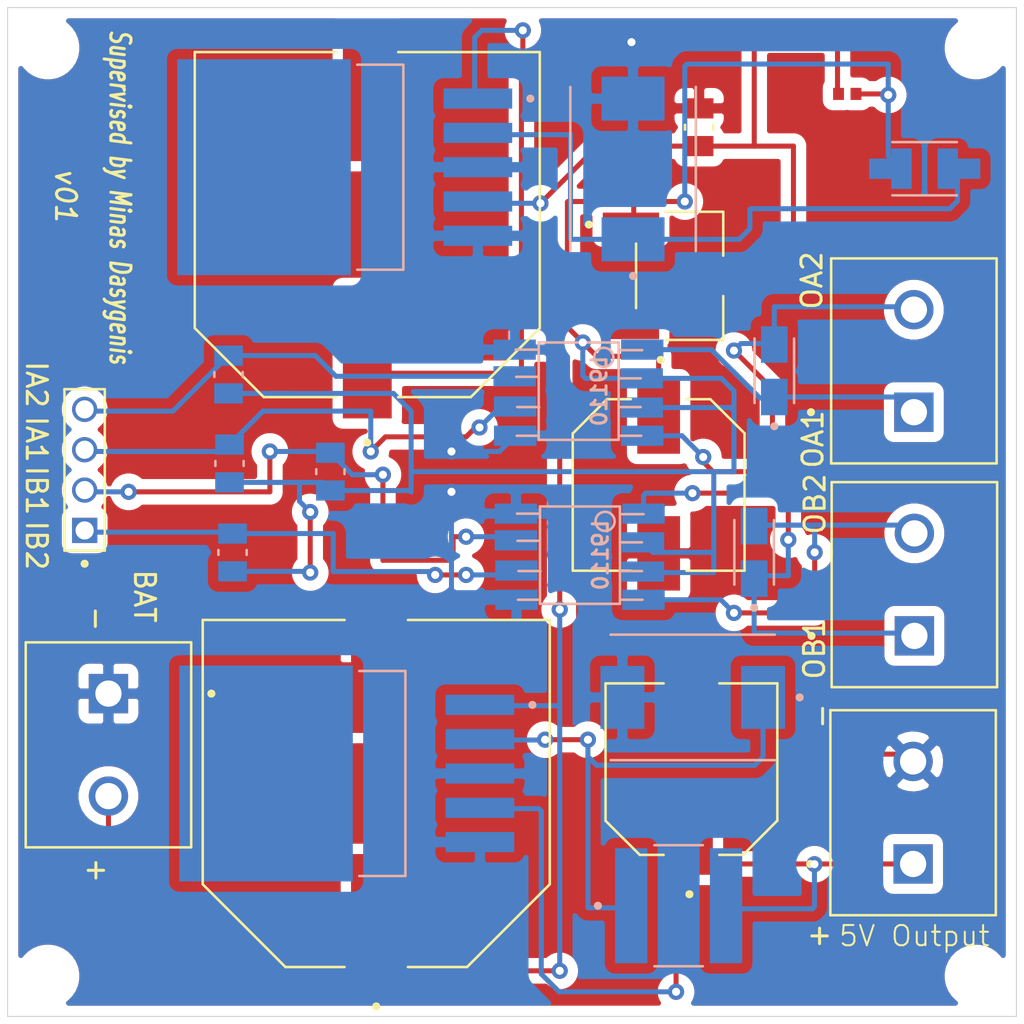
<source format=kicad_pcb>
(kicad_pcb (version 20171130) (host pcbnew "(5.1.6)-1")

  (general
    (thickness 1.6)
    (drawings 20)
    (tracks 277)
    (zones 0)
    (modules 30)
    (nets 16)
  )

  (page A4)
  (layers
    (0 F.Cu signal)
    (31 B.Cu signal)
    (35 F.Paste user hide)
    (37 F.SilkS user)
    (38 B.Mask user)
    (39 F.Mask user hide)
    (40 Dwgs.User user)
    (44 Edge.Cuts user)
    (45 Margin user)
    (46 B.CrtYd user)
    (47 F.CrtYd user)
  )

  (setup
    (last_trace_width 0.25)
    (user_trace_width 0.25)
    (trace_clearance 0.2)
    (zone_clearance 0.508)
    (zone_45_only no)
    (trace_min 0.2)
    (via_size 0.8)
    (via_drill 0.4)
    (via_min_size 0.4)
    (via_min_drill 0.3)
    (user_via 0.7 0.4)
    (uvia_size 0.3)
    (uvia_drill 0.1)
    (uvias_allowed no)
    (uvia_min_size 0.2)
    (uvia_min_drill 0.1)
    (edge_width 0.05)
    (segment_width 0.2)
    (pcb_text_width 0.3)
    (pcb_text_size 1.5 1.5)
    (mod_edge_width 0.12)
    (mod_text_size 1 1)
    (mod_text_width 0.15)
    (pad_size 1.524 1.524)
    (pad_drill 0.762)
    (pad_to_mask_clearance 0.05)
    (solder_mask_min_width 0.25)
    (pad_to_paste_clearance -0.02)
    (aux_axis_origin 0 0)
    (visible_elements 7FFFFFFF)
    (pcbplotparams
      (layerselection 0x010e8_ffffffff)
      (usegerberextensions false)
      (usegerberattributes true)
      (usegerberadvancedattributes true)
      (creategerberjobfile true)
      (excludeedgelayer true)
      (linewidth 0.100000)
      (plotframeref false)
      (viasonmask false)
      (mode 1)
      (useauxorigin false)
      (hpglpennumber 1)
      (hpglpenspeed 20)
      (hpglpendiameter 15.000000)
      (psnegative false)
      (psa4output false)
      (plotreference true)
      (plotvalue true)
      (plotinvisibletext false)
      (padsonsilk false)
      (subtractmaskfromsilk false)
      (outputformat 1)
      (mirror false)
      (drillshape 0)
      (scaleselection 1)
      (outputdirectory "gerbers/"))
  )

  (net 0 "")
  (net 1 GND)
  (net 2 "Net-(C1-Pad1)")
  (net 3 "Net-(C3-Pad2)")
  (net 4 "Net-(C4-Pad2)")
  (net 5 "Net-(C4-Pad1)")
  (net 6 "Net-(C5-Pad2)")
  (net 7 "Net-(C5-Pad1)")
  (net 8 "Net-(C8-Pad1)")
  (net 9 "Net-(J8-Pad4)")
  (net 10 "Net-(J8-Pad3)")
  (net 11 "Net-(J8-Pad2)")
  (net 12 "Net-(J8-Pad1)")
  (net 13 VCC)
  (net 14 "Net-(D1-PadC)")
  (net 15 "Net-(D2-PadC)")

  (net_class Default "Αυτή είναι η προκαθορισμένη Κλάση Δικτύου."
    (clearance 0.2)
    (trace_width 0.25)
    (via_dia 0.8)
    (via_drill 0.4)
    (uvia_dia 0.3)
    (uvia_drill 0.1)
    (add_net GND)
    (add_net "Net-(C1-Pad1)")
    (add_net "Net-(C3-Pad2)")
    (add_net "Net-(C4-Pad1)")
    (add_net "Net-(C4-Pad2)")
    (add_net "Net-(C5-Pad1)")
    (add_net "Net-(C5-Pad2)")
    (add_net "Net-(C8-Pad1)")
    (add_net "Net-(D1-PadC)")
    (add_net "Net-(D2-PadC)")
    (add_net "Net-(J8-Pad1)")
    (add_net "Net-(J8-Pad2)")
    (add_net "Net-(J8-Pad3)")
    (add_net "Net-(J8-Pad4)")
    (add_net VCC)
  )

  (module "Circuit Thesis:NOPB-5" (layer B.Cu) (tedit 5F34F7D2) (tstamp 5F29F50E)
    (at 138.811 106.9594 180)
    (path /5F10688A)
    (fp_text reference U3 (at 0 6.65 180) (layer B.SilkS) hide
      (effects (font (size 1 1) (thickness 0.15)) (justify mirror))
    )
    (fp_text value "LM2596S-ADJ-5V output" (at 0 -6.65 180) (layer B.Fab)
      (effects (font (size 1 1) (thickness 0.15)) (justify mirror))
    )
    (fp_poly (pts (xy -12.37 -2.83) (xy -8.83 -2.83) (xy -8.83 -3.97) (xy -12.37 -3.97)) (layer B.Mask) (width 0.01))
    (fp_poly (pts (xy -12.37 -1.13) (xy -8.83 -1.13) (xy -8.83 -2.27) (xy -12.37 -2.27)) (layer B.Mask) (width 0.01))
    (fp_poly (pts (xy -12.37 3.97) (xy -8.83 3.97) (xy -8.83 2.83) (xy -12.37 2.83)) (layer B.Mask) (width 0.01))
    (fp_poly (pts (xy -12.37 2.27) (xy -8.83 2.27) (xy -8.83 1.13) (xy -12.37 1.13)) (layer B.Mask) (width 0.01))
    (fp_poly (pts (xy -12.37 0.57) (xy -8.83 0.57) (xy -8.83 -0.57) (xy -12.37 -0.57)) (layer B.Mask) (width 0.01))
    (fp_poly (pts (xy -4.37 5.42) (xy 4.37 5.42) (xy 4.37 -5.42) (xy -4.37 -5.42)) (layer B.Mask) (width 0.01))
    (fp_poly (pts (xy -12.25 -2.95) (xy -8.95 -2.95) (xy -8.95 -3.85) (xy -12.25 -3.85)) (layer B.Paste) (width 0.01))
    (fp_poly (pts (xy -12.25 -1.25) (xy -8.95 -1.25) (xy -8.95 -2.15) (xy -12.25 -2.15)) (layer B.Paste) (width 0.01))
    (fp_poly (pts (xy -12.25 3.85) (xy -8.95 3.85) (xy -8.95 2.95) (xy -12.25 2.95)) (layer B.Paste) (width 0.01))
    (fp_poly (pts (xy -12.25 2.15) (xy -8.95 2.15) (xy -8.95 1.25) (xy -12.25 1.25)) (layer B.Paste) (width 0.01))
    (fp_poly (pts (xy -12.25 0.45) (xy -8.95 0.45) (xy -8.95 -0.45) (xy -12.25 -0.45)) (layer B.Paste) (width 0.01))
    (fp_poly (pts (xy -4.25 5.3) (xy 4.25 5.3) (xy 4.25 -5.3) (xy -4.25 -5.3)) (layer B.Paste) (width 0.01))
    (fp_line (start -12.55 4.15) (end -12.55 -4.15) (layer B.CrtYd) (width 0.05))
    (fp_line (start -7.155 4.15) (end -12.55 4.15) (layer B.CrtYd) (width 0.05))
    (fp_line (start -7.155 5.6) (end -7.155 4.15) (layer B.CrtYd) (width 0.05))
    (fp_line (start 4.55 5.6) (end -7.155 5.6) (layer B.CrtYd) (width 0.05))
    (fp_line (start 4.55 -5.6) (end 4.55 5.6) (layer B.CrtYd) (width 0.05))
    (fp_line (start -7.155 -5.6) (end 4.55 -5.6) (layer B.CrtYd) (width 0.05))
    (fp_line (start -7.155 -4.15) (end -7.155 -5.6) (layer B.CrtYd) (width 0.05))
    (fp_line (start -12.55 -4.15) (end -7.155 -4.15) (layer B.CrtYd) (width 0.05))
    (fp_line (start -6.905 -5.08) (end -4.62 -5.08) (layer B.SilkS) (width 0.127))
    (fp_line (start -6.905 5.08) (end -6.905 -5.08) (layer B.SilkS) (width 0.127))
    (fp_line (start -4.62 5.08) (end -6.905 5.08) (layer B.SilkS) (width 0.127))
    (fp_line (start 2.02 5.08) (end -6.905 5.08) (layer B.Fab) (width 0.127))
    (fp_line (start 2.02 -5.08) (end 2.02 5.08) (layer B.Fab) (width 0.127))
    (fp_line (start -6.905 -5.08) (end 2.02 -5.08) (layer B.Fab) (width 0.127))
    (fp_line (start -6.905 5.08) (end -6.905 -5.08) (layer B.Fab) (width 0.127))
    (fp_circle (center -13.2 3.4) (end -13.1 3.4) (layer B.Fab) (width 0.2))
    (fp_circle (center -13.2 3.4) (end -13.1 3.4) (layer B.SilkS) (width 0.2))
    (fp_text user %R (at 0 0 180) (layer B.Fab)
      (effects (font (size 1 1) (thickness 0.15)) (justify mirror))
    )
    (pad 6 smd rect (at 0 0 180) (size 8.6 10.7) (layers B.Cu))
    (pad 5 smd rect (at -10.6 -3.4 180) (size 3.4 1) (layers B.Cu)
      (net 1 GND))
    (pad 4 smd rect (at -10.6 -1.7 180) (size 3.4 1) (layers B.Cu)
      (net 8 "Net-(C8-Pad1)"))
    (pad 3 smd rect (at -10.6 0 180) (size 3.4 1) (layers B.Cu)
      (net 1 GND))
    (pad 2 smd rect (at -10.6 1.7 180) (size 3.4 1) (layers B.Cu)
      (net 15 "Net-(D2-PadC)"))
    (pad 1 smd rect (at -10.6 3.4 180) (size 3.4 1) (layers B.Cu)
      (net 2 "Net-(C1-Pad1)"))
  )

  (module "Circuit Thesis:NOPB-Adj" (layer B.Cu) (tedit 5F34F796) (tstamp 5F29F53E)
    (at 138.7094 76.9112 180)
    (path /5F0D9AD6)
    (fp_text reference U4 (at 0 6.65 180) (layer B.SilkS) hide
      (effects (font (size 1 1) (thickness 0.15)) (justify mirror))
    )
    (fp_text value LM2596S-9V (at 0 -6.65 180) (layer B.Fab)
      (effects (font (size 1 1) (thickness 0.15)) (justify mirror))
    )
    (fp_circle (center -13.2 3.4) (end -13.1 3.4) (layer B.SilkS) (width 0.2))
    (fp_circle (center -13.2 3.4) (end -13.1 3.4) (layer B.Fab) (width 0.2))
    (fp_line (start -6.905 5.08) (end -6.905 -5.08) (layer B.Fab) (width 0.127))
    (fp_line (start -6.905 -5.08) (end 2.02 -5.08) (layer B.Fab) (width 0.127))
    (fp_line (start 2.02 -5.08) (end 2.02 5.08) (layer B.Fab) (width 0.127))
    (fp_line (start 2.02 5.08) (end -6.905 5.08) (layer B.Fab) (width 0.127))
    (fp_line (start -4.62 5.08) (end -6.905 5.08) (layer B.SilkS) (width 0.127))
    (fp_line (start -6.905 5.08) (end -6.905 -5.08) (layer B.SilkS) (width 0.127))
    (fp_line (start -6.905 -5.08) (end -4.62 -5.08) (layer B.SilkS) (width 0.127))
    (fp_line (start -12.55 -4.15) (end -7.155 -4.15) (layer B.CrtYd) (width 0.05))
    (fp_line (start -7.155 -4.15) (end -7.155 -5.6) (layer B.CrtYd) (width 0.05))
    (fp_line (start -7.155 -5.6) (end 4.55 -5.6) (layer B.CrtYd) (width 0.05))
    (fp_line (start 4.55 -5.6) (end 4.55 5.6) (layer B.CrtYd) (width 0.05))
    (fp_line (start 4.55 5.6) (end -7.155 5.6) (layer B.CrtYd) (width 0.05))
    (fp_line (start -7.155 5.6) (end -7.155 4.15) (layer B.CrtYd) (width 0.05))
    (fp_line (start -7.155 4.15) (end -12.55 4.15) (layer B.CrtYd) (width 0.05))
    (fp_line (start -12.55 4.15) (end -12.55 -4.15) (layer B.CrtYd) (width 0.05))
    (fp_poly (pts (xy -4.25 5.3) (xy 4.25 5.3) (xy 4.25 -5.3) (xy -4.25 -5.3)) (layer B.Paste) (width 0.01))
    (fp_poly (pts (xy -12.25 0.45) (xy -8.95 0.45) (xy -8.95 -0.45) (xy -12.25 -0.45)) (layer B.Paste) (width 0.01))
    (fp_poly (pts (xy -12.25 2.15) (xy -8.95 2.15) (xy -8.95 1.25) (xy -12.25 1.25)) (layer B.Paste) (width 0.01))
    (fp_poly (pts (xy -12.25 3.85) (xy -8.95 3.85) (xy -8.95 2.95) (xy -12.25 2.95)) (layer B.Paste) (width 0.01))
    (fp_poly (pts (xy -12.25 -1.25) (xy -8.95 -1.25) (xy -8.95 -2.15) (xy -12.25 -2.15)) (layer B.Paste) (width 0.01))
    (fp_poly (pts (xy -12.25 -2.95) (xy -8.95 -2.95) (xy -8.95 -3.85) (xy -12.25 -3.85)) (layer B.Paste) (width 0.01))
    (fp_poly (pts (xy -4.37 5.42) (xy 4.37 5.42) (xy 4.37 -5.42) (xy -4.37 -5.42)) (layer B.Mask) (width 0.01))
    (fp_poly (pts (xy -12.37 0.57) (xy -8.83 0.57) (xy -8.83 -0.57) (xy -12.37 -0.57)) (layer B.Mask) (width 0.01))
    (fp_poly (pts (xy -12.37 2.27) (xy -8.83 2.27) (xy -8.83 1.13) (xy -12.37 1.13)) (layer B.Mask) (width 0.01))
    (fp_poly (pts (xy -12.37 3.97) (xy -8.83 3.97) (xy -8.83 2.83) (xy -12.37 2.83)) (layer B.Mask) (width 0.01))
    (fp_poly (pts (xy -12.37 -1.13) (xy -8.83 -1.13) (xy -8.83 -2.27) (xy -12.37 -2.27)) (layer B.Mask) (width 0.01))
    (fp_poly (pts (xy -12.37 -2.83) (xy -8.83 -2.83) (xy -8.83 -3.97) (xy -12.37 -3.97)) (layer B.Mask) (width 0.01))
    (fp_text user %R (at 0 0 180) (layer B.Fab)
      (effects (font (size 1 1) (thickness 0.15)) (justify mirror))
    )
    (pad 1 smd rect (at -10.6 3.4 180) (size 3.4 1) (layers B.Cu)
      (net 2 "Net-(C1-Pad1)"))
    (pad 2 smd rect (at -10.6 1.7 180) (size 3.4 1) (layers B.Cu)
      (net 14 "Net-(D1-PadC)"))
    (pad 3 smd rect (at -10.6 0 180) (size 3.4 1) (layers B.Cu)
      (net 1 GND))
    (pad 4 smd rect (at -10.6 -1.7 180) (size 3.4 1) (layers B.Cu)
      (net 3 "Net-(C3-Pad2)"))
    (pad 5 smd rect (at -10.6 -3.4 180) (size 3.4 1) (layers B.Cu)
      (net 1 GND))
    (pad 6 smd rect (at 0 0 180) (size 8.6 10.7) (layers B.Cu))
  )

  (module "Circuit Thesis:220uf" (layer F.Cu) (tedit 5F340732) (tstamp 5F29F35D)
    (at 159.893 106.7435 90)
    (path /5F1068C8)
    (attr smd)
    (fp_text reference C8 (at 0 -6.3 90) (layer F.SilkS) hide
      (effects (font (size 1 1) (thickness 0.15)))
    )
    (fp_text value 220μF (at 0 6.3 90) (layer F.Fab)
      (effects (font (size 1 1) (thickness 0.15)))
    )
    (fp_line (start 4.25 -4.25) (end 4.25 4.25) (layer F.Fab) (width 0.127))
    (fp_line (start -4.25 2.56) (end -4.25 -2.56) (layer F.Fab) (width 0.127))
    (fp_line (start -4.25 -2.56) (end -2.55 -4.25) (layer F.Fab) (width 0.127))
    (fp_line (start -2.55 -4.25) (end 4.25 -4.25) (layer F.Fab) (width 0.127))
    (fp_line (start -4.25 2.56) (end -2.55 4.25) (layer F.Fab) (width 0.127))
    (fp_line (start -2.55 4.25) (end 4.25 4.25) (layer F.Fab) (width 0.127))
    (fp_line (start -2.56 -4.257) (end 4.25 -4.257) (layer F.SilkS) (width 0.127))
    (fp_line (start 4.25 -4.257) (end 4.25 -1.38) (layer F.SilkS) (width 0.127))
    (fp_line (start 4.25 1.38) (end 4.25 4.257) (layer F.SilkS) (width 0.127))
    (fp_line (start 4.25 4.257) (end -2.55 4.257) (layer F.SilkS) (width 0.127))
    (fp_line (start -5.485 -4.5) (end 5.485 -4.5) (layer F.CrtYd) (width 0.05))
    (fp_line (start 5.485 -4.5) (end 5.485 4.5) (layer F.CrtYd) (width 0.05))
    (fp_line (start 5.485 4.5) (end -5.485 4.5) (layer F.CrtYd) (width 0.05))
    (fp_line (start -5.485 4.5) (end -5.485 -4.5) (layer F.CrtYd) (width 0.05))
    (fp_circle (center -6.2 -0.1) (end -6.1 -0.1) (layer F.Fab) (width 0.2))
    (fp_circle (center -6.2 -0.1) (end -6.1 -0.1) (layer F.SilkS) (width 0.2))
    (fp_line (start -2.56 -4.257) (end -4.25 -2.56) (layer F.SilkS) (width 0.127))
    (fp_line (start -4.25 -2.56) (end -4.25 -1.38) (layer F.SilkS) (width 0.127))
    (fp_line (start -2.55 4.257) (end -4.25 2.56) (layer F.SilkS) (width 0.127))
    (fp_line (start -4.25 2.56) (end -4.25 1.38) (layer F.SilkS) (width 0.127))
    (fp_text user %R (at 0 0 90) (layer F.Fab)
      (effects (font (size 1 1) (thickness 0.15)))
    )
    (pad 1 smd rect (at -3.39 0 90) (size 3.69 2.12) (layers F.Cu F.Paste F.Mask)
      (net 8 "Net-(C8-Pad1)"))
    (pad 2 smd rect (at 3.39 0 90) (size 3.69 2.12) (layers F.Cu F.Paste F.Mask)
      (net 1 GND))
  )

  (module "Circuit Thesis:220uf" (layer F.Cu) (tedit 5F340732) (tstamp 5F29F2D4)
    (at 158.2674 92.6592 270)
    (path /5F0CC595)
    (attr smd)
    (fp_text reference C2 (at -0.5715 6.4008 90) (layer F.SilkS) hide
      (effects (font (size 1 1) (thickness 0.15)))
    )
    (fp_text value 220μF (at 0 6.3 90) (layer F.Fab)
      (effects (font (size 1 1) (thickness 0.15)))
    )
    (fp_line (start 4.25 -4.25) (end 4.25 4.25) (layer F.Fab) (width 0.127))
    (fp_line (start -4.25 2.56) (end -4.25 -2.56) (layer F.Fab) (width 0.127))
    (fp_line (start -4.25 -2.56) (end -2.55 -4.25) (layer F.Fab) (width 0.127))
    (fp_line (start -2.55 -4.25) (end 4.25 -4.25) (layer F.Fab) (width 0.127))
    (fp_line (start -4.25 2.56) (end -2.55 4.25) (layer F.Fab) (width 0.127))
    (fp_line (start -2.55 4.25) (end 4.25 4.25) (layer F.Fab) (width 0.127))
    (fp_line (start -2.56 -4.257) (end 4.25 -4.257) (layer F.SilkS) (width 0.127))
    (fp_line (start 4.25 -4.257) (end 4.25 -1.38) (layer F.SilkS) (width 0.127))
    (fp_line (start 4.25 1.38) (end 4.25 4.257) (layer F.SilkS) (width 0.127))
    (fp_line (start 4.25 4.257) (end -2.55 4.257) (layer F.SilkS) (width 0.127))
    (fp_line (start -5.485 -4.5) (end 5.485 -4.5) (layer F.CrtYd) (width 0.05))
    (fp_line (start 5.485 -4.5) (end 5.485 4.5) (layer F.CrtYd) (width 0.05))
    (fp_line (start 5.485 4.5) (end -5.485 4.5) (layer F.CrtYd) (width 0.05))
    (fp_line (start -5.485 4.5) (end -5.485 -4.5) (layer F.CrtYd) (width 0.05))
    (fp_circle (center -6.2 -0.1) (end -6.1 -0.1) (layer F.Fab) (width 0.2))
    (fp_circle (center -6.2 -0.1) (end -6.1 -0.1) (layer F.SilkS) (width 0.2))
    (fp_line (start -2.56 -4.257) (end -4.25 -2.56) (layer F.SilkS) (width 0.127))
    (fp_line (start -4.25 -2.56) (end -4.25 -1.38) (layer F.SilkS) (width 0.127))
    (fp_line (start -2.55 4.257) (end -4.25 2.56) (layer F.SilkS) (width 0.127))
    (fp_line (start -4.25 2.56) (end -4.25 1.38) (layer F.SilkS) (width 0.127))
    (fp_text user %R (at 0 0 90) (layer F.Fab)
      (effects (font (size 1 1) (thickness 0.15)))
    )
    (pad 1 smd rect (at -3.39 0 270) (size 3.69 2.12) (layers F.Cu F.Paste F.Mask)
      (net 13 VCC))
    (pad 2 smd rect (at 3.39 0 270) (size 3.69 2.12) (layers F.Cu F.Paste F.Mask)
      (net 1 GND))
  )

  (module "Circuit Thesis:33uH" (layer B.Cu) (tedit 5F33DC7E) (tstamp 5F29F43F)
    (at 159.258 113.5126)
    (path /5F1068AD)
    (attr smd)
    (fp_text reference L2 (at 0 4.45) (layer B.SilkS) hide
      (effects (font (size 1 1) (thickness 0.15)) (justify mirror))
    )
    (fp_text value 33μH (at 0 -4.45) (layer B.Fab)
      (effects (font (size 1 1) (thickness 0.15)) (justify mirror))
    )
    (fp_line (start -3 3) (end 3 3) (layer B.Fab) (width 0.127))
    (fp_line (start 3 3) (end 3 -3) (layer B.Fab) (width 0.127))
    (fp_line (start 3 -3) (end -3 -3) (layer B.Fab) (width 0.127))
    (fp_line (start -3 -3) (end -3 3) (layer B.Fab) (width 0.127))
    (fp_line (start -1.2 3) (end 1.2 3) (layer B.SilkS) (width 0.127))
    (fp_line (start -1.2 -3) (end 1.2 -3) (layer B.SilkS) (width 0.127))
    (fp_circle (center -4 0) (end -3.9 0) (layer B.SilkS) (width 0.2))
    (fp_circle (center -4 0) (end -3.9 0) (layer B.Fab) (width 0.2))
    (fp_line (start -3.4 3.25) (end 3.4 3.25) (layer B.CrtYd) (width 0.05))
    (fp_line (start 3.4 3.25) (end 3.4 -3.25) (layer B.CrtYd) (width 0.05))
    (fp_line (start 3.4 -3.25) (end -3.4 -3.25) (layer B.CrtYd) (width 0.05))
    (fp_line (start -3.4 -3.25) (end -3.4 3.25) (layer B.CrtYd) (width 0.05))
    (fp_text user %R (at 0 0) (layer B.Fab)
      (effects (font (size 1 1) (thickness 0.15)) (justify mirror))
    )
    (pad 1 smd rect (at -2.35 0) (size 1.6 5.7) (layers B.Cu B.Paste B.Mask)
      (net 15 "Net-(D2-PadC)"))
    (pad 2 smd rect (at 2.35 0) (size 1.6 5.7) (layers B.Cu B.Paste B.Mask)
      (net 8 "Net-(C8-Pad1)"))
  )

  (module "Circuit Thesis:IND_68uh" (layer B.Cu) (tedit 5F34054E) (tstamp 5F29F426)
    (at 171.45 76.9874 180)
    (path /5F097594)
    (attr smd)
    (fp_text reference L1 (at 0 4.45) (layer B.SilkS) hide
      (effects (font (size 1 1) (thickness 0.15)) (justify mirror))
    )
    (fp_text value 68μH (at 0 -4.45) (layer B.Fab)
      (effects (font (size 1 1) (thickness 0.15)) (justify mirror))
    )
    (fp_line (start -1.6 1.25) (end 1.6 1.25) (layer B.Fab) (width 0.127))
    (fp_line (start 1.6 1.25) (end 1.6 -1.25) (layer B.Fab) (width 0.127))
    (fp_line (start 1.6 -1.25) (end -1.6 -1.25) (layer B.Fab) (width 0.127))
    (fp_line (start -1.6 -1.25) (end -1.6 1.25) (layer B.Fab) (width 0.127))
    (fp_line (start -1.6 1.32) (end 1.6 1.32) (layer B.SilkS) (width 0.127))
    (fp_line (start -1.6 -1.32) (end 1.6 -1.32) (layer B.SilkS) (width 0.127))
    (fp_line (start -3 1.5) (end 3 1.5) (layer B.CrtYd) (width 0.05))
    (fp_line (start 3 1.5) (end 3 -1.5) (layer B.CrtYd) (width 0.05))
    (fp_line (start 3 -1.5) (end -3 -1.5) (layer B.CrtYd) (width 0.05))
    (fp_line (start -3 -1.5) (end -3 1.5) (layer B.CrtYd) (width 0.05))
    (fp_poly (pts (xy -1.65 0.5) (xy -1.65 1) (xy -0.65 1) (xy -0.65 -1)
      (xy -1.65 -1) (xy -1.65 -0.5) (xy -2.75 -0.5) (xy -2.75 0.5)) (layer B.Cu) (width 0.01))
    (fp_poly (pts (xy 1.65 0.5) (xy 1.65 1) (xy 0.65 1) (xy 0.65 -1)
      (xy 1.65 -1) (xy 1.65 -0.5) (xy 2.75 -0.5) (xy 2.75 0.5)) (layer B.Cu) (width 0.01))
    (fp_poly (pts (xy -1.65 0.5) (xy -1.65 1) (xy -0.65 1) (xy -0.65 -1)
      (xy -1.65 -1) (xy -1.65 -0.5) (xy -2.75 -0.5) (xy -2.75 0.5)) (layer B.Paste) (width 0.01))
    (fp_poly (pts (xy -1.75 0.6) (xy -1.75 1.1) (xy -0.55 1.1) (xy -0.55 -1.1)
      (xy -1.75 -1.1) (xy -1.75 -0.6) (xy -2.85 -0.6) (xy -2.85 0.6)) (layer B.Mask) (width 0.01))
    (fp_poly (pts (xy 1.65 0.5) (xy 1.65 1) (xy 0.65 1) (xy 0.65 -1)
      (xy 1.65 -1) (xy 1.65 -0.5) (xy 2.75 -0.5) (xy 2.75 0.5)) (layer B.Paste) (width 0.01))
    (fp_poly (pts (xy 1.75 0.6) (xy 1.75 1.1) (xy 0.55 1.1) (xy 0.55 -1.1)
      (xy 1.75 -1.1) (xy 1.75 -0.6) (xy 2.85 -0.6) (xy 2.85 0.6)) (layer B.Mask) (width 0.01))
    (fp_text user %R (at 0 0) (layer B.Fab)
      (effects (font (size 1 1) (thickness 0.15)) (justify mirror))
    )
    (pad 1 smd rect (at -1.15 0 180) (size 0.9 0.9) (layers B.Cu)
      (net 14 "Net-(D1-PadC)"))
    (pad 2 smd rect (at 1.15 0 180) (size 0.9 0.9) (layers B.Cu)
      (net 13 VCC))
  )

  (module "Circuit Thesis:0.1uF" (layer B.Cu) (tedit 5F33D953) (tstamp 5F29F30D)
    (at 163 96 90)
    (descr "<b>TANTALUM CAPACITOR</b>")
    (path /5F098B5E)
    (attr smd)
    (fp_text reference C5 (at 0 1.75 90) (layer B.SilkS) hide
      (effects (font (size 1 1) (thickness 0.15)) (justify mirror))
    )
    (fp_text value 0,1μF (at 0 -1.75 90) (layer B.Fab)
      (effects (font (size 1 1) (thickness 0.15)) (justify mirror))
    )
    (fp_line (start -2.455 1.05) (end 2.455 1.05) (layer B.CrtYd) (width 0.05))
    (fp_line (start 2.455 -1.05) (end -2.455 -1.05) (layer B.CrtYd) (width 0.05))
    (fp_line (start -2.455 -1.05) (end -2.455 1.05) (layer B.CrtYd) (width 0.05))
    (fp_line (start 2.455 1.05) (end 2.455 -1.05) (layer B.CrtYd) (width 0.05))
    (fp_line (start -1.6 0.8) (end -1.6 -0.8) (layer B.Fab) (width 0.127))
    (fp_line (start -1.6 -0.8) (end 1.6 -0.8) (layer B.Fab) (width 0.127))
    (fp_line (start 1.6 -0.8) (end 1.6 0.8) (layer B.Fab) (width 0.127))
    (fp_line (start 1.6 0.8) (end -1.6 0.8) (layer B.Fab) (width 0.127))
    (fp_line (start -1.6 0.98) (end 1.6 0.98) (layer B.SilkS) (width 0.127))
    (fp_line (start -1.6 -0.98) (end 1.6 -0.98) (layer B.SilkS) (width 0.127))
    (fp_circle (center -2.75 0) (end -2.65 0) (layer B.SilkS) (width 0.2))
    (fp_circle (center -2.75 0) (end -2.65 0) (layer B.Fab) (width 0.2))
    (fp_text user %R (at 0 0 90) (layer B.Fab)
      (effects (font (size 0.8 0.8) (thickness 0.12)) (justify mirror))
    )
    (pad 1 smd rect (at -1.3 0 90) (size 1.81 1.32) (layers B.Cu B.Paste B.Mask)
      (net 7 "Net-(C5-Pad1)"))
    (pad 2 smd rect (at 1.3 0 90) (size 1.81 1.32) (layers B.Cu B.Paste B.Mask)
      (net 6 "Net-(C5-Pad2)"))
  )

  (module "Circuit Thesis:0.1uF" (layer B.Cu) (tedit 5F33D953) (tstamp 5F29F2FA)
    (at 164 87 90)
    (descr "<b>TANTALUM CAPACITOR</b>")
    (path /5F0923DD)
    (attr smd)
    (fp_text reference C4 (at 0 1.75 90) (layer B.SilkS) hide
      (effects (font (size 1 1) (thickness 0.15)) (justify mirror))
    )
    (fp_text value 0,1μF (at 0 -1.75 90) (layer B.Fab)
      (effects (font (size 1 1) (thickness 0.15)) (justify mirror))
    )
    (fp_line (start -2.455 1.05) (end 2.455 1.05) (layer B.CrtYd) (width 0.05))
    (fp_line (start 2.455 -1.05) (end -2.455 -1.05) (layer B.CrtYd) (width 0.05))
    (fp_line (start -2.455 -1.05) (end -2.455 1.05) (layer B.CrtYd) (width 0.05))
    (fp_line (start 2.455 1.05) (end 2.455 -1.05) (layer B.CrtYd) (width 0.05))
    (fp_line (start -1.6 0.8) (end -1.6 -0.8) (layer B.Fab) (width 0.127))
    (fp_line (start -1.6 -0.8) (end 1.6 -0.8) (layer B.Fab) (width 0.127))
    (fp_line (start 1.6 -0.8) (end 1.6 0.8) (layer B.Fab) (width 0.127))
    (fp_line (start 1.6 0.8) (end -1.6 0.8) (layer B.Fab) (width 0.127))
    (fp_line (start -1.6 0.98) (end 1.6 0.98) (layer B.SilkS) (width 0.127))
    (fp_line (start -1.6 -0.98) (end 1.6 -0.98) (layer B.SilkS) (width 0.127))
    (fp_circle (center -2.75 0) (end -2.65 0) (layer B.SilkS) (width 0.2))
    (fp_circle (center -2.75 0) (end -2.65 0) (layer B.Fab) (width 0.2))
    (fp_text user %R (at 0 0 90) (layer B.Fab)
      (effects (font (size 0.8 0.8) (thickness 0.12)) (justify mirror))
    )
    (pad 1 smd rect (at -1.3 0 90) (size 1.81 1.32) (layers B.Cu B.Paste B.Mask)
      (net 5 "Net-(C4-Pad1)"))
    (pad 2 smd rect (at 1.3 0 90) (size 1.81 1.32) (layers B.Cu B.Paste B.Mask)
      (net 4 "Net-(C4-Pad2)"))
  )

  (module "Circuit Thesis:10K" (layer F.Cu) (tedit 5F33DA6A) (tstamp 5F29F494)
    (at 160.274 74.93 90)
    (path /5F09DB5E)
    (attr smd)
    (fp_text reference R5 (at 0.2794 -1.7526 90) (layer F.SilkS) hide
      (effects (font (size 1 1) (thickness 0.15)))
    )
    (fp_text value 1kΩ (at 0 1.65 90) (layer F.Fab)
      (effects (font (size 1 1) (thickness 0.15)))
    )
    (fp_line (start 1.07 0.7) (end -1.07 0.7) (layer F.Fab) (width 0.127))
    (fp_line (start 1.07 -0.7) (end -1.07 -0.7) (layer F.Fab) (width 0.127))
    (fp_line (start 1.07 0.7) (end 1.07 -0.7) (layer F.Fab) (width 0.127))
    (fp_line (start -1.07 0.7) (end -1.07 -0.7) (layer F.Fab) (width 0.127))
    (fp_line (start -0.12 -0.7) (end 0.12 -0.7) (layer F.SilkS) (width 0.127))
    (fp_line (start -0.12 0.7) (end 0.12 0.7) (layer F.SilkS) (width 0.127))
    (fp_line (start -1.685 0.96) (end 1.685 0.96) (layer F.CrtYd) (width 0.05))
    (fp_line (start -1.685 -0.96) (end 1.685 -0.96) (layer F.CrtYd) (width 0.05))
    (fp_line (start -1.685 0.96) (end -1.685 -0.96) (layer F.CrtYd) (width 0.05))
    (fp_line (start 1.685 0.96) (end 1.685 -0.96) (layer F.CrtYd) (width 0.05))
    (fp_text user %R (at 0 0 90) (layer F.Fab)
      (effects (font (size 0.5 0.5) (thickness 0.08)))
    )
    (pad 1 smd rect (at -0.935 0 90) (size 1 1.42) (layers F.Cu F.Paste F.Mask)
      (net 3 "Net-(C3-Pad2)"))
    (pad 2 smd rect (at 0.935 0 90) (size 1 1.42) (layers F.Cu F.Paste F.Mask)
      (net 1 GND))
  )

  (module "Circuit Thesis:10K" (layer B.Cu) (tedit 5F33DA6A) (tstamp 5F29F483)
    (at 142 92 90)
    (path /5F0AA322)
    (attr smd)
    (fp_text reference R4 (at 0 1.65 90) (layer B.SilkS) hide
      (effects (font (size 1 1) (thickness 0.15)) (justify mirror))
    )
    (fp_text value 10K (at 0 -1.65 90) (layer B.Fab)
      (effects (font (size 1 1) (thickness 0.15)) (justify mirror))
    )
    (fp_line (start 1.07 -0.7) (end -1.07 -0.7) (layer B.Fab) (width 0.127))
    (fp_line (start 1.07 0.7) (end -1.07 0.7) (layer B.Fab) (width 0.127))
    (fp_line (start 1.07 -0.7) (end 1.07 0.7) (layer B.Fab) (width 0.127))
    (fp_line (start -1.07 -0.7) (end -1.07 0.7) (layer B.Fab) (width 0.127))
    (fp_line (start -0.12 0.7) (end 0.12 0.7) (layer B.SilkS) (width 0.127))
    (fp_line (start -0.12 -0.7) (end 0.12 -0.7) (layer B.SilkS) (width 0.127))
    (fp_line (start -1.685 -0.96) (end 1.685 -0.96) (layer B.CrtYd) (width 0.05))
    (fp_line (start -1.685 0.96) (end 1.685 0.96) (layer B.CrtYd) (width 0.05))
    (fp_line (start -1.685 -0.96) (end -1.685 0.96) (layer B.CrtYd) (width 0.05))
    (fp_line (start 1.685 -0.96) (end 1.685 0.96) (layer B.CrtYd) (width 0.05))
    (fp_text user %R (at 0 0 90) (layer B.Fab)
      (effects (font (size 0.5 0.5) (thickness 0.08)) (justify mirror))
    )
    (pad 1 smd rect (at -0.935 0 90) (size 1 1.42) (layers B.Cu B.Paste B.Mask)
      (net 13 VCC))
    (pad 2 smd rect (at 0.935 0 90) (size 1 1.42) (layers B.Cu B.Paste B.Mask)
      (net 11 "Net-(J8-Pad2)"))
  )

  (module "Circuit Thesis:10K" (layer B.Cu) (tedit 5F33DA6A) (tstamp 5F29F472)
    (at 137.15 96.005 90)
    (path /5F0A8399)
    (attr smd)
    (fp_text reference R3 (at 0 1.65 90) (layer B.SilkS) hide
      (effects (font (size 1 1) (thickness 0.15)) (justify mirror))
    )
    (fp_text value 10K (at 0 -1.65 90) (layer B.Fab)
      (effects (font (size 1 1) (thickness 0.15)) (justify mirror))
    )
    (fp_line (start 1.07 -0.7) (end -1.07 -0.7) (layer B.Fab) (width 0.127))
    (fp_line (start 1.07 0.7) (end -1.07 0.7) (layer B.Fab) (width 0.127))
    (fp_line (start 1.07 -0.7) (end 1.07 0.7) (layer B.Fab) (width 0.127))
    (fp_line (start -1.07 -0.7) (end -1.07 0.7) (layer B.Fab) (width 0.127))
    (fp_line (start -0.12 0.7) (end 0.12 0.7) (layer B.SilkS) (width 0.127))
    (fp_line (start -0.12 -0.7) (end 0.12 -0.7) (layer B.SilkS) (width 0.127))
    (fp_line (start -1.685 -0.96) (end 1.685 -0.96) (layer B.CrtYd) (width 0.05))
    (fp_line (start -1.685 0.96) (end 1.685 0.96) (layer B.CrtYd) (width 0.05))
    (fp_line (start -1.685 -0.96) (end -1.685 0.96) (layer B.CrtYd) (width 0.05))
    (fp_line (start 1.685 -0.96) (end 1.685 0.96) (layer B.CrtYd) (width 0.05))
    (fp_text user %R (at 0 0 90) (layer B.Fab)
      (effects (font (size 0.5 0.5) (thickness 0.08)) (justify mirror))
    )
    (pad 1 smd rect (at -0.935 0 90) (size 1 1.42) (layers B.Cu B.Paste B.Mask)
      (net 13 VCC))
    (pad 2 smd rect (at 0.935 0 90) (size 1 1.42) (layers B.Cu B.Paste B.Mask)
      (net 12 "Net-(J8-Pad1)"))
  )

  (module "Circuit Thesis:10K" (layer B.Cu) (tedit 5F33DA6A) (tstamp 5F29F461)
    (at 137 91.595 90)
    (path /5F0A7B7A)
    (attr smd)
    (fp_text reference R2 (at 0 1.65 90) (layer B.SilkS) hide
      (effects (font (size 1 1) (thickness 0.15)) (justify mirror))
    )
    (fp_text value 10K (at 0 -1.65 90) (layer B.Fab)
      (effects (font (size 1 1) (thickness 0.15)) (justify mirror))
    )
    (fp_line (start 1.07 -0.7) (end -1.07 -0.7) (layer B.Fab) (width 0.127))
    (fp_line (start 1.07 0.7) (end -1.07 0.7) (layer B.Fab) (width 0.127))
    (fp_line (start 1.07 -0.7) (end 1.07 0.7) (layer B.Fab) (width 0.127))
    (fp_line (start -1.07 -0.7) (end -1.07 0.7) (layer B.Fab) (width 0.127))
    (fp_line (start -0.12 0.7) (end 0.12 0.7) (layer B.SilkS) (width 0.127))
    (fp_line (start -0.12 -0.7) (end 0.12 -0.7) (layer B.SilkS) (width 0.127))
    (fp_line (start -1.685 -0.96) (end 1.685 -0.96) (layer B.CrtYd) (width 0.05))
    (fp_line (start -1.685 0.96) (end 1.685 0.96) (layer B.CrtYd) (width 0.05))
    (fp_line (start -1.685 -0.96) (end -1.685 0.96) (layer B.CrtYd) (width 0.05))
    (fp_line (start 1.685 -0.96) (end 1.685 0.96) (layer B.CrtYd) (width 0.05))
    (fp_text user %R (at 0 0 90) (layer B.Fab)
      (effects (font (size 0.5 0.5) (thickness 0.08)) (justify mirror))
    )
    (pad 1 smd rect (at -0.935 0 90) (size 1 1.42) (layers B.Cu B.Paste B.Mask)
      (net 13 VCC))
    (pad 2 smd rect (at 0.935 0 90) (size 1 1.42) (layers B.Cu B.Paste B.Mask)
      (net 10 "Net-(J8-Pad3)"))
  )

  (module "Circuit Thesis:10K" (layer B.Cu) (tedit 5F33DA6A) (tstamp 5F29F450)
    (at 136.95 87.185 90)
    (path /5F0AA6D6)
    (attr smd)
    (fp_text reference R1 (at 0 1.65 90) (layer B.SilkS) hide
      (effects (font (size 1 1) (thickness 0.15)) (justify mirror))
    )
    (fp_text value 10K (at 0 -1.65 90) (layer B.Fab)
      (effects (font (size 1 1) (thickness 0.15)) (justify mirror))
    )
    (fp_line (start 1.07 -0.7) (end -1.07 -0.7) (layer B.Fab) (width 0.127))
    (fp_line (start 1.07 0.7) (end -1.07 0.7) (layer B.Fab) (width 0.127))
    (fp_line (start 1.07 -0.7) (end 1.07 0.7) (layer B.Fab) (width 0.127))
    (fp_line (start -1.07 -0.7) (end -1.07 0.7) (layer B.Fab) (width 0.127))
    (fp_line (start -0.12 0.7) (end 0.12 0.7) (layer B.SilkS) (width 0.127))
    (fp_line (start -0.12 -0.7) (end 0.12 -0.7) (layer B.SilkS) (width 0.127))
    (fp_line (start -1.685 -0.96) (end 1.685 -0.96) (layer B.CrtYd) (width 0.05))
    (fp_line (start -1.685 0.96) (end 1.685 0.96) (layer B.CrtYd) (width 0.05))
    (fp_line (start -1.685 -0.96) (end -1.685 0.96) (layer B.CrtYd) (width 0.05))
    (fp_line (start 1.685 -0.96) (end 1.685 0.96) (layer B.CrtYd) (width 0.05))
    (fp_text user %R (at 0 0 90) (layer B.Fab)
      (effects (font (size 0.5 0.5) (thickness 0.08)) (justify mirror))
    )
    (pad 1 smd rect (at -0.935 0 90) (size 1 1.42) (layers B.Cu B.Paste B.Mask)
      (net 13 VCC))
    (pad 2 smd rect (at 0.935 0 90) (size 1 1.42) (layers B.Cu B.Paste B.Mask)
      (net 9 "Net-(J8-Pad4)"))
  )

  (module "Circuit Thesis:CAPC1005X55N" (layer F.Cu) (tedit 5F33DD6C) (tstamp 5F29F2E7)
    (at 167.6146 73.279 180)
    (path /5F0D557F)
    (attr smd)
    (fp_text reference C3 (at 0 -1.48) (layer F.SilkS) hide
      (effects (font (size 1 1) (thickness 0.15)))
    )
    (fp_text value 1.5nF (at 0 1.48) (layer F.Fab)
      (effects (font (size 1 1) (thickness 0.15)))
    )
    (fp_line (start 0.53 0.28) (end -0.53 0.28) (layer F.Fab) (width 0.127))
    (fp_line (start 0.53 -0.28) (end -0.53 -0.28) (layer F.Fab) (width 0.127))
    (fp_line (start 0.53 0.28) (end 0.53 -0.28) (layer F.Fab) (width 0.127))
    (fp_line (start -0.53 0.28) (end -0.53 -0.28) (layer F.Fab) (width 0.127))
    (fp_line (start -0.95 0.55) (end 0.95 0.55) (layer F.CrtYd) (width 0.05))
    (fp_line (start -0.95 -0.55) (end 0.95 -0.55) (layer F.CrtYd) (width 0.05))
    (fp_line (start -0.95 0.55) (end -0.95 -0.55) (layer F.CrtYd) (width 0.05))
    (fp_line (start 0.95 0.55) (end 0.95 -0.55) (layer F.CrtYd) (width 0.05))
    (fp_text user %R (at 0 0) (layer F.Fab)
      (effects (font (size 0.4 0.4) (thickness 0.06)))
    )
    (pad 1 smd rect (at -0.432 0 180) (size 0.54 0.6) (layers F.Cu F.Paste F.Mask)
      (net 13 VCC))
    (pad 2 smd rect (at 0.432 0 180) (size 0.54 0.6) (layers F.Cu F.Paste F.Mask)
      (net 3 "Net-(C3-Pad2)"))
  )

  (module "Circuit Thesis:TRIM_3269W" (layer F.Cu) (tedit 5F33DFC9) (tstamp 5F29F4AC)
    (at 159.3088 82.296)
    (path /5F28F943)
    (attr smd)
    (fp_text reference R6 (at 4.1402 -2.3241 270) (layer F.SilkS) hide
      (effects (font (size 1 1) (thickness 0.15)))
    )
    (fp_text value 6,4kΩ (at 0 5.06) (layer F.Fab)
      (effects (font (size 1 1) (thickness 0.15)))
    )
    (fp_line (start 2.16 3.175) (end -2.16 3.175) (layer F.Fab) (width 0.127))
    (fp_line (start -2.16 3.175) (end -2.16 -3.175) (layer F.Fab) (width 0.127))
    (fp_line (start -2.16 -3.175) (end 2.16 -3.175) (layer F.Fab) (width 0.127))
    (fp_line (start 2.16 -3.175) (end 2.16 3.175) (layer F.Fab) (width 0.127))
    (fp_line (start 2.16 3.175) (end -0.7 3.175) (layer F.SilkS) (width 0.127))
    (fp_line (start -2.16 1.6) (end -2.16 -1.6) (layer F.SilkS) (width 0.127))
    (fp_line (start -0.7 -3.175) (end 2.16 -3.175) (layer F.SilkS) (width 0.127))
    (fp_line (start 2.16 -3.175) (end 2.16 -1) (layer F.SilkS) (width 0.127))
    (fp_line (start 2.16 1) (end 2.16 3.175) (layer F.SilkS) (width 0.127))
    (fp_line (start -4.06 -3.425) (end 4.06 -3.425) (layer F.CrtYd) (width 0.05))
    (fp_line (start 4.06 -3.425) (end 4.06 3.425) (layer F.CrtYd) (width 0.05))
    (fp_line (start 4.06 3.425) (end -4.06 3.425) (layer F.CrtYd) (width 0.05))
    (fp_line (start -4.06 3.425) (end -4.06 -3.425) (layer F.CrtYd) (width 0.05))
    (fp_circle (center -4.5 -2.54) (end -4.4 -2.54) (layer F.Fab) (width 0.2))
    (fp_circle (center -4.5 -2.54) (end -4.4 -2.54) (layer F.SilkS) (width 0.2))
    (fp_text user %R (at -0.501 -0.005) (layer F.Fab)
      (effects (font (size 0.89 0.89) (thickness 0.15)))
    )
    (pad 1 smd rect (at -2.415 -2.54) (size 2.79 1.19) (layers F.Cu F.Paste F.Mask)
      (net 13 VCC))
    (pad 3 smd rect (at -2.415 2.54) (size 2.79 1.19) (layers F.Cu F.Paste F.Mask))
    (pad 2 smd rect (at 2.415 0) (size 2.79 1.19) (layers F.Cu F.Paste F.Mask)
      (net 3 "Net-(C3-Pad2)"))
  )

  (module "Circuit Thesis:Terminal" (layer F.Cu) (tedit 5F33DF76) (tstamp 5F29F3F5)
    (at 170.942 100.1395 90)
    (path /5F17FD85)
    (fp_text reference J6 (at 8.6233 -0.3048 180) (layer F.SilkS) hide
      (effects (font (size 1 1) (thickness 0.15)))
    )
    (fp_text value MotorB (at 2.54 5.08 90) (layer F.Fab)
      (effects (font (size 1 1) (thickness 0.15)))
    )
    (fp_line (start -2.54 4.1) (end -2.54 -4.1) (layer F.Fab) (width 0.127))
    (fp_line (start -2.54 -4.1) (end 7.62 -4.1) (layer F.Fab) (width 0.127))
    (fp_line (start 7.62 -4.1) (end 7.62 4.1) (layer F.Fab) (width 0.127))
    (fp_line (start 7.62 4.1) (end -2.54 4.1) (layer F.Fab) (width 0.127))
    (fp_line (start -2.54 4.1) (end -2.54 -4.1) (layer F.SilkS) (width 0.127))
    (fp_line (start 7.62 -4.1) (end 7.62 4.1) (layer F.SilkS) (width 0.127))
    (fp_line (start -2.54 -4.1) (end 7.62 -4.1) (layer F.SilkS) (width 0.127))
    (fp_line (start 7.62 4.1) (end -2.54 4.1) (layer F.SilkS) (width 0.127))
    (fp_line (start -2.79 -4.35) (end 7.87 -4.35) (layer F.CrtYd) (width 0.05))
    (fp_line (start 7.87 4.35) (end -2.79 4.35) (layer F.CrtYd) (width 0.05))
    (fp_line (start -2.79 4.35) (end -2.79 -4.35) (layer F.CrtYd) (width 0.05))
    (fp_line (start 7.87 -4.35) (end 7.87 4.35) (layer F.CrtYd) (width 0.05))
    (fp_circle (center 0 -5.1) (end 0.1 -5.1) (layer F.SilkS) (width 0.2))
    (fp_circle (center 0 -5.1) (end 0.1 -5.1) (layer F.Fab) (width 0.2))
    (fp_text user %R (at 2.54 0 90) (layer F.Fab)
      (effects (font (size 1 1) (thickness 0.15)))
    )
    (pad 1 thru_hole rect (at 0 0 90) (size 1.95 1.95) (drill 1.3) (layers *.Cu *.Mask)
      (net 7 "Net-(C5-Pad1)"))
    (pad 2 thru_hole circle (at 5.08 0 90) (size 1.95 1.95) (drill 1.3) (layers *.Cu *.Mask)
      (net 6 "Net-(C5-Pad2)"))
  )

  (module "Circuit Thesis:Terminal" (layer F.Cu) (tedit 5F33DF76) (tstamp 5F29F3E0)
    (at 170.9166 89.0524 90)
    (path /5F17480F)
    (fp_text reference J5 (at 9.4869 1.7272 180) (layer F.SilkS) hide
      (effects (font (size 1 1) (thickness 0.15)))
    )
    (fp_text value MotorA (at 2.54 5.08 90) (layer F.Fab)
      (effects (font (size 1 1) (thickness 0.15)))
    )
    (fp_line (start -2.54 4.1) (end -2.54 -4.1) (layer F.Fab) (width 0.127))
    (fp_line (start -2.54 -4.1) (end 7.62 -4.1) (layer F.Fab) (width 0.127))
    (fp_line (start 7.62 -4.1) (end 7.62 4.1) (layer F.Fab) (width 0.127))
    (fp_line (start 7.62 4.1) (end -2.54 4.1) (layer F.Fab) (width 0.127))
    (fp_line (start -2.54 4.1) (end -2.54 -4.1) (layer F.SilkS) (width 0.127))
    (fp_line (start 7.62 -4.1) (end 7.62 4.1) (layer F.SilkS) (width 0.127))
    (fp_line (start -2.54 -4.1) (end 7.62 -4.1) (layer F.SilkS) (width 0.127))
    (fp_line (start 7.62 4.1) (end -2.54 4.1) (layer F.SilkS) (width 0.127))
    (fp_line (start -2.79 -4.35) (end 7.87 -4.35) (layer F.CrtYd) (width 0.05))
    (fp_line (start 7.87 4.35) (end -2.79 4.35) (layer F.CrtYd) (width 0.05))
    (fp_line (start -2.79 4.35) (end -2.79 -4.35) (layer F.CrtYd) (width 0.05))
    (fp_line (start 7.87 -4.35) (end 7.87 4.35) (layer F.CrtYd) (width 0.05))
    (fp_circle (center 0 -5.1) (end 0.1 -5.1) (layer F.SilkS) (width 0.2))
    (fp_circle (center 0 -5.1) (end 0.1 -5.1) (layer F.Fab) (width 0.2))
    (fp_text user %R (at 2.54 0 90) (layer F.Fab)
      (effects (font (size 1 1) (thickness 0.15)))
    )
    (pad 1 thru_hole rect (at 0 0 90) (size 1.95 1.95) (drill 1.3) (layers *.Cu *.Mask)
      (net 5 "Net-(C4-Pad1)"))
    (pad 2 thru_hole circle (at 5.08 0 90) (size 1.95 1.95) (drill 1.3) (layers *.Cu *.Mask)
      (net 4 "Net-(C4-Pad2)"))
  )

  (module "Circuit Thesis:Terminal" (layer F.Cu) (tedit 5F33DF76) (tstamp 5F29F3CB)
    (at 170.8785 111.4425 90)
    (path /5F13478C)
    (fp_text reference J2 (at 2.6035 -4.5847 270) (layer F.SilkS) hide
      (effects (font (size 1 1) (thickness 0.15)))
    )
    (fp_text value "Output 5V" (at 2.54 5.08 90) (layer F.Fab)
      (effects (font (size 1 1) (thickness 0.15)))
    )
    (fp_line (start -2.54 4.1) (end -2.54 -4.1) (layer F.Fab) (width 0.127))
    (fp_line (start -2.54 -4.1) (end 7.62 -4.1) (layer F.Fab) (width 0.127))
    (fp_line (start 7.62 -4.1) (end 7.62 4.1) (layer F.Fab) (width 0.127))
    (fp_line (start 7.62 4.1) (end -2.54 4.1) (layer F.Fab) (width 0.127))
    (fp_line (start -2.54 4.1) (end -2.54 -4.1) (layer F.SilkS) (width 0.127))
    (fp_line (start 7.62 -4.1) (end 7.62 4.1) (layer F.SilkS) (width 0.127))
    (fp_line (start -2.54 -4.1) (end 7.62 -4.1) (layer F.SilkS) (width 0.127))
    (fp_line (start 7.62 4.1) (end -2.54 4.1) (layer F.SilkS) (width 0.127))
    (fp_line (start -2.79 -4.35) (end 7.87 -4.35) (layer F.CrtYd) (width 0.05))
    (fp_line (start 7.87 4.35) (end -2.79 4.35) (layer F.CrtYd) (width 0.05))
    (fp_line (start -2.79 4.35) (end -2.79 -4.35) (layer F.CrtYd) (width 0.05))
    (fp_line (start 7.87 -4.35) (end 7.87 4.35) (layer F.CrtYd) (width 0.05))
    (fp_circle (center 0 -5.1) (end 0.1 -5.1) (layer F.SilkS) (width 0.2))
    (fp_circle (center 0 -5.1) (end 0.1 -5.1) (layer F.Fab) (width 0.2))
    (fp_text user %R (at 2.54 0 90) (layer F.Fab)
      (effects (font (size 1 1) (thickness 0.15)))
    )
    (pad 1 thru_hole rect (at 0 0 90) (size 1.95 1.95) (drill 1.3) (layers *.Cu *.Mask)
      (net 8 "Net-(C8-Pad1)"))
    (pad 2 thru_hole circle (at 5.08 0 90) (size 1.95 1.95) (drill 1.3) (layers *.Cu *.Mask)
      (net 1 GND))
  )

  (module "Circuit Thesis:Terminal" (layer F.Cu) (tedit 5F33DF76) (tstamp 5F29F3B6)
    (at 131 103 270)
    (path /5F1591F5)
    (fp_text reference J1 (at -3.6352 3.2126 180) (layer F.SilkS) hide
      (effects (font (size 1 1) (thickness 0.15)))
    )
    (fp_text value Vcc,GND (at 2.54 5.08 90) (layer F.Fab)
      (effects (font (size 1 1) (thickness 0.15)))
    )
    (fp_line (start -2.54 4.1) (end -2.54 -4.1) (layer F.Fab) (width 0.127))
    (fp_line (start -2.54 -4.1) (end 7.62 -4.1) (layer F.Fab) (width 0.127))
    (fp_line (start 7.62 -4.1) (end 7.62 4.1) (layer F.Fab) (width 0.127))
    (fp_line (start 7.62 4.1) (end -2.54 4.1) (layer F.Fab) (width 0.127))
    (fp_line (start -2.54 4.1) (end -2.54 -4.1) (layer F.SilkS) (width 0.127))
    (fp_line (start 7.62 -4.1) (end 7.62 4.1) (layer F.SilkS) (width 0.127))
    (fp_line (start -2.54 -4.1) (end 7.62 -4.1) (layer F.SilkS) (width 0.127))
    (fp_line (start 7.62 4.1) (end -2.54 4.1) (layer F.SilkS) (width 0.127))
    (fp_line (start -2.79 -4.35) (end 7.87 -4.35) (layer F.CrtYd) (width 0.05))
    (fp_line (start 7.87 4.35) (end -2.79 4.35) (layer F.CrtYd) (width 0.05))
    (fp_line (start -2.79 4.35) (end -2.79 -4.35) (layer F.CrtYd) (width 0.05))
    (fp_line (start 7.87 -4.35) (end 7.87 4.35) (layer F.CrtYd) (width 0.05))
    (fp_circle (center 0 -5.1) (end 0.1 -5.1) (layer F.SilkS) (width 0.2))
    (fp_circle (center 0 -5.1) (end 0.1 -5.1) (layer F.Fab) (width 0.2))
    (fp_text user %R (at 2.54 0 90) (layer F.Fab)
      (effects (font (size 1 1) (thickness 0.15)))
    )
    (pad 1 thru_hole rect (at 0 0 270) (size 1.95 1.95) (drill 1.3) (layers *.Cu *.Mask)
      (net 1 GND))
    (pad 2 thru_hole circle (at 5.08 0 270) (size 1.95 1.95) (drill 1.3) (layers *.Cu *.Mask)
      (net 2 "Net-(C1-Pad1)"))
  )

  (module "Circuit Thesis:Pin-4" (layer F.Cu) (tedit 5F33DF0F) (tstamp 5F29F40D)
    (at 129.8194 94.9132 90)
    (path /5F1B3C9B)
    (fp_text reference J8 (at 0.3744 2.4892 180) (layer F.SilkS) hide
      (effects (font (size 1 1) (thickness 0.15)))
    )
    (fp_text value "IA1,IB1 ,IA2,IB2" (at 0 8.06 90) (layer F.Fab)
      (effects (font (size 1 1) (thickness 0.15)))
    )
    (fp_line (start -1 1) (end -1 -1) (layer F.Fab) (width 0.127))
    (fp_line (start -1 -1) (end 7 -1) (layer F.Fab) (width 0.127))
    (fp_line (start 7 -1) (end 7 1) (layer F.Fab) (width 0.127))
    (fp_line (start 7 1) (end -1 1) (layer F.Fab) (width 0.127))
    (fp_line (start -1 1) (end -1 1) (layer F.Fab) (width 0.127))
    (fp_line (start -1 1) (end 7 1) (layer F.Fab) (width 0.127))
    (fp_line (start 7 1) (end 7 1) (layer F.Fab) (width 0.127))
    (fp_line (start -1 1) (end -1 -1) (layer F.SilkS) (width 0.127))
    (fp_line (start 7 -1) (end 7 1) (layer F.SilkS) (width 0.127))
    (fp_line (start 7 -1) (end -1 -1) (layer F.SilkS) (width 0.127))
    (fp_line (start 7 1) (end -1 1) (layer F.SilkS) (width 0.127))
    (fp_line (start -1.25 1.25) (end -1.25 -1.25) (layer F.CrtYd) (width 0.05))
    (fp_line (start -1.25 -1.25) (end 7.25 -1.25) (layer F.CrtYd) (width 0.05))
    (fp_line (start 7.25 -1.25) (end 7.25 1.25) (layer F.CrtYd) (width 0.05))
    (fp_line (start 7.25 1.25) (end -1.25 1.25) (layer F.CrtYd) (width 0.05))
    (fp_circle (center -1.65 0) (end -1.55 0) (layer F.SilkS) (width 0.2))
    (fp_circle (center -1.65 0) (end -1.55 0) (layer F.Fab) (width 0.2))
    (fp_text user %R (at 0 3) (layer F.Fab)
      (effects (font (size 1 1) (thickness 0.15)))
    )
    (pad 1 thru_hole rect (at 0 0 90) (size 1.25 1.25) (drill 0.9) (layers *.Cu *.Mask)
      (net 12 "Net-(J8-Pad1)"))
    (pad 2 thru_hole circle (at 2 0 90) (size 1.25 1.25) (drill 0.9) (layers *.Cu *.Mask)
      (net 11 "Net-(J8-Pad2)"))
    (pad 3 thru_hole circle (at 4 0 90) (size 1.25 1.25) (drill 0.9) (layers *.Cu *.Mask)
      (net 10 "Net-(J8-Pad3)"))
    (pad 4 thru_hole circle (at 6 0 90) (size 1.25 1.25) (drill 0.9) (layers *.Cu *.Mask)
      (net 9 "Net-(J8-Pad4)"))
  )

  (module "Circuit Thesis:470uf" (layer F.Cu) (tedit 5F33D26D) (tstamp 5F29F2AC)
    (at 143.8275 79.756 90)
    (path /5F0DDC7F)
    (attr smd)
    (fp_text reference C1 (at 0 -9.35 90) (layer F.SilkS) hide
      (effects (font (size 1 1) (thickness 0.15)))
    )
    (fp_text value 470μF (at 0 9.35 90) (layer F.Fab)
      (effects (font (size 1 1) (thickness 0.15)))
    )
    (fp_line (start -8.55 -5.13) (end -8.55 5.13) (layer F.Fab) (width 0.127))
    (fp_line (start -8.55 5.13) (end -5.13 8.55) (layer F.Fab) (width 0.127))
    (fp_line (start -5.13 8.55) (end 8.55 8.55) (layer F.Fab) (width 0.127))
    (fp_line (start 8.55 8.55) (end 8.55 -8.55) (layer F.Fab) (width 0.127))
    (fp_line (start 8.55 -8.55) (end -5.13 -8.55) (layer F.Fab) (width 0.127))
    (fp_line (start -5.13 -8.55) (end -8.55 -5.13) (layer F.Fab) (width 0.127))
    (fp_line (start -8.55 -1.53) (end -8.55 -5.13) (layer F.SilkS) (width 0.127))
    (fp_line (start -8.55 -5.13) (end -5.13 -8.55) (layer F.SilkS) (width 0.127))
    (fp_line (start -5.13 -8.55) (end 8.55 -8.55) (layer F.SilkS) (width 0.127))
    (fp_line (start 8.55 -8.55) (end 8.55 -1.53) (layer F.SilkS) (width 0.127))
    (fp_line (start 8.55 1.53) (end 8.55 8.55) (layer F.SilkS) (width 0.127))
    (fp_line (start 8.55 8.55) (end -5.13 8.55) (layer F.SilkS) (width 0.127))
    (fp_line (start -5.13 8.55) (end -8.55 5.13) (layer F.SilkS) (width 0.127))
    (fp_line (start -8.55 5.13) (end -8.55 1.53) (layer F.SilkS) (width 0.127))
    (fp_line (start -8.8 -1.46) (end -9.855 -1.46) (layer F.CrtYd) (width 0.05))
    (fp_line (start -9.855 -1.46) (end -9.855 1.46) (layer F.CrtYd) (width 0.05))
    (fp_line (start -9.855 1.46) (end -8.8 1.46) (layer F.CrtYd) (width 0.05))
    (fp_line (start -8.8 1.46) (end -8.8 8.8) (layer F.CrtYd) (width 0.05))
    (fp_line (start -8.8 8.8) (end 8.8 8.8) (layer F.CrtYd) (width 0.05))
    (fp_line (start 8.8 8.8) (end 8.8 1.46) (layer F.CrtYd) (width 0.05))
    (fp_line (start 8.8 1.46) (end 9.855 1.46) (layer F.CrtYd) (width 0.05))
    (fp_line (start 9.855 1.46) (end 9.855 -1.46) (layer F.CrtYd) (width 0.05))
    (fp_line (start 9.855 -1.46) (end 8.8 -1.46) (layer F.CrtYd) (width 0.05))
    (fp_line (start 8.8 -1.46) (end 8.8 -8.8) (layer F.CrtYd) (width 0.05))
    (fp_line (start 8.8 -8.8) (end -8.8 -8.8) (layer F.CrtYd) (width 0.05))
    (fp_line (start -8.8 -8.8) (end -8.8 -1.46) (layer F.CrtYd) (width 0.05))
    (fp_circle (center -10.8 0) (end -10.7 0) (layer F.Fab) (width 0.2))
    (fp_circle (center -10.8 0) (end -10.7 0) (layer F.SilkS) (width 0.2))
    (fp_text user %R (at 0 0 90) (layer F.Fab)
      (effects (font (size 1 1) (thickness 0.15)))
    )
    (pad 1 smd rect (at -6.375 0 90) (size 6.46 2.42) (layers F.Cu F.Paste F.Mask)
      (net 2 "Net-(C1-Pad1)"))
    (pad 2 smd rect (at 6.375 0 90) (size 6.46 2.42) (layers F.Cu F.Paste F.Mask)
      (net 1 GND))
  )

  (module "Circuit Thesis:CAP_680uf" (layer F.Cu) (tedit 5F33D0DC) (tstamp 5F29F335)
    (at 144.272 107.95 90)
    (path /5F106891)
    (attr smd)
    (fp_text reference C6 (at -8.5598 -9.779 90) (layer F.SilkS) hide
      (effects (font (size 1 1) (thickness 0.15)))
    )
    (fp_text value 680μF (at 0 9.35 90) (layer F.Fab)
      (effects (font (size 1 1) (thickness 0.15)))
    )
    (fp_line (start 8.6 -8.6) (end 8.6 -1.57) (layer F.SilkS) (width 0.127))
    (fp_line (start 8.6 8.6) (end -4.5 8.6) (layer F.SilkS) (width 0.127))
    (fp_line (start -4.5 8.6) (end -8.6 4.5) (layer F.SilkS) (width 0.127))
    (fp_line (start -8.6 -1.57) (end -8.6 -4.5) (layer F.SilkS) (width 0.127))
    (fp_line (start -8.6 -4.5) (end -4.5 -8.6) (layer F.SilkS) (width 0.127))
    (fp_line (start -4.5 -8.6) (end 8.6 -8.6) (layer F.SilkS) (width 0.127))
    (fp_line (start 8.6 -8.6) (end 8.6 8.6) (layer F.Fab) (width 0.127))
    (fp_line (start -8.6 4.5) (end -8.6 -4.5) (layer F.Fab) (width 0.127))
    (fp_line (start -8.6 -4.5) (end -4.5 -8.6) (layer F.Fab) (width 0.127))
    (fp_line (start -4.5 -8.6) (end 8.6 -8.6) (layer F.Fab) (width 0.127))
    (fp_line (start 8.6 8.6) (end -4.5 8.6) (layer F.Fab) (width 0.127))
    (fp_line (start -4.5 8.6) (end -8.6 4.5) (layer F.Fab) (width 0.127))
    (fp_line (start -8.6 4.5) (end -8.6 1.57) (layer F.SilkS) (width 0.127))
    (fp_line (start 8.6 1.57) (end 8.6 8.6) (layer F.SilkS) (width 0.127))
    (fp_line (start -9.75 8.85) (end -9.75 -8.85) (layer F.CrtYd) (width 0.05))
    (fp_line (start -9.75 -8.85) (end 9.75 -8.85) (layer F.CrtYd) (width 0.05))
    (fp_line (start 9.75 -8.85) (end 9.75 8.85) (layer F.CrtYd) (width 0.05))
    (fp_line (start 9.75 8.85) (end -9.75 8.85) (layer F.CrtYd) (width 0.05))
    (fp_circle (center -10.55 0) (end -10.45 0) (layer F.SilkS) (width 0.2))
    (fp_circle (center -10.55 0) (end -10.45 0) (layer F.Fab) (width 0.2))
    (fp_text user %R (at 0 0 90) (layer F.Fab)
      (effects (font (size 1 1) (thickness 0.15)))
    )
    (pad 1 smd rect (at -6.25 0 90) (size 6.5 2.5) (layers F.Cu F.Paste F.Mask)
      (net 2 "Net-(C1-Pad1)"))
    (pad 2 smd rect (at 6.25 0 90) (size 6.5 2.5) (layers F.Cu F.Paste F.Mask)
      (net 1 GND))
  )

  (module "Circuit Thesis:DIOM7959X262N" (layer B.Cu) (tedit 5F17F7EA) (tstamp 5F29F36F)
    (at 157 77 90)
    (path /5F2C8AC1)
    (attr smd)
    (fp_text reference D1 (at -1.725 4.135 90) (layer B.SilkS) hide
      (effects (font (size 1 1) (thickness 0.015)) (justify mirror))
    )
    (fp_text value SS34-E3_57T (at 3.255 -4.065 90) (layer B.Fab)
      (effects (font (size 1 1) (thickness 0.015)) (justify mirror))
    )
    (fp_circle (center -5.3 0) (end -5.2 0) (layer B.Fab) (width 0.2))
    (fp_circle (center -5.3 0) (end -5.2 0) (layer B.SilkS) (width 0.2))
    (fp_line (start 4.83 -3.36) (end -4.83 -3.36) (layer B.CrtYd) (width 0.05))
    (fp_line (start 4.83 3.36) (end 4.83 -3.36) (layer B.CrtYd) (width 0.05))
    (fp_line (start -4.83 3.36) (end 4.83 3.36) (layer B.CrtYd) (width 0.05))
    (fp_line (start -4.83 -3.36) (end -4.83 3.36) (layer B.CrtYd) (width 0.05))
    (fp_line (start -4.07 -3.11) (end 4.07 -3.11) (layer B.SilkS) (width 0.127))
    (fp_line (start -4.07 3.11) (end 4.07 3.11) (layer B.SilkS) (width 0.127))
    (fp_line (start 4.07 -3.11) (end -4.07 -3.11) (layer B.Fab) (width 0.127))
    (fp_line (start 4.07 3.11) (end 4.07 -3.11) (layer B.Fab) (width 0.127))
    (fp_line (start -4.07 3.11) (end 4.07 3.11) (layer B.Fab) (width 0.127))
    (fp_line (start -4.07 -3.11) (end -4.07 3.11) (layer B.Fab) (width 0.127))
    (pad A smd rect (at 3.485 0 90) (size 2.18 3.12) (layers B.Cu B.Paste B.Mask)
      (net 1 GND))
    (pad C smd rect (at -3.485 0 90) (size 2.18 3.12) (layers B.Cu B.Paste B.Mask)
      (net 14 "Net-(D1-PadC)"))
  )

  (module "Circuit Thesis:DIOM7959X262N" (layer B.Cu) (tedit 5F17F7EA) (tstamp 5F29F381)
    (at 159.9565 103.1875 180)
    (path /5F2B1DDB)
    (attr smd)
    (fp_text reference D2 (at -1.725 4.135) (layer B.SilkS) hide
      (effects (font (size 1 1) (thickness 0.015)) (justify mirror))
    )
    (fp_text value SS34-E3_57T (at 3.255 -4.065) (layer B.Fab)
      (effects (font (size 1 1) (thickness 0.015)) (justify mirror))
    )
    (fp_circle (center -5.3 0) (end -5.2 0) (layer B.Fab) (width 0.2))
    (fp_circle (center -5.3 0) (end -5.2 0) (layer B.SilkS) (width 0.2))
    (fp_line (start 4.83 -3.36) (end -4.83 -3.36) (layer B.CrtYd) (width 0.05))
    (fp_line (start 4.83 3.36) (end 4.83 -3.36) (layer B.CrtYd) (width 0.05))
    (fp_line (start -4.83 3.36) (end 4.83 3.36) (layer B.CrtYd) (width 0.05))
    (fp_line (start -4.83 -3.36) (end -4.83 3.36) (layer B.CrtYd) (width 0.05))
    (fp_line (start -4.07 -3.11) (end 4.07 -3.11) (layer B.SilkS) (width 0.127))
    (fp_line (start -4.07 3.11) (end 4.07 3.11) (layer B.SilkS) (width 0.127))
    (fp_line (start 4.07 -3.11) (end -4.07 -3.11) (layer B.Fab) (width 0.127))
    (fp_line (start 4.07 3.11) (end 4.07 -3.11) (layer B.Fab) (width 0.127))
    (fp_line (start -4.07 3.11) (end 4.07 3.11) (layer B.Fab) (width 0.127))
    (fp_line (start -4.07 -3.11) (end -4.07 3.11) (layer B.Fab) (width 0.127))
    (pad A smd rect (at 3.485 0 180) (size 2.18 3.12) (layers B.Cu B.Paste B.Mask)
      (net 1 GND))
    (pad C smd rect (at -3.485 0 180) (size 2.18 3.12) (layers B.Cu B.Paste B.Mask)
      (net 15 "Net-(D2-PadC)"))
  )

  (module "Circuit Thesis:L9110" (layer B.Cu) (tedit 5F16B947) (tstamp 5F29F4DE)
    (at 154.3685 96.139 270)
    (descr SO-8)
    (path /5F17401C)
    (attr smd)
    (fp_text reference U2 (at 0 1.016 90) (layer B.SilkS) hide
      (effects (font (size 0.7493 0.7493) (thickness 0.14986)) (justify mirror))
    )
    (fp_text value L9110 (at 0 -1.016 90) (layer B.SilkS)
      (effects (font (size 0.7493 0.7493) (thickness 0.14986)) (justify mirror))
    )
    (fp_circle (center -1.6764 -1.2446) (end -1.9558 -1.6256) (layer B.SilkS) (width 0.127))
    (fp_line (start -2.032 -3.1496) (end -2.032 -2.0574) (layer B.SilkS) (width 0.127))
    (fp_line (start -0.635 -3.0734) (end -0.635 -1.9812) (layer B.SilkS) (width 0.127))
    (fp_line (start 0.7874 -3.0734) (end 0.7874 -1.9812) (layer B.SilkS) (width 0.127))
    (fp_line (start 2.2098 -2.0066) (end 2.2098 -3.0988) (layer B.SilkS) (width 0.127))
    (fp_line (start 2.2098 3.0734) (end 2.2098 1.9812) (layer B.SilkS) (width 0.127))
    (fp_line (start 0.7874 1.9558) (end 0.7874 3.048) (layer B.SilkS) (width 0.127))
    (fp_line (start -0.7112 2.0066) (end -0.7112 3.0988) (layer B.SilkS) (width 0.127))
    (fp_line (start -2.0574 2.032) (end -2.0574 3.1242) (layer B.SilkS) (width 0.127))
    (fp_line (start 2.413 1.9812) (end -2.413 1.9812) (layer B.SilkS) (width 0.127))
    (fp_line (start 2.413 -1.9812) (end 2.413 1.9812) (layer B.SilkS) (width 0.127))
    (fp_line (start -2.413 -1.9812) (end 2.413 -1.9812) (layer B.SilkS) (width 0.127))
    (fp_line (start -2.413 1.9812) (end -2.413 -1.9812) (layer B.SilkS) (width 0.127))
    (pad 1 smd rect (at -2.0574 -3.1496 270) (size 1 2.1) (layers B.Cu B.Paste B.Mask)
      (net 7 "Net-(C5-Pad1)"))
    (pad 2 smd rect (at -0.635 -3.1242 270) (size 1 2.1) (layers B.Cu B.Paste B.Mask)
      (net 13 VCC))
    (pad 3 smd rect (at 0.8128 -3.1242 270) (size 1 2.1) (layers B.Cu B.Paste B.Mask)
      (net 13 VCC))
    (pad 4 smd rect (at 2.2098 -3.1496 270) (size 1 2.1) (layers B.Cu B.Paste B.Mask)
      (net 6 "Net-(C5-Pad2)"))
    (pad 5 smd rect (at 2.2098 3.1496 270) (size 1 2.1) (layers B.Cu B.Paste B.Mask)
      (net 1 GND))
    (pad 6 smd rect (at 0.762 3.1496 270) (size 1 2.1) (layers B.Cu B.Paste B.Mask)
      (net 12 "Net-(J8-Pad1)"))
    (pad 7 smd rect (at -0.7366 3.175 270) (size 1 2.1) (layers B.Cu B.Paste B.Mask)
      (net 11 "Net-(J8-Pad2)"))
    (pad 8 smd rect (at -2.0574 3.175 270) (size 1 2.1) (layers B.Cu B.Paste B.Mask)
      (net 1 GND))
    (model smd/smd_dil/so-8.wrl
      (at (xyz 0 0 0))
      (scale (xyz 1 1 1))
      (rotate (xyz 0 0 0))
    )
  )

  (module "Circuit Thesis:L9110" (layer B.Cu) (tedit 5F16B947) (tstamp 5F29F4C5)
    (at 154.305 88.011 270)
    (descr SO-8)
    (path /5F1730D1)
    (attr smd)
    (fp_text reference U1 (at 0 1.016 90) (layer B.SilkS) hide
      (effects (font (size 0.7493 0.7493) (thickness 0.14986)) (justify mirror))
    )
    (fp_text value L9110 (at 0 -1.016 90) (layer B.SilkS)
      (effects (font (size 0.7493 0.7493) (thickness 0.14986)) (justify mirror))
    )
    (fp_circle (center -1.6764 -1.2446) (end -1.9558 -1.6256) (layer B.SilkS) (width 0.127))
    (fp_line (start -2.032 -3.1496) (end -2.032 -2.0574) (layer B.SilkS) (width 0.127))
    (fp_line (start -0.635 -3.0734) (end -0.635 -1.9812) (layer B.SilkS) (width 0.127))
    (fp_line (start 0.7874 -3.0734) (end 0.7874 -1.9812) (layer B.SilkS) (width 0.127))
    (fp_line (start 2.2098 -2.0066) (end 2.2098 -3.0988) (layer B.SilkS) (width 0.127))
    (fp_line (start 2.2098 3.0734) (end 2.2098 1.9812) (layer B.SilkS) (width 0.127))
    (fp_line (start 0.7874 1.9558) (end 0.7874 3.048) (layer B.SilkS) (width 0.127))
    (fp_line (start -0.7112 2.0066) (end -0.7112 3.0988) (layer B.SilkS) (width 0.127))
    (fp_line (start -2.0574 2.032) (end -2.0574 3.1242) (layer B.SilkS) (width 0.127))
    (fp_line (start 2.413 1.9812) (end -2.413 1.9812) (layer B.SilkS) (width 0.127))
    (fp_line (start 2.413 -1.9812) (end 2.413 1.9812) (layer B.SilkS) (width 0.127))
    (fp_line (start -2.413 -1.9812) (end 2.413 -1.9812) (layer B.SilkS) (width 0.127))
    (fp_line (start -2.413 1.9812) (end -2.413 -1.9812) (layer B.SilkS) (width 0.127))
    (pad 1 smd rect (at -2.0574 -3.1496 270) (size 1 2.1) (layers B.Cu B.Paste B.Mask)
      (net 5 "Net-(C4-Pad1)"))
    (pad 2 smd rect (at -0.635 -3.1242 270) (size 1 2.1) (layers B.Cu B.Paste B.Mask)
      (net 13 VCC))
    (pad 3 smd rect (at 0.8128 -3.1242 270) (size 1 2.1) (layers B.Cu B.Paste B.Mask)
      (net 13 VCC))
    (pad 4 smd rect (at 2.2098 -3.1496 270) (size 1 2.1) (layers B.Cu B.Paste B.Mask)
      (net 4 "Net-(C4-Pad2)"))
    (pad 5 smd rect (at 2.2098 3.1496 270) (size 1 2.1) (layers B.Cu B.Paste B.Mask)
      (net 1 GND))
    (pad 6 smd rect (at 0.762 3.1496 270) (size 1 2.1) (layers B.Cu B.Paste B.Mask)
      (net 10 "Net-(J8-Pad3)"))
    (pad 7 smd rect (at -0.7366 3.175 270) (size 1 2.1) (layers B.Cu B.Paste B.Mask)
      (net 9 "Net-(J8-Pad4)"))
    (pad 8 smd rect (at -2.0574 3.175 270) (size 1 2.1) (layers B.Cu B.Paste B.Mask)
      (net 1 GND))
    (model smd/smd_dil/so-8.wrl
      (at (xyz 0 0 0))
      (scale (xyz 1 1 1))
      (rotate (xyz 0 0 0))
    )
  )

  (module MountingHole:MountingHole_2.1mm (layer F.Cu) (tedit 5B924765) (tstamp 5F29F3A1)
    (at 174 117)
    (descr "Mounting Hole 2.1mm, no annular")
    (tags "mounting hole 2.1mm no annular")
    (path /5F32B8C5)
    (attr virtual)
    (fp_text reference H4 (at -4 0) (layer F.SilkS) hide
      (effects (font (size 1 1) (thickness 0.15)))
    )
    (fp_text value MountingHole (at 0 3.2) (layer F.Fab)
      (effects (font (size 1 1) (thickness 0.15)))
    )
    (fp_circle (center 0 0) (end 2.35 0) (layer F.CrtYd) (width 0.05))
    (fp_circle (center 0 0) (end 2.1 0) (layer Cmts.User) (width 0.15))
    (fp_text user %R (at 0.3 0) (layer F.Fab)
      (effects (font (size 1 1) (thickness 0.15)))
    )
    (pad "" np_thru_hole circle (at 0 0) (size 2.1 2.1) (drill 2.1) (layers *.Cu *.Mask))
  )

  (module MountingHole:MountingHole_2.1mm (layer F.Cu) (tedit 5B924765) (tstamp 5F29F399)
    (at 128 117)
    (descr "Mounting Hole 2.1mm, no annular")
    (tags "mounting hole 2.1mm no annular")
    (path /5F32C30A)
    (attr virtual)
    (fp_text reference H3 (at 4 0) (layer F.SilkS) hide
      (effects (font (size 1 1) (thickness 0.15)))
    )
    (fp_text value MountingHole (at 0 3.2) (layer F.Fab)
      (effects (font (size 1 1) (thickness 0.15)))
    )
    (fp_circle (center 0 0) (end 2.35 0) (layer F.CrtYd) (width 0.05))
    (fp_circle (center 0 0) (end 2.1 0) (layer Cmts.User) (width 0.15))
    (fp_text user %R (at 0.3 0) (layer F.Fab)
      (effects (font (size 1 1) (thickness 0.15)))
    )
    (pad "" np_thru_hole circle (at 0 0) (size 2.1 2.1) (drill 2.1) (layers *.Cu *.Mask))
  )

  (module MountingHole:MountingHole_2.1mm (layer F.Cu) (tedit 5B924765) (tstamp 5F29F391)
    (at 174 71)
    (descr "Mounting Hole 2.1mm, no annular")
    (tags "mounting hole 2.1mm no annular")
    (path /5F32A6A7)
    (attr virtual)
    (fp_text reference H2 (at 0 -3.2) (layer F.SilkS) hide
      (effects (font (size 1 1) (thickness 0.15)))
    )
    (fp_text value MountingHole (at 0 3.2) (layer F.Fab)
      (effects (font (size 1 1) (thickness 0.15)))
    )
    (fp_circle (center 0 0) (end 2.35 0) (layer F.CrtYd) (width 0.05))
    (fp_circle (center 0 0) (end 2.1 0) (layer Cmts.User) (width 0.15))
    (fp_text user %R (at 0.3 0) (layer F.Fab)
      (effects (font (size 1 1) (thickness 0.15)))
    )
    (pad "" np_thru_hole circle (at 0 0) (size 2.1 2.1) (drill 2.1) (layers *.Cu *.Mask))
  )

  (module MountingHole:MountingHole_2.1mm (layer F.Cu) (tedit 5B924765) (tstamp 5F29F389)
    (at 128 71)
    (descr "Mounting Hole 2.1mm, no annular")
    (tags "mounting hole 2.1mm no annular")
    (path /5F32B1E9)
    (attr virtual)
    (fp_text reference H1 (at 0 -3.2) (layer F.SilkS) hide
      (effects (font (size 1 1) (thickness 0.15)))
    )
    (fp_text value MountingHole (at 0 3.2) (layer F.Fab)
      (effects (font (size 1 1) (thickness 0.15)))
    )
    (fp_circle (center 0 0) (end 2.35 0) (layer F.CrtYd) (width 0.05))
    (fp_circle (center 0 0) (end 2.1 0) (layer Cmts.User) (width 0.15))
    (fp_text user %R (at 0.3 0) (layer F.Fab)
      (effects (font (size 1 1) (thickness 0.15)))
    )
    (pad "" np_thru_hole circle (at 0 0) (size 2.1 2.1) (drill 2.1) (layers *.Cu *.Mask))
  )

  (gr_text "5V Output" (at 170.942 115.0112) (layer F.SilkS)
    (effects (font (size 1 1) (thickness 0.1)))
  )
  (gr_text BAT (at 132.7912 98.171 270) (layer F.SilkS)
    (effects (font (size 1 1) (thickness 0.15)))
  )
  (gr_text OB1 (at 165.989 100.7872 90) (layer F.SilkS)
    (effects (font (size 1 1) (thickness 0.15)))
  )
  (gr_text OB2 (at 166.0144 93.599 90) (layer F.SilkS)
    (effects (font (size 1 1) (thickness 0.15)))
  )
  (gr_text IA1 (at 127.4318 90.3986 270) (layer F.SilkS)
    (effects (font (size 1 1) (thickness 0.15)))
  )
  (gr_text IA2 (at 127.4318 87.6808 270) (layer F.SilkS)
    (effects (font (size 1 1) (thickness 0.15)))
  )
  (gr_text IB2 (at 127.4318 95.6564 270) (layer F.SilkS)
    (effects (font (size 1 1) (thickness 0.15)))
  )
  (gr_text IB1 (at 127.4318 92.9386 270) (layer F.SilkS)
    (effects (font (size 1 1) (thickness 0.15)))
  )
  (gr_text + (at 166.243 114.935) (layer F.SilkS)
    (effects (font (size 1 1) (thickness 0.15)))
  )
  (gr_text - (at 166.3192 104.1146 90) (layer F.SilkS)
    (effects (font (size 1 1) (thickness 0.15)))
  )
  (gr_text OA1 (at 165.9128 90.3986 90) (layer F.SilkS)
    (effects (font (size 1 1) (thickness 0.15)))
  )
  (gr_text OA2 (at 165.862 82.5246 90) (layer F.SilkS)
    (effects (font (size 1 1) (thickness 0.15)))
  )
  (gr_text - (at 130.2766 99.2886 90) (layer F.SilkS)
    (effects (font (size 1 1) (thickness 0.15)))
  )
  (gr_text + (at 130.3782 111.6838) (layer F.SilkS)
    (effects (font (size 1 1) (thickness 0.15)))
  )
  (gr_text v01 (at 128.8796 78.3336 270) (layer F.SilkS)
    (effects (font (size 1 1) (thickness 0.15) italic))
  )
  (gr_text "Supervised by Minas Dasygenis" (at 131.572 78.4098 270) (layer F.SilkS)
    (effects (font (size 1 0.7) (thickness 0.15) italic))
  )
  (gr_line (start 176 69) (end 126 69) (layer Edge.Cuts) (width 0.05) (tstamp 5F27E214))
  (gr_line (start 176 119) (end 176 69) (layer Edge.Cuts) (width 0.05))
  (gr_line (start 126 119) (end 176 119) (layer Edge.Cuts) (width 0.05))
  (gr_line (start 126 69) (end 126 119) (layer Edge.Cuts) (width 0.05))

  (segment (start 142.972 103) (end 144.272 101.7) (width 0.25) (layer F.Cu) (net 1))
  (segment (start 131 103) (end 142.972 103) (width 0.25) (layer F.Cu) (net 1))
  (segment (start 159.0495 101.7) (end 159.893 102.5435) (width 0.25) (layer F.Cu) (net 1))
  (segment (start 154.3 101.7) (end 159.0495 101.7) (width 0.25) (layer F.Cu) (net 1))
  (segment (start 144.272 101.7) (end 154.3 101.7) (width 0.25) (layer F.Cu) (net 1))
  (segment (start 159.893 102.5435) (end 165.5435 102.5435) (width 0.25) (layer F.Cu) (net 1))
  (segment (start 165.5435 102.5435) (end 166 103) (width 0.25) (layer F.Cu) (net 1))
  (segment (start 166 103) (end 166 106) (width 0.25) (layer F.Cu) (net 1))
  (segment (start 170.516 106) (end 170.8785 106.3625) (width 0.25) (layer F.Cu) (net 1))
  (segment (start 166 106) (end 170.516 106) (width 0.25) (layer F.Cu) (net 1))
  (segment (start 151.1935 94.0816) (end 148.0816 94.0816) (width 0.25) (layer B.Cu) (net 1))
  (segment (start 148.0816 94.0816) (end 148 94.1632) (width 0.25) (layer B.Cu) (net 1))
  (segment (start 148 94.1632) (end 148 98) (width 0.25) (layer B.Cu) (net 1))
  (segment (start 150.8701 98) (end 151.2189 98.3488) (width 0.25) (layer B.Cu) (net 1))
  (segment (start 148 98) (end 150.8701 98) (width 0.25) (layer B.Cu) (net 1))
  (segment (start 148 94.1632) (end 148 93) (width 0.25) (layer B.Cu) (net 1))
  (via (at 148 93) (size 0.8) (drill 0.4) (layers F.Cu B.Cu) (net 1))
  (segment (start 148 93) (end 148 91) (width 0.25) (layer F.Cu) (net 1))
  (via (at 148 91) (size 0.8) (drill 0.4) (layers F.Cu B.Cu) (net 1))
  (segment (start 150.3762 91) (end 151.1554 90.2208) (width 0.25) (layer B.Cu) (net 1))
  (segment (start 148 91) (end 150.3762 91) (width 0.25) (layer B.Cu) (net 1))
  (segment (start 160.274 73.995) (end 160.274 70.739) (width 0.25) (layer F.Cu) (net 1))
  (segment (start 160.274 70.739) (end 160.2486 70.7136) (width 0.25) (layer F.Cu) (net 1))
  (via (at 156.9212 70.7136) (size 0.8) (drill 0.4) (layers F.Cu B.Cu) (net 1))
  (segment (start 160.2486 70.7136) (end 156.9212 70.7136) (width 0.25) (layer F.Cu) (net 1))
  (segment (start 157 70.7924) (end 156.9212 70.7136) (width 0.25) (layer B.Cu) (net 1))
  (segment (start 157 73.515) (end 157 70.7924) (width 0.25) (layer B.Cu) (net 1))
  (segment (start 154.3 97.7) (end 154.3 101.7) (width 0.25) (layer F.Cu) (net 1))
  (segment (start 158.2674 96.0492) (end 155.9508 96.0492) (width 0.25) (layer F.Cu) (net 1))
  (segment (start 155.9508 96.0492) (end 154.3 97.7) (width 0.25) (layer F.Cu) (net 1))
  (segment (start 131 108.08) (end 131 114) (width 0.25) (layer F.Cu) (net 2))
  (segment (start 131.2 114.2) (end 144.272 114.2) (width 0.25) (layer F.Cu) (net 2))
  (segment (start 131 114) (end 131.2 114.2) (width 0.25) (layer F.Cu) (net 2))
  (segment (start 151.466601 87.103001) (end 151.447602 87.122) (width 0.25) (layer F.Cu) (net 2))
  (segment (start 144.9435 87.122) (end 143.8275 86.006) (width 0.25) (layer F.Cu) (net 2))
  (segment (start 149.775 103.6) (end 153.3464 103.6) (width 0.25) (layer B.Cu) (net 2))
  (segment (start 153.3464 103.6) (end 153.3652 103.5812) (width 0.25) (layer B.Cu) (net 2))
  (segment (start 153.3652 103.5812) (end 153.3652 98.8314) (width 0.25) (layer B.Cu) (net 2))
  (via (at 153.3652 98.8314) (size 0.8) (drill 0.4) (layers F.Cu B.Cu) (net 2))
  (segment (start 151.447602 87.122) (end 144.9435 87.122) (width 0.25) (layer F.Cu) (net 2))
  (segment (start 151.466601 85.921799) (end 151.466601 87.103001) (width 0.25) (layer F.Cu) (net 2))
  (segment (start 151.466601 71.316799) (end 151.466601 85.921799) (width 0.25) (layer F.Cu) (net 2))
  (segment (start 153.3652 103.5812) (end 153.3652 116.7384) (width 0.25) (layer B.Cu) (net 2))
  (via (at 153.3652 116.7384) (size 0.8) (drill 0.4) (layers F.Cu B.Cu) (net 2))
  (segment (start 153.3652 116.7384) (end 153.3652 116.84) (width 0.25) (layer B.Cu) (net 2))
  (segment (start 144.272 114.2) (end 144.272 117.602) (width 0.25) (layer F.Cu) (net 2))
  (segment (start 146.8104 116.7384) (end 144.272 114.2) (width 0.25) (layer F.Cu) (net 2))
  (segment (start 153.3652 116.7384) (end 146.8104 116.7384) (width 0.25) (layer F.Cu) (net 2))
  (segment (start 149.15 73.6) (end 149.15 70.4838) (width 0.25) (layer B.Cu) (net 2))
  (segment (start 149.15 70.4838) (end 149.5044 70.1294) (width 0.25) (layer B.Cu) (net 2))
  (via (at 151.5364 70.1294) (size 0.8) (drill 0.4) (layers F.Cu B.Cu) (net 2))
  (segment (start 149.5044 70.1294) (end 151.5364 70.1294) (width 0.25) (layer B.Cu) (net 2))
  (segment (start 151.5364 71.247) (end 151.466601 71.316799) (width 0.25) (layer F.Cu) (net 2))
  (segment (start 151.5364 70.1294) (end 151.5364 71.247) (width 0.25) (layer F.Cu) (net 2))
  (segment (start 153.257199 85.921799) (end 153.3652 86.0298) (width 0.25) (layer F.Cu) (net 2))
  (segment (start 151.466601 85.921799) (end 153.257199 85.921799) (width 0.25) (layer F.Cu) (net 2))
  (segment (start 153.3652 86.0298) (end 153.3652 86.9442) (width 0.25) (layer F.Cu) (net 2))
  (segment (start 153.3652 98.8314) (end 153.3652 86.9442) (width 0.25) (layer F.Cu) (net 2))
  (segment (start 149.15 78.7) (end 152.4108 78.7) (width 0.25) (layer B.Cu) (net 3))
  (via (at 152.4108 78.7) (size 0.8) (drill 0.4) (layers F.Cu B.Cu) (net 3))
  (segment (start 155.2433 75.8675) (end 160.274 75.8675) (width 0.25) (layer F.Cu) (net 3))
  (segment (start 152.4108 78.7) (end 155.2433 75.8675) (width 0.25) (layer F.Cu) (net 3))
  (segment (start 160.274 75.8675) (end 163.0055 75.8675) (width 0.25) (layer F.Cu) (net 3))
  (segment (start 163.0055 75.8675) (end 164.9499 75.8675) (width 0.25) (layer F.Cu) (net 3))
  (segment (start 164.9499 75.8675) (end 164.9476 75.8698) (width 0.25) (layer F.Cu) (net 3))
  (segment (start 164.9476 75.8698) (end 164.9476 82.3214) (width 0.25) (layer F.Cu) (net 3))
  (segment (start 161.7492 82.3214) (end 161.7238 82.296) (width 0.25) (layer F.Cu) (net 3))
  (segment (start 164.9476 82.3214) (end 161.7492 82.3214) (width 0.25) (layer F.Cu) (net 3))
  (segment (start 163.0055 70.6511) (end 163.0446 70.612) (width 0.25) (layer F.Cu) (net 3))
  (segment (start 163.0446 70.612) (end 167.1066 70.612) (width 0.25) (layer F.Cu) (net 3))
  (segment (start 167.132 73.2284) (end 167.1826 73.279) (width 0.25) (layer F.Cu) (net 3))
  (segment (start 167.1066 70.612) (end 167.132 70.6374) (width 0.25) (layer F.Cu) (net 3))
  (segment (start 163.0055 75.8675) (end 163.0055 70.6511) (width 0.25) (layer F.Cu) (net 3))
  (segment (start 167.132 70.6374) (end 167.132 73.2284) (width 0.25) (layer F.Cu) (net 3))
  (segment (start 164 85.65) (end 162.35 85.65) (width 0.25) (layer B.Cu) (net 4))
  (segment (start 162.35 85.65) (end 162 86) (width 0.25) (layer B.Cu) (net 4))
  (via (at 162 86) (size 0.8) (drill 0.4) (layers F.Cu B.Cu) (net 4))
  (via (at 160.4772 91.275) (size 0.8) (drill 0.4) (layers F.Cu B.Cu) (net 4))
  (segment (start 160.961 92) (end 160.4772 91.5162) (width 0.25) (layer F.Cu) (net 4))
  (segment (start 160.4772 91.5162) (end 160.4772 91.275) (width 0.25) (layer F.Cu) (net 4))
  (segment (start 159.423 90.2208) (end 160.4772 91.275) (width 0.25) (layer B.Cu) (net 4))
  (segment (start 157.4546 90.2208) (end 159.423 90.2208) (width 0.25) (layer B.Cu) (net 4))
  (segment (start 162 86) (end 163.9062 87.9062) (width 0.25) (layer F.Cu) (net 4))
  (segment (start 163.9062 87.9062) (end 163.9062 91.9734) (width 0.25) (layer F.Cu) (net 4))
  (segment (start 163.8796 92) (end 161.8222 92) (width 0.25) (layer F.Cu) (net 4))
  (segment (start 163.9062 91.9734) (end 163.8796 92) (width 0.25) (layer F.Cu) (net 4))
  (segment (start 162 92) (end 161.8222 92) (width 0.25) (layer F.Cu) (net 4))
  (segment (start 161.8222 92) (end 160.961 92) (width 0.25) (layer F.Cu) (net 4))
  (segment (start 170.772 83.8278) (end 170.9166 83.9724) (width 0.25) (layer B.Cu) (net 4))
  (segment (start 164 83.8278) (end 170.772 83.8278) (width 0.25) (layer B.Cu) (net 4))
  (segment (start 164 83.8278) (end 164 85.65) (width 0.25) (layer B.Cu) (net 4))
  (segment (start 163.276998 88.35) (end 164 88.35) (width 0.25) (layer B.Cu) (net 5))
  (segment (start 160.880598 85.9536) (end 163.276998 88.35) (width 0.25) (layer B.Cu) (net 5))
  (segment (start 157.4546 85.9536) (end 160.880598 85.9536) (width 0.25) (layer B.Cu) (net 5))
  (segment (start 170.1642 88.3) (end 170.9166 89.0524) (width 0.25) (layer B.Cu) (net 5))
  (segment (start 164 88.3) (end 170.1642 88.3) (width 0.25) (layer B.Cu) (net 5))
  (segment (start 170.5325 94.65) (end 170.942 95.0595) (width 0.25) (layer B.Cu) (net 6))
  (segment (start 163 94.65) (end 170.5325 94.65) (width 0.25) (layer B.Cu) (net 6))
  (segment (start 160.3488 98.3488) (end 161.3488 98.3488) (width 0.25) (layer B.Cu) (net 6))
  (segment (start 160.3488 98.3488) (end 160.6512 98.3488) (width 0.25) (layer B.Cu) (net 6))
  (segment (start 157.5181 98.3488) (end 160.3488 98.3488) (width 0.25) (layer B.Cu) (net 6))
  (via (at 162 99) (size 0.8) (drill 0.4) (layers F.Cu B.Cu) (net 6))
  (segment (start 161.3488 98.3488) (end 162 99) (width 0.25) (layer B.Cu) (net 6))
  (segment (start 162 99) (end 166 99) (width 0.25) (layer F.Cu) (net 6))
  (segment (start 166 99) (end 166 96) (width 0.25) (layer F.Cu) (net 6))
  (via (at 166 96) (size 0.8) (drill 0.4) (layers F.Cu B.Cu) (net 6))
  (segment (start 163 94.65) (end 165.65 94.65) (width 0.25) (layer B.Cu) (net 6))
  (segment (start 165.65 94.65) (end 166 95) (width 0.25) (layer B.Cu) (net 6))
  (segment (start 166 95) (end 166 96) (width 0.25) (layer B.Cu) (net 6))
  (segment (start 163 97.35) (end 163 100) (width 0.25) (layer B.Cu) (net 7))
  (segment (start 170.8025 100) (end 170.942 100.1395) (width 0.25) (layer B.Cu) (net 7))
  (segment (start 163 100) (end 170.8025 100) (width 0.25) (layer B.Cu) (net 7))
  (segment (start 157.5181 94.0816) (end 157.5181 93.1799) (width 0.25) (layer B.Cu) (net 7))
  (segment (start 157.5181 93.1799) (end 157.6324 93.0656) (width 0.25) (layer B.Cu) (net 7))
  (segment (start 157.6324 93.0656) (end 159.9438 93.0656) (width 0.25) (layer B.Cu) (net 7))
  (via (at 164.6936 95.375) (size 0.8) (drill 0.4) (layers F.Cu B.Cu) (net 7))
  (segment (start 164.6936 93.2688) (end 164.6936 95.375) (width 0.25) (layer F.Cu) (net 7))
  (segment (start 164.6936 95.375) (end 164.6936 97.155) (width 0.25) (layer B.Cu) (net 7))
  (segment (start 163.195 97.155) (end 163 97.35) (width 0.25) (layer B.Cu) (net 7))
  (segment (start 164.6936 97.155) (end 163.195 97.155) (width 0.25) (layer B.Cu) (net 7))
  (segment (start 164.4904 93.0656) (end 164.6936 93.2688) (width 0.25) (layer F.Cu) (net 7))
  (segment (start 163.0172 93.0656) (end 163.2458 93.0656) (width 0.25) (layer F.Cu) (net 7))
  (via (at 159.9438 93.0656) (size 0.8) (drill 0.4) (layers F.Cu B.Cu) (net 7))
  (segment (start 163.0172 93.0656) (end 164.4904 93.0656) (width 0.25) (layer F.Cu) (net 7))
  (segment (start 159.9438 93.0656) (end 163.0172 93.0656) (width 0.25) (layer F.Cu) (net 7))
  (segment (start 160.392 111.4425) (end 159.893 110.9435) (width 0.25) (layer F.Cu) (net 8))
  (segment (start 152.325 108.7) (end 152.4508 108.8258) (width 0.25) (layer B.Cu) (net 8))
  (segment (start 149.775 108.7) (end 152.325 108.7) (width 0.25) (layer B.Cu) (net 8))
  (segment (start 152.4508 116.897002) (end 153.333598 117.7798) (width 0.25) (layer B.Cu) (net 8))
  (segment (start 152.4508 108.8258) (end 152.4508 116.897002) (width 0.25) (layer B.Cu) (net 8))
  (via (at 159.131 117.7798) (size 0.8) (drill 0.4) (layers F.Cu B.Cu) (net 8))
  (segment (start 153.333598 117.7798) (end 159.131 117.7798) (width 0.25) (layer B.Cu) (net 8))
  (segment (start 159.131 111.7055) (end 159.893 110.9435) (width 0.25) (layer F.Cu) (net 8))
  (segment (start 159.131 117.7798) (end 159.131 111.7055) (width 0.25) (layer F.Cu) (net 8))
  (via (at 165.989 111.4552) (size 0.8) (drill 0.4) (layers F.Cu B.Cu) (net 8))
  (segment (start 166.0017 111.4425) (end 160.392 111.4425) (width 0.25) (layer F.Cu) (net 8))
  (segment (start 166.0017 111.4425) (end 165.989 111.4552) (width 0.25) (layer F.Cu) (net 8))
  (segment (start 170.8785 111.4425) (end 166.0017 111.4425) (width 0.25) (layer F.Cu) (net 8))
  (segment (start 161.823 113.665) (end 165.8874 113.665) (width 0.25) (layer B.Cu) (net 8))
  (segment (start 165.989 113.5634) (end 165.989 111.4552) (width 0.25) (layer B.Cu) (net 8))
  (segment (start 165.8874 113.665) (end 165.989 113.5634) (width 0.25) (layer B.Cu) (net 8))
  (segment (start 134.1975 89) (end 136.95 86.2475) (width 0.25) (layer B.Cu) (net 9))
  (segment (start 130 89) (end 134.1975 89) (width 0.25) (layer B.Cu) (net 9))
  (segment (start 136.95 86.2475) (end 141.2475 86.2475) (width 0.25) (layer B.Cu) (net 9))
  (segment (start 142.2744 87.2744) (end 151.13 87.2744) (width 0.25) (layer B.Cu) (net 9))
  (segment (start 141.2475 86.2475) (end 142.2744 87.2744) (width 0.25) (layer B.Cu) (net 9))
  (segment (start 136.6575 91) (end 137 90.6575) (width 0.25) (layer B.Cu) (net 10))
  (segment (start 130 91) (end 136.6575 91) (width 0.25) (layer B.Cu) (net 10))
  (segment (start 137 90.6575) (end 138.6575 89) (width 0.25) (layer B.Cu) (net 10))
  (segment (start 138.6575 89) (end 144 89) (width 0.25) (layer B.Cu) (net 10))
  (segment (start 144 89) (end 144 91) (width 0.25) (layer B.Cu) (net 10))
  (via (at 144 91) (size 0.8) (drill 0.4) (layers F.Cu B.Cu) (net 10))
  (segment (start 144.725001 90.274999) (end 148.725001 90.274999) (width 0.25) (layer F.Cu) (net 10))
  (segment (start 144 91) (end 144.725001 90.274999) (width 0.25) (layer F.Cu) (net 10))
  (via (at 149.389202 89.809914) (size 0.8) (drill 0.4) (layers F.Cu B.Cu) (net 10))
  (segment (start 148.725001 90.274999) (end 149.190086 89.809914) (width 0.25) (layer F.Cu) (net 10))
  (segment (start 149.190086 89.809914) (end 149.389202 89.809914) (width 0.25) (layer F.Cu) (net 10))
  (segment (start 150.426116 88.773) (end 151.1554 88.773) (width 0.25) (layer B.Cu) (net 10))
  (segment (start 149.389202 89.809914) (end 150.426116 88.773) (width 0.25) (layer B.Cu) (net 10))
  (segment (start 130 93) (end 132 93) (width 0.25) (layer B.Cu) (net 11))
  (via (at 132 93) (size 0.8) (drill 0.4) (layers F.Cu B.Cu) (net 11))
  (segment (start 132 93) (end 139 93) (width 0.25) (layer F.Cu) (net 11))
  (segment (start 139 93) (end 139 91) (width 0.25) (layer F.Cu) (net 11))
  (via (at 139 91) (size 0.8) (drill 0.4) (layers F.Cu B.Cu) (net 11))
  (segment (start 141.9375 91) (end 142 91.0625) (width 0.25) (layer B.Cu) (net 11))
  (segment (start 139 91) (end 141.9375 91) (width 0.25) (layer B.Cu) (net 11))
  (segment (start 142 91.0625) (end 143.0887 92.1512) (width 0.25) (layer B.Cu) (net 11))
  (via (at 144.6022 92.1512) (size 0.8) (drill 0.4) (layers F.Cu B.Cu) (net 11))
  (segment (start 143.0887 92.1512) (end 144.6022 92.1512) (width 0.25) (layer B.Cu) (net 11))
  (segment (start 144.6022 92.1512) (end 144.6022 96.393) (width 0.25) (layer F.Cu) (net 11))
  (segment (start 144.6022 96.393) (end 147.9804 96.393) (width 0.25) (layer F.Cu) (net 11))
  (segment (start 147.9804 96.393) (end 148.082 96.2914) (width 0.25) (layer F.Cu) (net 11))
  (segment (start 148.082 96.2914) (end 148.082 95.2754) (width 0.25) (layer F.Cu) (net 11))
  (segment (start 148.082 95.2754) (end 148.1328 95.2246) (width 0.25) (layer F.Cu) (net 11))
  (via (at 148.725 95.2246) (size 0.8) (drill 0.4) (layers F.Cu B.Cu) (net 11))
  (segment (start 148.1328 95.2246) (end 148.725 95.2246) (width 0.25) (layer F.Cu) (net 11))
  (segment (start 151.0157 95.2246) (end 151.1935 95.4024) (width 0.25) (layer B.Cu) (net 11))
  (segment (start 148.725 95.2246) (end 151.0157 95.2246) (width 0.25) (layer B.Cu) (net 11))
  (segment (start 137.0825 95) (end 137.15 95.0675) (width 0.25) (layer B.Cu) (net 12))
  (segment (start 130 95) (end 137.0825 95) (width 0.25) (layer B.Cu) (net 12))
  (segment (start 137.15 95.0675) (end 142.1337 95.0675) (width 0.25) (layer B.Cu) (net 12))
  (segment (start 142.1337 95.0675) (end 142.1384 95.0722) (width 0.25) (layer B.Cu) (net 12))
  (segment (start 142.1384 95.0722) (end 142.1384 96.9518) (width 0.25) (layer B.Cu) (net 12))
  (segment (start 142.1384 96.9518) (end 147.193 96.9518) (width 0.25) (layer B.Cu) (net 12))
  (via (at 147.193 97.118) (size 0.8) (drill 0.4) (layers F.Cu B.Cu) (net 12))
  (segment (start 147.193 96.9518) (end 147.193 97.118) (width 0.25) (layer B.Cu) (net 12))
  (segment (start 147.193 97.118) (end 148.553 97.118) (width 0.25) (layer F.Cu) (net 12))
  (via (at 148.725 97.118) (size 0.8) (drill 0.4) (layers F.Cu B.Cu) (net 12))
  (segment (start 148.553 97.118) (end 148.725 97.118) (width 0.25) (layer F.Cu) (net 12))
  (segment (start 151.0019 97.118) (end 151.2189 96.901) (width 0.25) (layer B.Cu) (net 12))
  (segment (start 148.725 97.118) (end 151.0019 97.118) (width 0.25) (layer B.Cu) (net 12))
  (segment (start 138.8775 88.1225) (end 145.1225 88.1225) (width 0.25) (layer B.Cu) (net 13))
  (segment (start 138.8775 88.1225) (end 140.1225 88.1225) (width 0.25) (layer B.Cu) (net 13))
  (segment (start 136.95 88.1225) (end 138.8775 88.1225) (width 0.25) (layer B.Cu) (net 13))
  (segment (start 145.1225 88.1225) (end 146 89) (width 0.25) (layer B.Cu) (net 13))
  (segment (start 141.595 92.5325) (end 142 92.9375) (width 0.25) (layer B.Cu) (net 13))
  (segment (start 145.9375 92.9375) (end 146 93) (width 0.25) (layer B.Cu) (net 13))
  (segment (start 142 92.9375) (end 145.9375 92.9375) (width 0.25) (layer B.Cu) (net 13))
  (segment (start 146 92) (end 146 93) (width 0.25) (layer B.Cu) (net 13))
  (segment (start 146 89) (end 146 92) (width 0.25) (layer B.Cu) (net 13))
  (segment (start 161.376 87.376) (end 157.4292 87.376) (width 0.25) (layer B.Cu) (net 13))
  (segment (start 162 88) (end 161.376 87.376) (width 0.25) (layer B.Cu) (net 13))
  (segment (start 157.4292 88.8238) (end 161.8238 88.8238) (width 0.25) (layer B.Cu) (net 13))
  (segment (start 161.8238 88.8238) (end 162 89) (width 0.25) (layer B.Cu) (net 13))
  (segment (start 162 89) (end 162 88) (width 0.25) (layer B.Cu) (net 13))
  (segment (start 161 92) (end 161 96) (width 0.25) (layer B.Cu) (net 13))
  (segment (start 161 92) (end 162 92) (width 0.25) (layer B.Cu) (net 13))
  (segment (start 146 92) (end 161 92) (width 0.25) (layer B.Cu) (net 13))
  (segment (start 157.9887 96) (end 157.4927 95.504) (width 0.25) (layer B.Cu) (net 13))
  (segment (start 161 96) (end 157.9887 96) (width 0.25) (layer B.Cu) (net 13))
  (segment (start 161 96) (end 161 97) (width 0.25) (layer B.Cu) (net 13))
  (segment (start 157.5409 97) (end 157.4927 96.9518) (width 0.25) (layer B.Cu) (net 13))
  (segment (start 161 97) (end 157.5409 97) (width 0.25) (layer B.Cu) (net 13))
  (segment (start 140.4675 93.4675) (end 141 94) (width 0.25) (layer B.Cu) (net 13))
  (segment (start 140.4675 92.5325) (end 140.4675 93.4675) (width 0.25) (layer B.Cu) (net 13))
  (segment (start 140.4675 92.5325) (end 141.595 92.5325) (width 0.25) (layer B.Cu) (net 13))
  (via (at 141 94) (size 0.8) (drill 0.4) (layers F.Cu B.Cu) (net 13))
  (segment (start 137 92.5325) (end 140.4675 92.5325) (width 0.25) (layer B.Cu) (net 13))
  (via (at 141 97) (size 0.8) (drill 0.4) (layers F.Cu B.Cu) (net 13))
  (segment (start 137.15 96.9425) (end 140.9425 96.9425) (width 0.25) (layer B.Cu) (net 13))
  (segment (start 140.9425 96.9425) (end 141 97) (width 0.25) (layer B.Cu) (net 13))
  (segment (start 141 94) (end 141 97) (width 0.25) (layer F.Cu) (net 13))
  (segment (start 157.0335 78.613) (end 159.5628 78.613) (width 0.25) (layer F.Cu) (net 13))
  (via (at 159.5628 78.613) (size 0.8) (drill 0.4) (layers F.Cu B.Cu) (net 13))
  (segment (start 159.5628 78.613) (end 159.5628 71.9074) (width 0.25) (layer B.Cu) (net 13))
  (segment (start 159.6702 71.8) (end 167 71.8) (width 0.25) (layer B.Cu) (net 13))
  (segment (start 159.5628 71.9074) (end 159.6702 71.8) (width 0.25) (layer B.Cu) (net 13))
  (segment (start 167 71.8) (end 169.6408 71.8) (width 0.25) (layer B.Cu) (net 13))
  (segment (start 169.6408 71.8) (end 169.6466 71.8058) (width 0.25) (layer B.Cu) (net 13))
  (via (at 169.6466 73.3298) (size 0.8) (drill 0.4) (layers F.Cu B.Cu) (net 13))
  (segment (start 169.6466 71.8058) (end 169.6466 73.3298) (width 0.25) (layer B.Cu) (net 13))
  (segment (start 157.0335 78.613) (end 153.7716 78.613) (width 0.25) (layer F.Cu) (net 13))
  (segment (start 153.7716 78.613) (end 153.7462 78.6384) (width 0.25) (layer F.Cu) (net 13))
  (segment (start 153.7462 78.6384) (end 153.7462 84.836) (width 0.25) (layer F.Cu) (net 13))
  (via (at 154.5082 85.598) (size 0.8) (drill 0.4) (layers F.Cu B.Cu) (net 13))
  (segment (start 153.7462 84.836) (end 154.5082 85.598) (width 0.25) (layer F.Cu) (net 13))
  (segment (start 154.5082 85.598) (end 154.5082 87.249) (width 0.25) (layer B.Cu) (net 13))
  (segment (start 154.6352 87.376) (end 157.4292 87.376) (width 0.25) (layer B.Cu) (net 13))
  (segment (start 154.5082 87.249) (end 154.6352 87.376) (width 0.25) (layer B.Cu) (net 13))
  (segment (start 162 90.245) (end 162 89) (width 0.25) (layer B.Cu) (net 13))
  (segment (start 162 92) (end 162 90.245) (width 0.25) (layer B.Cu) (net 13))
  (segment (start 157.0335 79.6163) (end 156.8938 79.756) (width 0.25) (layer F.Cu) (net 13))
  (segment (start 157.0335 78.613) (end 157.0335 79.6163) (width 0.25) (layer F.Cu) (net 13))
  (segment (start 169.5958 73.279) (end 169.6466 73.3298) (width 0.25) (layer F.Cu) (net 13))
  (segment (start 168.0466 73.279) (end 169.5958 73.279) (width 0.25) (layer F.Cu) (net 13))
  (segment (start 158.2674 89.2692) (end 158.2674 86.2838) (width 0.25) (layer F.Cu) (net 13))
  (segment (start 155.194 86.2838) (end 154.5082 85.598) (width 0.25) (layer F.Cu) (net 13))
  (segment (start 158.2674 86.2838) (end 155.194 86.2838) (width 0.25) (layer F.Cu) (net 13))
  (segment (start 169.6466 76.334) (end 170.3 76.9874) (width 0.25) (layer B.Cu) (net 13))
  (segment (start 169.6466 73.3298) (end 169.6466 76.334) (width 0.25) (layer B.Cu) (net 13))
  (segment (start 157 80.485) (end 153.9164 80.485) (width 0.25) (layer B.Cu) (net 14))
  (segment (start 153.9164 80.485) (end 153.8986 80.4672) (width 0.25) (layer B.Cu) (net 14))
  (segment (start 153.8986 80.4672) (end 153.8986 75.2856) (width 0.25) (layer B.Cu) (net 14))
  (segment (start 153.8842 75.3) (end 149.15 75.3) (width 0.25) (layer B.Cu) (net 14))
  (segment (start 153.8986 75.2856) (end 153.8842 75.3) (width 0.25) (layer B.Cu) (net 14))
  (segment (start 157 80.485) (end 162.2628 80.485) (width 0.25) (layer B.Cu) (net 14))
  (segment (start 162.2628 80.485) (end 162.7886 79.9592) (width 0.25) (layer B.Cu) (net 14))
  (segment (start 162.7886 79.9592) (end 162.7886 79.0194) (width 0.25) (layer B.Cu) (net 14))
  (segment (start 162.7886 79.0194) (end 162.8394 78.9686) (width 0.25) (layer B.Cu) (net 14))
  (segment (start 162.8394 78.9686) (end 172.6946 78.9686) (width 0.25) (layer B.Cu) (net 14))
  (segment (start 172.6946 78.9686) (end 173.0756 78.5876) (width 0.25) (layer B.Cu) (net 14))
  (segment (start 173.0756 77.463) (end 172.6 76.9874) (width 0.25) (layer B.Cu) (net 14))
  (segment (start 173.0756 78.5876) (end 173.0756 77.463) (width 0.25) (layer B.Cu) (net 14))
  (segment (start 163.0276 106.553) (end 155.194 106.553) (width 0.25) (layer B.Cu) (net 15))
  (segment (start 163.4415 103.1875) (end 163.4415 106.1391) (width 0.25) (layer B.Cu) (net 15))
  (segment (start 163.4415 106.1391) (end 163.0276 106.553) (width 0.25) (layer B.Cu) (net 15))
  (via (at 152.6402 105.283) (size 0.8) (drill 0.4) (layers F.Cu B.Cu) (net 15))
  (segment (start 149.775 105.3) (end 152.6232 105.3) (width 0.25) (layer B.Cu) (net 15))
  (segment (start 152.6232 105.3) (end 152.6402 105.283) (width 0.25) (layer B.Cu) (net 15))
  (segment (start 152.6402 105.283) (end 154.7622 105.283) (width 0.25) (layer F.Cu) (net 15))
  (via (at 154.7622 105.283) (size 0.8) (drill 0.4) (layers F.Cu B.Cu) (net 15))
  (segment (start 154.7622 106.1212) (end 155.194 106.553) (width 0.25) (layer B.Cu) (net 15))
  (segment (start 154.7622 105.283) (end 154.7622 106.1212) (width 0.25) (layer B.Cu) (net 15))
  (segment (start 154.7622 106.1212) (end 154.7622 113.5888) (width 0.25) (layer B.Cu) (net 15))
  (segment (start 154.7622 113.5888) (end 154.7876 113.6142) (width 0.25) (layer B.Cu) (net 15))
  (segment (start 156.4064 113.6142) (end 156.508 113.5126) (width 0.25) (layer B.Cu) (net 15))
  (segment (start 154.7876 113.6142) (end 156.4064 113.6142) (width 0.25) (layer B.Cu) (net 15))

  (zone (net 1) (net_name GND) (layer B.Cu) (tstamp 5F363196) (hatch edge 0.508)
    (connect_pads (clearance 0.508))
    (min_thickness 0.254)
    (fill yes (arc_segments 32) (thermal_gap 0.508) (thermal_bridge_width 0.508))
    (polygon
      (pts
        (xy 176 119) (xy 126 119) (xy 126 69) (xy 176 69)
      )
    )
    (filled_polygon
      (pts
        (xy 148.638998 69.920001) (xy 148.61 69.943799) (xy 148.586202 69.972797) (xy 148.586201 69.972798) (xy 148.515026 70.059524)
        (xy 148.444454 70.191554) (xy 148.400998 70.334815) (xy 148.386324 70.4838) (xy 148.390001 70.521132) (xy 148.39 72.373128)
        (xy 147.6094 72.373128) (xy 147.484918 72.385388) (xy 147.36522 72.421698) (xy 147.254906 72.480663) (xy 147.158215 72.560015)
        (xy 147.078863 72.656706) (xy 147.019898 72.76702) (xy 146.983588 72.886718) (xy 146.971328 73.0112) (xy 146.971328 74.0112)
        (xy 146.983588 74.135682) (xy 147.019898 74.25538) (xy 147.076461 74.3612) (xy 147.019898 74.46702) (xy 146.983588 74.586718)
        (xy 146.971328 74.7112) (xy 146.971328 75.7112) (xy 146.983588 75.835682) (xy 147.019898 75.95538) (xy 147.076461 76.0612)
        (xy 147.019898 76.16702) (xy 146.983588 76.286718) (xy 146.971328 76.4112) (xy 146.9744 76.62545) (xy 147.13315 76.7842)
        (xy 149.1824 76.7842) (xy 149.1824 76.7642) (xy 149.4364 76.7642) (xy 149.4364 76.7842) (xy 151.48565 76.7842)
        (xy 151.6444 76.62545) (xy 151.647472 76.4112) (xy 151.635212 76.286718) (xy 151.598902 76.16702) (xy 151.542339 76.0612)
        (xy 151.542981 76.06) (xy 153.138601 76.06) (xy 153.1386 77.964089) (xy 153.070574 77.896063) (xy 152.901056 77.782795)
        (xy 152.712698 77.704774) (xy 152.512739 77.665) (xy 152.308861 77.665) (xy 152.108902 77.704774) (xy 151.920544 77.782795)
        (xy 151.751026 77.896063) (xy 151.707089 77.94) (xy 151.62104 77.94) (xy 151.598902 77.86702) (xy 151.542339 77.7612)
        (xy 151.598902 77.65538) (xy 151.635212 77.535682) (xy 151.647472 77.4112) (xy 151.6444 77.19695) (xy 151.48565 77.0382)
        (xy 149.4364 77.0382) (xy 149.4364 77.0582) (xy 149.1824 77.0582) (xy 149.1824 77.0382) (xy 147.13315 77.0382)
        (xy 146.9744 77.19695) (xy 146.971328 77.4112) (xy 146.983588 77.535682) (xy 147.019898 77.65538) (xy 147.076461 77.7612)
        (xy 147.019898 77.86702) (xy 146.983588 77.986718) (xy 146.971328 78.1112) (xy 146.971328 79.1112) (xy 146.983588 79.235682)
        (xy 147.019898 79.35538) (xy 147.076461 79.4612) (xy 147.019898 79.56702) (xy 146.983588 79.686718) (xy 146.971328 79.8112)
        (xy 146.9744 80.02545) (xy 147.13315 80.1842) (xy 149.1824 80.1842) (xy 149.1824 80.1642) (xy 149.4364 80.1642)
        (xy 149.4364 80.1842) (xy 151.48565 80.1842) (xy 151.6444 80.02545) (xy 151.647472 79.8112) (xy 151.635212 79.686718)
        (xy 151.598902 79.56702) (xy 151.542339 79.4612) (xy 151.542981 79.46) (xy 151.707089 79.46) (xy 151.751026 79.503937)
        (xy 151.920544 79.617205) (xy 152.108902 79.695226) (xy 152.308861 79.735) (xy 152.512739 79.735) (xy 152.712698 79.695226)
        (xy 152.901056 79.617205) (xy 153.070574 79.503937) (xy 153.1386 79.435911) (xy 153.1386 80.429877) (xy 153.134924 80.4672)
        (xy 153.1386 80.504522) (xy 153.1386 80.504532) (xy 153.149597 80.616185) (xy 153.164328 80.664746) (xy 153.193054 80.759446)
        (xy 153.263626 80.891476) (xy 153.299905 80.935682) (xy 153.358599 81.007201) (xy 153.368376 81.015224) (xy 153.376399 81.025001)
        (xy 153.492124 81.119974) (xy 153.624153 81.190546) (xy 153.767414 81.234003) (xy 153.879067 81.245) (xy 153.879077 81.245)
        (xy 153.916399 81.248676) (xy 153.953722 81.245) (xy 154.801928 81.245) (xy 154.801928 81.575) (xy 154.814188 81.699482)
        (xy 154.850498 81.81918) (xy 154.909463 81.929494) (xy 154.988815 82.026185) (xy 155.085506 82.105537) (xy 155.19582 82.164502)
        (xy 155.315518 82.200812) (xy 155.44 82.213072) (xy 158.56 82.213072) (xy 158.684482 82.200812) (xy 158.80418 82.164502)
        (xy 158.914494 82.105537) (xy 159.011185 82.026185) (xy 159.090537 81.929494) (xy 159.149502 81.81918) (xy 159.185812 81.699482)
        (xy 159.198072 81.575) (xy 159.198072 81.245) (xy 162.225478 81.245) (xy 162.2628 81.248676) (xy 162.300122 81.245)
        (xy 162.300133 81.245) (xy 162.411786 81.234003) (xy 162.555047 81.190546) (xy 162.687076 81.119974) (xy 162.802801 81.025001)
        (xy 162.826603 80.995998) (xy 163.299609 80.522994) (xy 163.328601 80.499201) (xy 163.352395 80.470208) (xy 163.352399 80.470204)
        (xy 163.423573 80.383477) (xy 163.423574 80.383476) (xy 163.494146 80.251447) (xy 163.537603 80.108186) (xy 163.5486 79.996533)
        (xy 163.5486 79.996524) (xy 163.552276 79.959201) (xy 163.5486 79.921878) (xy 163.5486 79.7286) (xy 172.657278 79.7286)
        (xy 172.6946 79.732276) (xy 172.731922 79.7286) (xy 172.731933 79.7286) (xy 172.843586 79.717603) (xy 172.986847 79.674146)
        (xy 173.118876 79.603574) (xy 173.234601 79.508601) (xy 173.258404 79.479597) (xy 173.586598 79.151403) (xy 173.615601 79.127601)
        (xy 173.710574 79.011876) (xy 173.781146 78.879847) (xy 173.824603 78.736586) (xy 173.8356 78.624933) (xy 173.8356 78.624924)
        (xy 173.839276 78.587601) (xy 173.8356 78.550278) (xy 173.8356 78.1274) (xy 174.2 78.1274) (xy 174.259938 78.121523)
        (xy 174.319924 78.116064) (xy 174.322079 78.11543) (xy 174.32431 78.115211) (xy 174.381891 78.097826) (xy 174.439748 78.080798)
        (xy 174.44174 78.079757) (xy 174.443885 78.079109) (xy 174.497082 78.050824) (xy 174.55044 78.022929) (xy 174.552185 78.021526)
        (xy 174.554171 78.02047) (xy 174.600854 77.982395) (xy 174.647785 77.944663) (xy 174.64923 77.942941) (xy 174.650966 77.941525)
        (xy 174.689293 77.895196) (xy 174.728073 77.848979) (xy 174.729156 77.847009) (xy 174.730584 77.845283) (xy 174.759183 77.792391)
        (xy 174.788247 77.739523) (xy 174.788927 77.73738) (xy 174.789992 77.73541) (xy 174.807796 77.677895) (xy 174.826014 77.620463)
        (xy 174.826264 77.618235) (xy 174.826928 77.61609) (xy 174.83322 77.556223) (xy 174.839938 77.496336) (xy 174.839968 77.492021)
        (xy 174.839984 77.491868) (xy 174.83997 77.491715) (xy 174.84 77.4874) (xy 174.84 76.4874) (xy 174.834123 76.427462)
        (xy 174.828664 76.367476) (xy 174.82803 76.365321) (xy 174.827811 76.36309) (xy 174.810426 76.305509) (xy 174.793398 76.247652)
        (xy 174.792357 76.24566) (xy 174.791709 76.243515) (xy 174.763424 76.190318) (xy 174.735529 76.13696) (xy 174.734126 76.135215)
        (xy 174.73307 76.133229) (xy 174.694995 76.086546) (xy 174.657263 76.039615) (xy 174.655541 76.03817) (xy 174.654125 76.036434)
        (xy 174.607796 75.998107) (xy 174.561579 75.959327) (xy 174.559609 75.958244) (xy 174.557883 75.956816) (xy 174.504991 75.928217)
        (xy 174.452123 75.899153) (xy 174.44998 75.898473) (xy 174.44801 75.897408) (xy 174.390495 75.879604) (xy 174.333063 75.861386)
        (xy 174.330835 75.861136) (xy 174.32869 75.860472) (xy 174.268823 75.85418) (xy 174.208936 75.847462) (xy 174.204621 75.847432)
        (xy 174.204468 75.847416) (xy 174.204315 75.84743) (xy 174.2 75.8474) (xy 173.723074 75.8474) (xy 173.710426 75.805509)
        (xy 173.693398 75.747652) (xy 173.692357 75.74566) (xy 173.691709 75.743515) (xy 173.663424 75.690318) (xy 173.635529 75.63696)
        (xy 173.634126 75.635215) (xy 173.63307 75.633229) (xy 173.594995 75.586546) (xy 173.557263 75.539615) (xy 173.555541 75.53817)
        (xy 173.554125 75.536434) (xy 173.507796 75.498107) (xy 173.461579 75.459327) (xy 173.459609 75.458244) (xy 173.457883 75.456816)
        (xy 173.404991 75.428217) (xy 173.352123 75.399153) (xy 173.34998 75.398473) (xy 173.34801 75.397408) (xy 173.290495 75.379604)
        (xy 173.233063 75.361386) (xy 173.230835 75.361136) (xy 173.22869 75.360472) (xy 173.168823 75.35418) (xy 173.108936 75.347462)
        (xy 173.104621 75.347432) (xy 173.104468 75.347416) (xy 173.104315 75.34743) (xy 173.1 75.3474) (xy 172.1 75.3474)
        (xy 172.040062 75.353277) (xy 171.980076 75.358736) (xy 171.977921 75.35937) (xy 171.97569 75.359589) (xy 171.918109 75.376974)
        (xy 171.860252 75.394002) (xy 171.85826 75.395043) (xy 171.856115 75.395691) (xy 171.802918 75.423976) (xy 171.74956 75.451871)
        (xy 171.747815 75.453274) (xy 171.745829 75.45433) (xy 171.699146 75.492405) (xy 171.652215 75.530137) (xy 171.65077 75.531859)
        (xy 171.649034 75.533275) (xy 171.610707 75.579604) (xy 171.571927 75.625821) (xy 171.570844 75.627791) (xy 171.569416 75.629517)
        (xy 171.540817 75.682409) (xy 171.511753 75.735277) (xy 171.511073 75.73742) (xy 171.510008 75.73939) (xy 171.492204 75.796905)
        (xy 171.473986 75.854337) (xy 171.473736 75.856565) (xy 171.473072 75.85871) (xy 171.46678 75.918577) (xy 171.460062 75.978464)
        (xy 171.460032 75.982779) (xy 171.460016 75.982932) (xy 171.46003 75.983085) (xy 171.46 75.9874) (xy 171.46 77.9874)
        (xy 171.465877 78.047338) (xy 171.471336 78.107324) (xy 171.47197 78.109479) (xy 171.472189 78.11171) (xy 171.489574 78.169291)
        (xy 171.501143 78.2086) (xy 171.398291 78.2086) (xy 171.407796 78.177895) (xy 171.426014 78.120463) (xy 171.426264 78.118235)
        (xy 171.426928 78.11609) (xy 171.43322 78.056223) (xy 171.439938 77.996336) (xy 171.439968 77.992021) (xy 171.439984 77.991868)
        (xy 171.43997 77.991715) (xy 171.44 77.9874) (xy 171.44 75.9874) (xy 171.434123 75.927462) (xy 171.428664 75.867476)
        (xy 171.42803 75.865321) (xy 171.427811 75.86309) (xy 171.410426 75.805509) (xy 171.393398 75.747652) (xy 171.392357 75.74566)
        (xy 171.391709 75.743515) (xy 171.363424 75.690318) (xy 171.335529 75.63696) (xy 171.334126 75.635215) (xy 171.33307 75.633229)
        (xy 171.294995 75.586546) (xy 171.257263 75.539615) (xy 171.255541 75.53817) (xy 171.254125 75.536434) (xy 171.207796 75.498107)
        (xy 171.161579 75.459327) (xy 171.159609 75.458244) (xy 171.157883 75.456816) (xy 171.104991 75.428217) (xy 171.052123 75.399153)
        (xy 171.04998 75.398473) (xy 171.04801 75.397408) (xy 170.990495 75.379604) (xy 170.933063 75.361386) (xy 170.930835 75.361136)
        (xy 170.92869 75.360472) (xy 170.868823 75.35418) (xy 170.808936 75.347462) (xy 170.804621 75.347432) (xy 170.804468 75.347416)
        (xy 170.804315 75.34743) (xy 170.8 75.3474) (xy 170.4066 75.3474) (xy 170.4066 74.033511) (xy 170.450537 73.989574)
        (xy 170.563805 73.820056) (xy 170.641826 73.631698) (xy 170.6816 73.431739) (xy 170.6816 73.227861) (xy 170.641826 73.027902)
        (xy 170.563805 72.839544) (xy 170.450537 72.670026) (xy 170.4066 72.626089) (xy 170.4066 71.843122) (xy 170.410276 71.805799)
        (xy 170.4066 71.768477) (xy 170.4066 71.768467) (xy 170.395603 71.656814) (xy 170.352146 71.513553) (xy 170.281574 71.381524)
        (xy 170.186601 71.265799) (xy 170.183415 71.263185) (xy 170.180801 71.259999) (xy 170.065076 71.165026) (xy 169.933047 71.094454)
        (xy 169.789786 71.050997) (xy 169.678133 71.04) (xy 169.678122 71.04) (xy 169.6408 71.036324) (xy 169.603478 71.04)
        (xy 159.707533 71.04) (xy 159.6702 71.036323) (xy 159.632867 71.04) (xy 159.521214 71.050997) (xy 159.377953 71.094454)
        (xy 159.245924 71.165026) (xy 159.130199 71.259999) (xy 159.106396 71.289003) (xy 159.051798 71.343601) (xy 159.0228 71.367399)
        (xy 158.999002 71.396397) (xy 158.999001 71.396398) (xy 158.927826 71.483124) (xy 158.857254 71.615154) (xy 158.813798 71.758415)
        (xy 158.806105 71.836527) (xy 158.80418 71.835498) (xy 158.684482 71.799188) (xy 158.56 71.786928) (xy 157.28575 71.79)
        (xy 157.127 71.94875) (xy 157.127 73.388) (xy 157.147 73.388) (xy 157.147 73.642) (xy 157.127 73.642)
        (xy 157.127 75.08125) (xy 157.28575 75.24) (xy 158.56 75.243072) (xy 158.684482 75.230812) (xy 158.802801 75.19492)
        (xy 158.8028 77.909289) (xy 158.758863 77.953226) (xy 158.645595 78.122744) (xy 158.567574 78.311102) (xy 158.5278 78.511061)
        (xy 158.5278 78.714939) (xy 158.536152 78.756928) (xy 155.44 78.756928) (xy 155.315518 78.769188) (xy 155.19582 78.805498)
        (xy 155.085506 78.864463) (xy 154.988815 78.943815) (xy 154.909463 79.040506) (xy 154.850498 79.15082) (xy 154.814188 79.270518)
        (xy 154.801928 79.395) (xy 154.801928 79.725) (xy 154.6586 79.725) (xy 154.6586 75.322925) (xy 154.662276 75.2856)
        (xy 154.6586 75.248275) (xy 154.6586 75.248267) (xy 154.647603 75.136614) (xy 154.604146 74.993353) (xy 154.533574 74.861324)
        (xy 154.438601 74.745599) (xy 154.322876 74.650626) (xy 154.237518 74.605) (xy 154.801928 74.605) (xy 154.814188 74.729482)
        (xy 154.850498 74.84918) (xy 154.909463 74.959494) (xy 154.988815 75.056185) (xy 155.085506 75.135537) (xy 155.19582 75.194502)
        (xy 155.315518 75.230812) (xy 155.44 75.243072) (xy 156.71425 75.24) (xy 156.873 75.08125) (xy 156.873 73.642)
        (xy 154.96375 73.642) (xy 154.805 73.80075) (xy 154.801928 74.605) (xy 154.237518 74.605) (xy 154.190847 74.580054)
        (xy 154.047586 74.536597) (xy 153.8986 74.521923) (xy 153.749615 74.536597) (xy 153.738397 74.54) (xy 151.62104 74.54)
        (xy 151.598902 74.46702) (xy 151.542339 74.3612) (xy 151.598902 74.25538) (xy 151.635212 74.135682) (xy 151.647472 74.0112)
        (xy 151.647472 73.0112) (xy 151.635212 72.886718) (xy 151.598902 72.76702) (xy 151.539937 72.656706) (xy 151.460585 72.560015)
        (xy 151.363894 72.480663) (xy 151.259758 72.425) (xy 154.801928 72.425) (xy 154.805 73.22925) (xy 154.96375 73.388)
        (xy 156.873 73.388) (xy 156.873 71.94875) (xy 156.71425 71.79) (xy 155.44 71.786928) (xy 155.315518 71.799188)
        (xy 155.19582 71.835498) (xy 155.085506 71.894463) (xy 154.988815 71.973815) (xy 154.909463 72.070506) (xy 154.850498 72.18082)
        (xy 154.814188 72.300518) (xy 154.801928 72.425) (xy 151.259758 72.425) (xy 151.25358 72.421698) (xy 151.133882 72.385388)
        (xy 151.0094 72.373128) (xy 149.91 72.373128) (xy 149.91 70.8894) (xy 150.832689 70.8894) (xy 150.876626 70.933337)
        (xy 151.046144 71.046605) (xy 151.234502 71.124626) (xy 151.434461 71.1644) (xy 151.638339 71.1644) (xy 151.838298 71.124626)
        (xy 152.026656 71.046605) (xy 152.196174 70.933337) (xy 152.340337 70.789174) (xy 152.453605 70.619656) (xy 152.531626 70.431298)
        (xy 152.5714 70.231339) (xy 152.5714 70.027461) (xy 152.531626 69.827502) (xy 152.462244 69.66) (xy 172.972532 69.66)
        (xy 172.925875 69.691175) (xy 172.691175 69.925875) (xy 172.506772 70.201853) (xy 172.379754 70.508504) (xy 172.315 70.834042)
        (xy 172.315 71.165958) (xy 172.379754 71.491496) (xy 172.506772 71.798147) (xy 172.691175 72.074125) (xy 172.925875 72.308825)
        (xy 173.201853 72.493228) (xy 173.508504 72.620246) (xy 173.834042 72.685) (xy 174.165958 72.685) (xy 174.491496 72.620246)
        (xy 174.798147 72.493228) (xy 175.074125 72.308825) (xy 175.308825 72.074125) (xy 175.340001 72.027467) (xy 175.34 115.972532)
        (xy 175.308825 115.925875) (xy 175.074125 115.691175) (xy 174.798147 115.506772) (xy 174.491496 115.379754) (xy 174.165958 115.315)
        (xy 173.834042 115.315) (xy 173.508504 115.379754) (xy 173.201853 115.506772) (xy 172.925875 115.691175) (xy 172.691175 115.925875)
        (xy 172.506772 116.201853) (xy 172.379754 116.508504) (xy 172.315 116.834042) (xy 172.315 117.165958) (xy 172.379754 117.491496)
        (xy 172.506772 117.798147) (xy 172.691175 118.074125) (xy 172.925875 118.308825) (xy 172.972532 118.34) (xy 160.00147 118.34)
        (xy 160.048205 118.270056) (xy 160.126226 118.081698) (xy 160.166 117.881739) (xy 160.166 117.677861) (xy 160.126226 117.477902)
        (xy 160.048205 117.289544) (xy 159.934937 117.120026) (xy 159.790774 116.975863) (xy 159.621256 116.862595) (xy 159.432898 116.784574)
        (xy 159.232939 116.7448) (xy 159.029061 116.7448) (xy 158.829102 116.784574) (xy 158.640744 116.862595) (xy 158.471226 116.975863)
        (xy 158.427289 117.0198) (xy 154.364503 117.0198) (xy 154.4002 116.840339) (xy 154.4002 116.636461) (xy 154.360426 116.436502)
        (xy 154.282405 116.248144) (xy 154.169137 116.078626) (xy 154.1252 116.034689) (xy 154.1252 114.009286) (xy 154.127226 114.013076)
        (xy 154.198401 114.099802) (xy 154.2222 114.128801) (xy 154.236148 114.140248) (xy 154.247599 114.154201) (xy 154.363324 114.249174)
        (xy 154.495353 114.319746) (xy 154.638614 114.363203) (xy 154.750267 114.3742) (xy 154.750277 114.3742) (xy 154.787599 114.377876)
        (xy 154.824922 114.3742) (xy 155.469928 114.3742) (xy 155.469928 116.3626) (xy 155.482188 116.487082) (xy 155.518498 116.60678)
        (xy 155.577463 116.717094) (xy 155.656815 116.813785) (xy 155.753506 116.893137) (xy 155.86382 116.952102) (xy 155.983518 116.988412)
        (xy 156.108 117.000672) (xy 157.708 117.000672) (xy 157.832482 116.988412) (xy 157.95218 116.952102) (xy 158.062494 116.893137)
        (xy 158.159185 116.813785) (xy 158.238537 116.717094) (xy 158.297502 116.60678) (xy 158.333812 116.487082) (xy 158.346072 116.3626)
        (xy 158.346072 110.6626) (xy 160.169928 110.6626) (xy 160.169928 116.3626) (xy 160.182188 116.487082) (xy 160.218498 116.60678)
        (xy 160.277463 116.717094) (xy 160.356815 116.813785) (xy 160.453506 116.893137) (xy 160.56382 116.952102) (xy 160.683518 116.988412)
        (xy 160.808 117.000672) (xy 162.408 117.000672) (xy 162.532482 116.988412) (xy 162.65218 116.952102) (xy 162.762494 116.893137)
        (xy 162.859185 116.813785) (xy 162.938537 116.717094) (xy 162.997502 116.60678) (xy 163.033812 116.487082) (xy 163.046072 116.3626)
        (xy 163.046072 114.425) (xy 165.850078 114.425) (xy 165.8874 114.428676) (xy 165.924722 114.425) (xy 165.924733 114.425)
        (xy 166.036386 114.414003) (xy 166.179647 114.370546) (xy 166.311676 114.299974) (xy 166.427401 114.205001) (xy 166.451204 114.175997)
        (xy 166.499998 114.127203) (xy 166.529001 114.103401) (xy 166.623974 113.987676) (xy 166.694546 113.855647) (xy 166.738003 113.712386)
        (xy 166.749 113.600733) (xy 166.749 113.600723) (xy 166.752676 113.563401) (xy 166.749 113.526078) (xy 166.749 112.158911)
        (xy 166.792937 112.114974) (xy 166.906205 111.945456) (xy 166.984226 111.757098) (xy 167.024 111.557139) (xy 167.024 111.353261)
        (xy 166.984226 111.153302) (xy 166.906205 110.964944) (xy 166.792937 110.795426) (xy 166.648774 110.651263) (xy 166.479256 110.537995)
        (xy 166.309068 110.4675) (xy 169.265428 110.4675) (xy 169.265428 112.4175) (xy 169.277688 112.541982) (xy 169.313998 112.66168)
        (xy 169.372963 112.771994) (xy 169.452315 112.868685) (xy 169.549006 112.948037) (xy 169.65932 113.007002) (xy 169.779018 113.043312)
        (xy 169.9035 113.055572) (xy 171.8535 113.055572) (xy 171.977982 113.043312) (xy 172.09768 113.007002) (xy 172.207994 112.948037)
        (xy 172.304685 112.868685) (xy 172.384037 112.771994) (xy 172.443002 112.66168) (xy 172.479312 112.541982) (xy 172.491572 112.4175)
        (xy 172.491572 110.4675) (xy 172.479312 110.343018) (xy 172.443002 110.22332) (xy 172.384037 110.113006) (xy 172.304685 110.016315)
        (xy 172.207994 109.936963) (xy 172.09768 109.877998) (xy 171.977982 109.841688) (xy 171.8535 109.829428) (xy 169.9035 109.829428)
        (xy 169.779018 109.841688) (xy 169.65932 109.877998) (xy 169.549006 109.936963) (xy 169.452315 110.016315) (xy 169.372963 110.113006)
        (xy 169.313998 110.22332) (xy 169.277688 110.343018) (xy 169.265428 110.4675) (xy 166.309068 110.4675) (xy 166.290898 110.459974)
        (xy 166.090939 110.4202) (xy 165.887061 110.4202) (xy 165.687102 110.459974) (xy 165.498744 110.537995) (xy 165.329226 110.651263)
        (xy 165.185063 110.795426) (xy 165.071795 110.964944) (xy 164.993774 111.153302) (xy 164.954 111.353261) (xy 164.954 111.557139)
        (xy 164.993774 111.757098) (xy 165.071795 111.945456) (xy 165.185063 112.114974) (xy 165.229001 112.158912) (xy 165.229 112.905)
        (xy 163.046072 112.905) (xy 163.046072 110.6626) (xy 163.033812 110.538118) (xy 162.997502 110.41842) (xy 162.938537 110.308106)
        (xy 162.859185 110.211415) (xy 162.762494 110.132063) (xy 162.65218 110.073098) (xy 162.532482 110.036788) (xy 162.408 110.024528)
        (xy 160.808 110.024528) (xy 160.683518 110.036788) (xy 160.56382 110.073098) (xy 160.453506 110.132063) (xy 160.356815 110.211415)
        (xy 160.277463 110.308106) (xy 160.218498 110.41842) (xy 160.182188 110.538118) (xy 160.169928 110.6626) (xy 158.346072 110.6626)
        (xy 158.333812 110.538118) (xy 158.297502 110.41842) (xy 158.238537 110.308106) (xy 158.159185 110.211415) (xy 158.062494 110.132063)
        (xy 157.95218 110.073098) (xy 157.832482 110.036788) (xy 157.708 110.024528) (xy 156.108 110.024528) (xy 155.983518 110.036788)
        (xy 155.86382 110.073098) (xy 155.753506 110.132063) (xy 155.656815 110.211415) (xy 155.577463 110.308106) (xy 155.5222 110.411494)
        (xy 155.5222 107.480084) (xy 169.940521 107.480084) (xy 170.033266 107.741929) (xy 170.31862 107.88032) (xy 170.62549 107.960383)
        (xy 170.942084 107.97904) (xy 171.256233 107.935574) (xy 171.555867 107.831656) (xy 171.723734 107.741929) (xy 171.816479 107.480084)
        (xy 170.8785 106.542105) (xy 169.940521 107.480084) (xy 155.5222 107.480084) (xy 155.5222 107.313) (xy 162.990278 107.313)
        (xy 163.0276 107.316676) (xy 163.064922 107.313) (xy 163.064933 107.313) (xy 163.176586 107.302003) (xy 163.319847 107.258546)
        (xy 163.451876 107.187974) (xy 163.567601 107.093001) (xy 163.591404 107.063997) (xy 163.952497 106.702904) (xy 163.981501 106.679101)
        (xy 164.076474 106.563376) (xy 164.147046 106.431347) (xy 164.148642 106.426084) (xy 169.26196 106.426084) (xy 169.305426 106.740233)
        (xy 169.409344 107.039867) (xy 169.499071 107.207734) (xy 169.760916 107.300479) (xy 170.698895 106.3625) (xy 171.058105 106.3625)
        (xy 171.996084 107.300479) (xy 172.257929 107.207734) (xy 172.39632 106.92238) (xy 172.476383 106.61551) (xy 172.49504 106.298916)
        (xy 172.451574 105.984767) (xy 172.347656 105.685133) (xy 172.257929 105.517266) (xy 171.996084 105.424521) (xy 171.058105 106.3625)
        (xy 170.698895 106.3625) (xy 169.760916 105.424521) (xy 169.499071 105.517266) (xy 169.36068 105.80262) (xy 169.280617 106.10949)
        (xy 169.26196 106.426084) (xy 164.148642 106.426084) (xy 164.190503 106.288086) (xy 164.2015 106.176433) (xy 164.2015 106.176423)
        (xy 164.205176 106.1391) (xy 164.2015 106.101778) (xy 164.2015 105.385572) (xy 164.5315 105.385572) (xy 164.655982 105.373312)
        (xy 164.77568 105.337002) (xy 164.885994 105.278037) (xy 164.926352 105.244916) (xy 169.940521 105.244916) (xy 170.8785 106.182895)
        (xy 171.816479 105.244916) (xy 171.723734 104.983071) (xy 171.43838 104.84468) (xy 171.13151 104.764617) (xy 170.814916 104.74596)
        (xy 170.500767 104.789426) (xy 170.201133 104.893344) (xy 170.033266 104.983071) (xy 169.940521 105.244916) (xy 164.926352 105.244916)
        (xy 164.982685 105.198685) (xy 165.062037 105.101994) (xy 165.121002 104.99168) (xy 165.157312 104.871982) (xy 165.169572 104.7475)
        (xy 165.169572 101.6275) (xy 165.157312 101.503018) (xy 165.121002 101.38332) (xy 165.062037 101.273006) (xy 164.982685 101.176315)
        (xy 164.885994 101.096963) (xy 164.77568 101.037998) (xy 164.655982 101.001688) (xy 164.5315 100.989428) (xy 162.3515 100.989428)
        (xy 162.227018 101.001688) (xy 162.10732 101.037998) (xy 161.997006 101.096963) (xy 161.900315 101.176315) (xy 161.820963 101.273006)
        (xy 161.761998 101.38332) (xy 161.725688 101.503018) (xy 161.713428 101.6275) (xy 161.713428 104.7475) (xy 161.725688 104.871982)
        (xy 161.761998 104.99168) (xy 161.820963 105.101994) (xy 161.900315 105.198685) (xy 161.997006 105.278037) (xy 162.10732 105.337002)
        (xy 162.227018 105.373312) (xy 162.3515 105.385572) (xy 162.681501 105.385572) (xy 162.681501 105.793) (xy 155.666213 105.793)
        (xy 155.679405 105.773256) (xy 155.757426 105.584898) (xy 155.7972 105.384939) (xy 155.7972 105.383984) (xy 156.18575 105.3825)
        (xy 156.3445 105.22375) (xy 156.3445 103.3145) (xy 156.5985 103.3145) (xy 156.5985 105.22375) (xy 156.75725 105.3825)
        (xy 157.5615 105.385572) (xy 157.685982 105.373312) (xy 157.80568 105.337002) (xy 157.915994 105.278037) (xy 158.012685 105.198685)
        (xy 158.092037 105.101994) (xy 158.151002 104.99168) (xy 158.187312 104.871982) (xy 158.199572 104.7475) (xy 158.1965 103.47325)
        (xy 158.03775 103.3145) (xy 156.5985 103.3145) (xy 156.3445 103.3145) (xy 154.90525 103.3145) (xy 154.7465 103.47325)
        (xy 154.744632 104.248) (xy 154.660261 104.248) (xy 154.460302 104.287774) (xy 154.271944 104.365795) (xy 154.1252 104.463846)
        (xy 154.1252 103.618523) (xy 154.128876 103.581201) (xy 154.1252 103.543878) (xy 154.1252 101.6275) (xy 154.743428 101.6275)
        (xy 154.7465 102.90175) (xy 154.90525 103.0605) (xy 156.3445 103.0605) (xy 156.3445 101.15125) (xy 156.5985 101.15125)
        (xy 156.5985 103.0605) (xy 158.03775 103.0605) (xy 158.1965 102.90175) (xy 158.199572 101.6275) (xy 158.187312 101.503018)
        (xy 158.151002 101.38332) (xy 158.092037 101.273006) (xy 158.012685 101.176315) (xy 157.915994 101.096963) (xy 157.80568 101.037998)
        (xy 157.685982 101.001688) (xy 157.5615 100.989428) (xy 156.75725 100.9925) (xy 156.5985 101.15125) (xy 156.3445 101.15125)
        (xy 156.18575 100.9925) (xy 155.3815 100.989428) (xy 155.257018 101.001688) (xy 155.13732 101.037998) (xy 155.027006 101.096963)
        (xy 154.930315 101.176315) (xy 154.850963 101.273006) (xy 154.791998 101.38332) (xy 154.755688 101.503018) (xy 154.743428 101.6275)
        (xy 154.1252 101.6275) (xy 154.1252 99.535111) (xy 154.169137 99.491174) (xy 154.282405 99.321656) (xy 154.360426 99.133298)
        (xy 154.4002 98.933339) (xy 154.4002 98.729461) (xy 154.360426 98.529502) (xy 154.282405 98.341144) (xy 154.169137 98.171626)
        (xy 154.024974 98.027463) (xy 153.855456 97.914195) (xy 153.667098 97.836174) (xy 153.467139 97.7964) (xy 153.263261 97.7964)
        (xy 153.063302 97.836174) (xy 152.90622 97.90124) (xy 152.906972 97.8488) (xy 152.894712 97.724318) (xy 152.864554 97.6249)
        (xy 152.894712 97.525482) (xy 152.906972 97.401) (xy 152.906972 96.401) (xy 152.894712 96.276518) (xy 152.858402 96.15682)
        (xy 152.840216 96.122798) (xy 152.869312 96.026882) (xy 152.881572 95.9024) (xy 152.881572 94.9024) (xy 152.869312 94.777918)
        (xy 152.858416 94.742) (xy 152.869312 94.706082) (xy 152.881572 94.5816) (xy 152.8785 94.36735) (xy 152.71975 94.2086)
        (xy 151.3205 94.2086) (xy 151.3205 94.2286) (xy 151.0665 94.2286) (xy 151.0665 94.2086) (xy 149.66725 94.2086)
        (xy 149.5085 94.36735) (xy 149.507106 94.4646) (xy 149.428711 94.4646) (xy 149.384774 94.420663) (xy 149.215256 94.307395)
        (xy 149.026898 94.229374) (xy 148.826939 94.1896) (xy 148.623061 94.1896) (xy 148.423102 94.229374) (xy 148.234744 94.307395)
        (xy 148.065226 94.420663) (xy 147.921063 94.564826) (xy 147.807795 94.734344) (xy 147.729774 94.922702) (xy 147.69 95.122661)
        (xy 147.69 95.326539) (xy 147.729774 95.526498) (xy 147.807795 95.714856) (xy 147.921063 95.884374) (xy 148.065226 96.028537)
        (xy 148.234744 96.141805) (xy 148.305951 96.1713) (xy 148.234744 96.200795) (xy 148.065226 96.314063) (xy 147.959 96.420289)
        (xy 147.852774 96.314063) (xy 147.683256 96.200795) (xy 147.494898 96.122774) (xy 147.294939 96.083) (xy 147.091061 96.083)
        (xy 146.891102 96.122774) (xy 146.72446 96.1918) (xy 142.8984 96.1918) (xy 142.8984 95.109523) (xy 142.902076 95.0722)
        (xy 142.8984 95.034878) (xy 142.8984 95.034867) (xy 142.887403 94.923214) (xy 142.843946 94.779953) (xy 142.773374 94.647924)
        (xy 142.678401 94.532199) (xy 142.67582 94.530081) (xy 142.673701 94.527499) (xy 142.557976 94.432526) (xy 142.425947 94.361954)
        (xy 142.282686 94.318497) (xy 142.171033 94.3075) (xy 142.171022 94.3075) (xy 142.1337 94.303824) (xy 142.096378 94.3075)
        (xy 141.992906 94.3075) (xy 141.995226 94.301898) (xy 142.035 94.101939) (xy 142.035 94.073072) (xy 142.71 94.073072)
        (xy 142.834482 94.060812) (xy 142.95418 94.024502) (xy 143.064494 93.965537) (xy 143.161185 93.886185) (xy 143.240537 93.789494)
        (xy 143.28971 93.6975) (xy 145.692701 93.6975) (xy 145.707754 93.705546) (xy 145.851015 93.749003) (xy 146 93.763677)
        (xy 146.148986 93.749003) (xy 146.292247 93.705546) (xy 146.424276 93.634974) (xy 146.489312 93.5816) (xy 149.505428 93.5816)
        (xy 149.5085 93.79585) (xy 149.66725 93.9546) (xy 151.0665 93.9546) (xy 151.0665 93.10535) (xy 151.3205 93.10535)
        (xy 151.3205 93.9546) (xy 152.71975 93.9546) (xy 152.8785 93.79585) (xy 152.881572 93.5816) (xy 152.869312 93.457118)
        (xy 152.833002 93.33742) (xy 152.774037 93.227106) (xy 152.694685 93.130415) (xy 152.597994 93.051063) (xy 152.48768 92.992098)
        (xy 152.367982 92.955788) (xy 152.2435 92.943528) (xy 151.47925 92.9466) (xy 151.3205 93.10535) (xy 151.0665 93.10535)
        (xy 150.90775 92.9466) (xy 150.1435 92.943528) (xy 150.019018 92.955788) (xy 149.89932 92.992098) (xy 149.789006 93.051063)
        (xy 149.692315 93.130415) (xy 149.612963 93.227106) (xy 149.553998 93.33742) (xy 149.517688 93.457118) (xy 149.505428 93.5816)
        (xy 146.489312 93.5816) (xy 146.540001 93.540001) (xy 146.634974 93.424276) (xy 146.705546 93.292247) (xy 146.749003 93.148986)
        (xy 146.76 93.037333) (xy 146.76 93.037322) (xy 146.763676 92.999999) (xy 146.76 92.962677) (xy 146.76 92.76)
        (xy 156.880787 92.76) (xy 156.812554 92.887654) (xy 156.795605 92.943528) (xy 156.4681 92.943528) (xy 156.343618 92.955788)
        (xy 156.22392 92.992098) (xy 156.113606 93.051063) (xy 156.016915 93.130415) (xy 155.937563 93.227106) (xy 155.878598 93.33742)
        (xy 155.842288 93.457118) (xy 155.830028 93.5816) (xy 155.830028 94.5816) (xy 155.842288 94.706082) (xy 155.856637 94.753386)
        (xy 155.853198 94.75982) (xy 155.816888 94.879518) (xy 155.804628 95.004) (xy 155.804628 96.004) (xy 155.816888 96.128482)
        (xy 155.847046 96.2279) (xy 155.816888 96.327318) (xy 155.804628 96.4518) (xy 155.804628 97.4518) (xy 155.816888 97.576282)
        (xy 155.852041 97.692166) (xy 155.842288 97.724318) (xy 155.830028 97.8488) (xy 155.830028 98.8488) (xy 155.842288 98.973282)
        (xy 155.878598 99.09298) (xy 155.937563 99.203294) (xy 156.016915 99.299985) (xy 156.113606 99.379337) (xy 156.22392 99.438302)
        (xy 156.343618 99.474612) (xy 156.4681 99.486872) (xy 158.5681 99.486872) (xy 158.692582 99.474612) (xy 158.81228 99.438302)
        (xy 158.922594 99.379337) (xy 159.019285 99.299985) (xy 159.098637 99.203294) (xy 159.149146 99.1088) (xy 160.966365 99.1088)
        (xy 161.004774 99.301898) (xy 161.082795 99.490256) (xy 161.196063 99.659774) (xy 161.340226 99.803937) (xy 161.509744 99.917205)
        (xy 161.698102 99.995226) (xy 161.898061 100.035) (xy 162.101939 100.035) (xy 162.237122 100.008111) (xy 162.250997 100.148986)
        (xy 162.294454 100.292247) (xy 162.365026 100.424276) (xy 162.459999 100.540001) (xy 162.575724 100.634974) (xy 162.707753 100.705546)
        (xy 162.851014 100.749003) (xy 162.962667 100.76) (xy 163 100.763677) (xy 163.037333 100.76) (xy 169.328928 100.76)
        (xy 169.328928 101.1145) (xy 169.341188 101.238982) (xy 169.377498 101.35868) (xy 169.436463 101.468994) (xy 169.515815 101.565685)
        (xy 169.612506 101.645037) (xy 169.72282 101.704002) (xy 169.842518 101.740312) (xy 169.967 101.752572) (xy 171.917 101.752572)
        (xy 172.041482 101.740312) (xy 172.16118 101.704002) (xy 172.271494 101.645037) (xy 172.368185 101.565685) (xy 172.447537 101.468994)
        (xy 172.506502 101.35868) (xy 172.542812 101.238982) (xy 172.555072 101.1145) (xy 172.555072 99.1645) (xy 172.542812 99.040018)
        (xy 172.506502 98.92032) (xy 172.447537 98.810006) (xy 172.368185 98.713315) (xy 172.271494 98.633963) (xy 172.16118 98.574998)
        (xy 172.041482 98.538688) (xy 171.917 98.526428) (xy 169.967 98.526428) (xy 169.842518 98.538688) (xy 169.72282 98.574998)
        (xy 169.612506 98.633963) (xy 169.515815 98.713315) (xy 169.436463 98.810006) (xy 169.377498 98.92032) (xy 169.341188 99.040018)
        (xy 169.328928 99.1645) (xy 169.328928 99.24) (xy 163.76 99.24) (xy 163.76 98.833223) (xy 163.784482 98.830812)
        (xy 163.90418 98.794502) (xy 164.014494 98.735537) (xy 164.111185 98.656185) (xy 164.190537 98.559494) (xy 164.249502 98.44918)
        (xy 164.285812 98.329482) (xy 164.298072 98.205) (xy 164.298072 97.915) (xy 164.656267 97.915) (xy 164.6936 97.918677)
        (xy 164.842586 97.904003) (xy 164.985847 97.860546) (xy 165.117876 97.789974) (xy 165.233601 97.695001) (xy 165.328574 97.579276)
        (xy 165.399146 97.447247) (xy 165.442603 97.303986) (xy 165.4536 97.192333) (xy 165.457277 97.155) (xy 165.4536 97.117667)
        (xy 165.4536 96.879691) (xy 165.509744 96.917205) (xy 165.698102 96.995226) (xy 165.898061 97.035) (xy 166.101939 97.035)
        (xy 166.301898 96.995226) (xy 166.490256 96.917205) (xy 166.659774 96.803937) (xy 166.803937 96.659774) (xy 166.917205 96.490256)
        (xy 166.995226 96.301898) (xy 167.035 96.101939) (xy 167.035 95.898061) (xy 166.995226 95.698102) (xy 166.917205 95.509744)
        (xy 166.850558 95.41) (xy 169.370177 95.41) (xy 169.393871 95.52912) (xy 169.515237 95.822121) (xy 169.691431 96.085815)
        (xy 169.915685 96.310069) (xy 170.179379 96.486263) (xy 170.47238 96.607629) (xy 170.783429 96.6695) (xy 171.100571 96.6695)
        (xy 171.41162 96.607629) (xy 171.704621 96.486263) (xy 171.968315 96.310069) (xy 172.192569 96.085815) (xy 172.368763 95.822121)
        (xy 172.490129 95.52912) (xy 172.552 95.218071) (xy 172.552 94.900929) (xy 172.490129 94.58988) (xy 172.368763 94.296879)
        (xy 172.192569 94.033185) (xy 171.968315 93.808931) (xy 171.704621 93.632737) (xy 171.41162 93.511371) (xy 171.100571 93.4495)
        (xy 170.783429 93.4495) (xy 170.47238 93.511371) (xy 170.179379 93.632737) (xy 169.915685 93.808931) (xy 169.834616 93.89)
        (xy 165.687322 93.89) (xy 165.65 93.886324) (xy 165.612678 93.89) (xy 164.298072 93.89) (xy 164.298072 93.795)
        (xy 164.285812 93.670518) (xy 164.249502 93.55082) (xy 164.190537 93.440506) (xy 164.111185 93.343815) (xy 164.014494 93.264463)
        (xy 163.90418 93.205498) (xy 163.784482 93.169188) (xy 163.66 93.156928) (xy 162.34 93.156928) (xy 162.215518 93.169188)
        (xy 162.09582 93.205498) (xy 161.985506 93.264463) (xy 161.888815 93.343815) (xy 161.809463 93.440506) (xy 161.76 93.533043)
        (xy 161.76 92.76) (xy 161.962667 92.76) (xy 162 92.763677) (xy 162.037333 92.76) (xy 162.148986 92.749003)
        (xy 162.292247 92.705546) (xy 162.424276 92.634974) (xy 162.540001 92.540001) (xy 162.634974 92.424276) (xy 162.705546 92.292247)
        (xy 162.749003 92.148986) (xy 162.763677 92) (xy 162.76 91.962667) (xy 162.76 89.466957) (xy 162.809463 89.559494)
        (xy 162.888815 89.656185) (xy 162.985506 89.735537) (xy 163.09582 89.794502) (xy 163.215518 89.830812) (xy 163.34 89.843072)
        (xy 164.66 89.843072) (xy 164.784482 89.830812) (xy 164.90418 89.794502) (xy 165.014494 89.735537) (xy 165.111185 89.656185)
        (xy 165.190537 89.559494) (xy 165.249502 89.44918) (xy 165.285812 89.329482) (xy 165.298072 89.205) (xy 165.298072 89.06)
        (xy 169.303528 89.06) (xy 169.303528 90.0274) (xy 169.315788 90.151882) (xy 169.352098 90.27158) (xy 169.411063 90.381894)
        (xy 169.490415 90.478585) (xy 169.587106 90.557937) (xy 169.69742 90.616902) (xy 169.817118 90.653212) (xy 169.9416 90.665472)
        (xy 171.8916 90.665472) (xy 172.016082 90.653212) (xy 172.13578 90.616902) (xy 172.246094 90.557937) (xy 172.342785 90.478585)
        (xy 172.422137 90.381894) (xy 172.481102 90.27158) (xy 172.517412 90.151882) (xy 172.529672 90.0274) (xy 172.529672 88.0774)
        (xy 172.517412 87.952918) (xy 172.481102 87.83322) (xy 172.422137 87.722906) (xy 172.342785 87.626215) (xy 172.246094 87.546863)
        (xy 172.13578 87.487898) (xy 172.016082 87.451588) (xy 171.8916 87.439328) (xy 169.9416 87.439328) (xy 169.817118 87.451588)
        (xy 169.69742 87.487898) (xy 169.599946 87.54) (xy 165.298072 87.54) (xy 165.298072 87.395) (xy 165.285812 87.270518)
        (xy 165.249502 87.15082) (xy 165.190537 87.040506) (xy 165.157295 87) (xy 165.190537 86.959494) (xy 165.249502 86.84918)
        (xy 165.285812 86.729482) (xy 165.298072 86.605) (xy 165.298072 84.795) (xy 165.285812 84.670518) (xy 165.26072 84.5878)
        (xy 169.428856 84.5878) (xy 169.489837 84.735021) (xy 169.666031 84.998715) (xy 169.890285 85.222969) (xy 170.153979 85.399163)
        (xy 170.44698 85.520529) (xy 170.758029 85.5824) (xy 171.075171 85.5824) (xy 171.38622 85.520529) (xy 171.679221 85.399163)
        (xy 171.942915 85.222969) (xy 172.167169 84.998715) (xy 172.343363 84.735021) (xy 172.464729 84.44202) (xy 172.5266 84.130971)
        (xy 172.5266 83.813829) (xy 172.464729 83.50278) (xy 172.343363 83.209779) (xy 172.167169 82.946085) (xy 171.942915 82.721831)
        (xy 171.679221 82.545637) (xy 171.38622 82.424271) (xy 171.075171 82.3624) (xy 170.758029 82.3624) (xy 170.44698 82.424271)
        (xy 170.153979 82.545637) (xy 169.890285 82.721831) (xy 169.666031 82.946085) (xy 169.584704 83.0678) (xy 164.037333 83.0678)
        (xy 164 83.064123) (xy 163.962667 83.0678) (xy 163.851014 83.078797) (xy 163.707753 83.122254) (xy 163.575724 83.192826)
        (xy 163.459999 83.287799) (xy 163.365026 83.403524) (xy 163.294454 83.535553) (xy 163.250997 83.678814) (xy 163.236323 83.8278)
        (xy 163.24 83.865133) (xy 163.24 84.166777) (xy 163.215518 84.169188) (xy 163.09582 84.205498) (xy 162.985506 84.264463)
        (xy 162.888815 84.343815) (xy 162.809463 84.440506) (xy 162.750498 84.55082) (xy 162.714188 84.670518) (xy 162.701928 84.795)
        (xy 162.701928 84.89) (xy 162.387325 84.89) (xy 162.35 84.886324) (xy 162.312675 84.89) (xy 162.312667 84.89)
        (xy 162.201014 84.900997) (xy 162.057753 84.944454) (xy 162.019315 84.965) (xy 161.898061 84.965) (xy 161.698102 85.004774)
        (xy 161.509744 85.082795) (xy 161.340226 85.196063) (xy 161.248041 85.288248) (xy 161.172845 85.248054) (xy 161.029584 85.204597)
        (xy 160.917931 85.1936) (xy 160.91792 85.1936) (xy 160.880598 85.189924) (xy 160.843276 85.1936) (xy 159.085646 85.1936)
        (xy 159.035137 85.099106) (xy 158.955785 85.002415) (xy 158.859094 84.923063) (xy 158.74878 84.864098) (xy 158.629082 84.827788)
        (xy 158.5046 84.815528) (xy 156.4046 84.815528) (xy 156.280118 84.827788) (xy 156.16042 84.864098) (xy 156.050106 84.923063)
        (xy 155.953415 85.002415) (xy 155.874063 85.099106) (xy 155.815098 85.20942) (xy 155.778788 85.329118) (xy 155.766528 85.4536)
        (xy 155.766528 86.4536) (xy 155.778788 86.578082) (xy 155.79029 86.616) (xy 155.2682 86.616) (xy 155.2682 86.301711)
        (xy 155.312137 86.257774) (xy 155.425405 86.088256) (xy 155.503426 85.899898) (xy 155.5432 85.699939) (xy 155.5432 85.496061)
        (xy 155.503426 85.296102) (xy 155.425405 85.107744) (xy 155.312137 84.938226) (xy 155.167974 84.794063) (xy 154.998456 84.680795)
        (xy 154.810098 84.602774) (xy 154.610139 84.563) (xy 154.406261 84.563) (xy 154.206302 84.602774) (xy 154.017944 84.680795)
        (xy 153.848426 84.794063) (xy 153.704263 84.938226) (xy 153.590995 85.107744) (xy 153.512974 85.296102) (xy 153.4732 85.496061)
        (xy 153.4732 85.699939) (xy 153.512974 85.899898) (xy 153.590995 86.088256) (xy 153.704263 86.257774) (xy 153.7482 86.301711)
        (xy 153.748201 87.211668) (xy 153.744524 87.249) (xy 153.748201 87.286333) (xy 153.757033 87.375999) (xy 153.759198 87.397985)
        (xy 153.802654 87.541246) (xy 153.873226 87.673276) (xy 153.90749 87.715026) (xy 153.9682 87.789001) (xy 153.997198 87.812799)
        (xy 154.071396 87.886997) (xy 154.095199 87.916001) (xy 154.210924 88.010974) (xy 154.342953 88.081546) (xy 154.486214 88.125003)
        (xy 154.597867 88.136) (xy 154.597877 88.136) (xy 154.635199 88.139676) (xy 154.672522 88.136) (xy 155.772595 88.136)
        (xy 155.753388 88.199318) (xy 155.741128 88.3238) (xy 155.741128 89.3238) (xy 155.753388 89.448282) (xy 155.788541 89.564166)
        (xy 155.778788 89.596318) (xy 155.766528 89.7208) (xy 155.766528 90.7208) (xy 155.778788 90.845282) (xy 155.815098 90.96498)
        (xy 155.874063 91.075294) (xy 155.953415 91.171985) (xy 156.036292 91.24) (xy 152.573708 91.24) (xy 152.656585 91.171985)
        (xy 152.735937 91.075294) (xy 152.794902 90.96498) (xy 152.831212 90.845282) (xy 152.843472 90.7208) (xy 152.8404 90.50655)
        (xy 152.68165 90.3478) (xy 151.2824 90.3478) (xy 151.2824 90.3678) (xy 151.0284 90.3678) (xy 151.0284 90.3478)
        (xy 151.0084 90.3478) (xy 151.0084 90.0938) (xy 151.0284 90.0938) (xy 151.0284 90.0738) (xy 151.2824 90.0738)
        (xy 151.2824 90.0938) (xy 152.68165 90.0938) (xy 152.8404 89.93505) (xy 152.843472 89.7208) (xy 152.831212 89.596318)
        (xy 152.801054 89.4969) (xy 152.831212 89.397482) (xy 152.843472 89.273) (xy 152.843472 88.273) (xy 152.831212 88.148518)
        (xy 152.794902 88.02882) (xy 152.776716 87.994798) (xy 152.805812 87.898882) (xy 152.818072 87.7744) (xy 152.818072 86.7744)
        (xy 152.805812 86.649918) (xy 152.794916 86.614) (xy 152.805812 86.578082) (xy 152.818072 86.4536) (xy 152.815 86.23935)
        (xy 152.65625 86.0806) (xy 151.257 86.0806) (xy 151.257 86.1006) (xy 151.003 86.1006) (xy 151.003 86.0806)
        (xy 149.60375 86.0806) (xy 149.445 86.23935) (xy 149.441928 86.4536) (xy 149.447916 86.5144) (xy 142.589202 86.5144)
        (xy 141.811304 85.736502) (xy 141.787501 85.707499) (xy 141.671776 85.612526) (xy 141.539747 85.541954) (xy 141.396486 85.498497)
        (xy 141.284833 85.4875) (xy 141.284822 85.4875) (xy 141.2475 85.483824) (xy 141.210178 85.4875) (xy 138.23971 85.4875)
        (xy 138.22159 85.4536) (xy 149.441928 85.4536) (xy 149.445 85.66785) (xy 149.60375 85.8266) (xy 151.003 85.8266)
        (xy 151.003 84.97735) (xy 151.257 84.97735) (xy 151.257 85.8266) (xy 152.65625 85.8266) (xy 152.815 85.66785)
        (xy 152.818072 85.4536) (xy 152.805812 85.329118) (xy 152.769502 85.20942) (xy 152.710537 85.099106) (xy 152.631185 85.002415)
        (xy 152.534494 84.923063) (xy 152.42418 84.864098) (xy 152.304482 84.827788) (xy 152.18 84.815528) (xy 151.41575 84.8186)
        (xy 151.257 84.97735) (xy 151.003 84.97735) (xy 150.84425 84.8186) (xy 150.08 84.815528) (xy 149.955518 84.827788)
        (xy 149.83582 84.864098) (xy 149.725506 84.923063) (xy 149.628815 85.002415) (xy 149.549463 85.099106) (xy 149.490498 85.20942)
        (xy 149.454188 85.329118) (xy 149.441928 85.4536) (xy 138.22159 85.4536) (xy 138.190537 85.395506) (xy 138.111185 85.298815)
        (xy 138.014494 85.219463) (xy 137.90418 85.160498) (xy 137.784482 85.124188) (xy 137.66 85.111928) (xy 136.24 85.111928)
        (xy 136.115518 85.124188) (xy 135.99582 85.160498) (xy 135.885506 85.219463) (xy 135.788815 85.298815) (xy 135.709463 85.395506)
        (xy 135.650498 85.50582) (xy 135.614188 85.625518) (xy 135.601928 85.75) (xy 135.601928 86.52077) (xy 133.882699 88.24)
        (xy 130.884972 88.24) (xy 130.798106 88.109997) (xy 130.622603 87.934494) (xy 130.416234 87.796602) (xy 130.186929 87.701621)
        (xy 129.943499 87.6532) (xy 129.695301 87.6532) (xy 129.451871 87.701621) (xy 129.222566 87.796602) (xy 129.016197 87.934494)
        (xy 128.840694 88.109997) (xy 128.702802 88.316366) (xy 128.607821 88.545671) (xy 128.5594 88.789101) (xy 128.5594 89.037299)
        (xy 128.607821 89.280729) (xy 128.702802 89.510034) (xy 128.840694 89.716403) (xy 129.016197 89.891906) (xy 129.048066 89.9132)
        (xy 129.016197 89.934494) (xy 128.840694 90.109997) (xy 128.702802 90.316366) (xy 128.607821 90.545671) (xy 128.5594 90.789101)
        (xy 128.5594 91.037299) (xy 128.607821 91.280729) (xy 128.702802 91.510034) (xy 128.840694 91.716403) (xy 129.016197 91.891906)
        (xy 129.048066 91.9132) (xy 129.016197 91.934494) (xy 128.840694 92.109997) (xy 128.702802 92.316366) (xy 128.607821 92.545671)
        (xy 128.5594 92.789101) (xy 128.5594 93.037299) (xy 128.607821 93.280729) (xy 128.702802 93.510034) (xy 128.840694 93.716403)
        (xy 128.867307 93.743016) (xy 128.839906 93.757663) (xy 128.743215 93.837015) (xy 128.663863 93.933706) (xy 128.604898 94.04402)
        (xy 128.568588 94.163718) (xy 128.556328 94.2882) (xy 128.556328 95.5382) (xy 128.568588 95.662682) (xy 128.604898 95.78238)
        (xy 128.663863 95.892694) (xy 128.743215 95.989385) (xy 128.839906 96.068737) (xy 128.95022 96.127702) (xy 129.069918 96.164012)
        (xy 129.1944 96.176272) (xy 130.4444 96.176272) (xy 130.568882 96.164012) (xy 130.68858 96.127702) (xy 130.798894 96.068737)
        (xy 130.895585 95.989385) (xy 130.974937 95.892694) (xy 131.033902 95.78238) (xy 131.040691 95.76) (xy 135.834063 95.76)
        (xy 135.850498 95.81418) (xy 135.909463 95.924494) (xy 135.975532 96.005) (xy 135.909463 96.085506) (xy 135.850498 96.19582)
        (xy 135.814188 96.315518) (xy 135.801928 96.44) (xy 135.801928 97.44) (xy 135.814188 97.564482) (xy 135.850498 97.68418)
        (xy 135.909463 97.794494) (xy 135.988815 97.891185) (xy 136.085506 97.970537) (xy 136.19582 98.029502) (xy 136.315518 98.065812)
        (xy 136.44 98.078072) (xy 137.86 98.078072) (xy 137.984482 98.065812) (xy 138.10418 98.029502) (xy 138.214494 97.970537)
        (xy 138.311185 97.891185) (xy 138.390537 97.794494) (xy 138.43971 97.7025) (xy 140.238789 97.7025) (xy 140.340226 97.803937)
        (xy 140.509744 97.917205) (xy 140.698102 97.995226) (xy 140.898061 98.035) (xy 141.101939 98.035) (xy 141.301898 97.995226)
        (xy 141.490256 97.917205) (xy 141.659774 97.803937) (xy 141.803937 97.659774) (xy 141.816242 97.641358) (xy 141.846153 97.657346)
        (xy 141.989414 97.700803) (xy 142.101067 97.7118) (xy 142.1384 97.715477) (xy 142.175733 97.7118) (xy 146.344981 97.7118)
        (xy 146.389063 97.777774) (xy 146.533226 97.921937) (xy 146.702744 98.035205) (xy 146.891102 98.113226) (xy 147.091061 98.153)
        (xy 147.294939 98.153) (xy 147.494898 98.113226) (xy 147.683256 98.035205) (xy 147.852774 97.921937) (xy 147.959 97.815711)
        (xy 148.065226 97.921937) (xy 148.234744 98.035205) (xy 148.423102 98.113226) (xy 148.623061 98.153) (xy 148.826939 98.153)
        (xy 149.026898 98.113226) (xy 149.215256 98.035205) (xy 149.384774 97.921937) (xy 149.428711 97.878) (xy 149.531247 97.878)
        (xy 149.5339 98.06305) (xy 149.69265 98.2218) (xy 151.0919 98.2218) (xy 151.0919 98.2018) (xy 151.3459 98.2018)
        (xy 151.3459 98.2218) (xy 151.3659 98.2218) (xy 151.3659 98.4758) (xy 151.3459 98.4758) (xy 151.3459 99.32505)
        (xy 151.50465 99.4838) (xy 152.2689 99.486872) (xy 152.393382 99.474612) (xy 152.51308 99.438302) (xy 152.522552 99.433239)
        (xy 152.561263 99.491174) (xy 152.605201 99.535112) (xy 152.6052 102.84) (xy 151.708019 102.84) (xy 151.700502 102.81522)
        (xy 151.641537 102.704906) (xy 151.562185 102.608215) (xy 151.465494 102.528863) (xy 151.35518 102.469898) (xy 151.235482 102.433588)
        (xy 151.111 102.421328) (xy 147.711 102.421328) (xy 147.586518 102.433588) (xy 147.46682 102.469898) (xy 147.356506 102.528863)
        (xy 147.259815 102.608215) (xy 147.180463 102.704906) (xy 147.121498 102.81522) (xy 147.085188 102.934918) (xy 147.072928 103.0594)
        (xy 147.072928 104.0594) (xy 147.085188 104.183882) (xy 147.121498 104.30358) (xy 147.178061 104.4094) (xy 147.121498 104.51522)
        (xy 147.085188 104.634918) (xy 147.072928 104.7594) (xy 147.072928 105.7594) (xy 147.085188 105.883882) (xy 147.121498 106.00358)
        (xy 147.178061 106.1094) (xy 147.121498 106.21522) (xy 147.085188 106.334918) (xy 147.072928 106.4594) (xy 147.076 106.67365)
        (xy 147.23475 106.8324) (xy 149.284 106.8324) (xy 149.284 106.8124) (xy 149.538 106.8124) (xy 149.538 106.8324)
        (xy 151.58725 106.8324) (xy 151.746 106.67365) (xy 151.749072 106.4594) (xy 151.736812 106.334918) (xy 151.700502 106.21522)
        (xy 151.643939 106.1094) (xy 151.670344 106.06) (xy 151.953489 106.06) (xy 151.980426 106.086937) (xy 152.149944 106.200205)
        (xy 152.338302 106.278226) (xy 152.538261 106.318) (xy 152.6052 106.318) (xy 152.6052 107.9908) (xy 152.473986 107.950997)
        (xy 152.362333 107.94) (xy 152.362322 107.94) (xy 152.325 107.936324) (xy 152.287678 107.94) (xy 151.708019 107.94)
        (xy 151.700502 107.91522) (xy 151.643939 107.8094) (xy 151.700502 107.70358) (xy 151.736812 107.583882) (xy 151.749072 107.4594)
        (xy 151.746 107.24515) (xy 151.58725 107.0864) (xy 149.538 107.0864) (xy 149.538 107.1064) (xy 149.284 107.1064)
        (xy 149.284 107.0864) (xy 147.23475 107.0864) (xy 147.076 107.24515) (xy 147.072928 107.4594) (xy 147.085188 107.583882)
        (xy 147.121498 107.70358) (xy 147.178061 107.8094) (xy 147.121498 107.91522) (xy 147.085188 108.034918) (xy 147.072928 108.1594)
        (xy 147.072928 109.1594) (xy 147.085188 109.283882) (xy 147.121498 109.40358) (xy 147.178061 109.5094) (xy 147.121498 109.61522)
        (xy 147.085188 109.734918) (xy 147.072928 109.8594) (xy 147.076 110.07365) (xy 147.23475 110.2324) (xy 149.284 110.2324)
        (xy 149.284 110.2124) (xy 149.538 110.2124) (xy 149.538 110.2324) (xy 149.558 110.2324) (xy 149.558 110.4864)
        (xy 149.538 110.4864) (xy 149.538 111.33565) (xy 149.69675 111.4944) (xy 151.111 111.497472) (xy 151.235482 111.485212)
        (xy 151.35518 111.448902) (xy 151.465494 111.389937) (xy 151.562185 111.310585) (xy 151.641537 111.213894) (xy 151.6908 111.12173)
        (xy 151.690801 116.85967) (xy 151.687124 116.897002) (xy 151.701798 117.045987) (xy 151.745254 117.189248) (xy 151.815826 117.321278)
        (xy 151.878934 117.398174) (xy 151.9108 117.437003) (xy 151.939798 117.460801) (xy 152.769799 118.290803) (xy 152.793597 118.319801)
        (xy 152.81821 118.34) (xy 129.027468 118.34) (xy 129.074125 118.308825) (xy 129.308825 118.074125) (xy 129.493228 117.798147)
        (xy 129.620246 117.491496) (xy 129.685 117.165958) (xy 129.685 116.834042) (xy 129.620246 116.508504) (xy 129.493228 116.201853)
        (xy 129.308825 115.925875) (xy 129.074125 115.691175) (xy 128.798147 115.506772) (xy 128.491496 115.379754) (xy 128.165958 115.315)
        (xy 127.834042 115.315) (xy 127.508504 115.379754) (xy 127.201853 115.506772) (xy 126.925875 115.691175) (xy 126.691175 115.925875)
        (xy 126.66 115.972532) (xy 126.66 107.921429) (xy 129.39 107.921429) (xy 129.39 108.238571) (xy 129.451871 108.54962)
        (xy 129.573237 108.842621) (xy 129.749431 109.106315) (xy 129.973685 109.330569) (xy 130.237379 109.506763) (xy 130.53038 109.628129)
        (xy 130.841429 109.69) (xy 131.158571 109.69) (xy 131.46962 109.628129) (xy 131.762621 109.506763) (xy 132.026315 109.330569)
        (xy 132.250569 109.106315) (xy 132.426763 108.842621) (xy 132.548129 108.54962) (xy 132.61 108.238571) (xy 132.61 107.921429)
        (xy 132.548129 107.61038) (xy 132.426763 107.317379) (xy 132.250569 107.053685) (xy 132.026315 106.829431) (xy 131.762621 106.653237)
        (xy 131.46962 106.531871) (xy 131.158571 106.47) (xy 130.841429 106.47) (xy 130.53038 106.531871) (xy 130.237379 106.653237)
        (xy 129.973685 106.829431) (xy 129.749431 107.053685) (xy 129.573237 107.317379) (xy 129.451871 107.61038) (xy 129.39 107.921429)
        (xy 126.66 107.921429) (xy 126.66 103.975) (xy 129.386928 103.975) (xy 129.399188 104.099482) (xy 129.435498 104.21918)
        (xy 129.494463 104.329494) (xy 129.573815 104.426185) (xy 129.670506 104.505537) (xy 129.78082 104.564502) (xy 129.900518 104.600812)
        (xy 130.025 104.613072) (xy 130.71425 104.61) (xy 130.873 104.45125) (xy 130.873 103.127) (xy 131.127 103.127)
        (xy 131.127 104.45125) (xy 131.28575 104.61) (xy 131.975 104.613072) (xy 132.099482 104.600812) (xy 132.21918 104.564502)
        (xy 132.329494 104.505537) (xy 132.426185 104.426185) (xy 132.505537 104.329494) (xy 132.564502 104.21918) (xy 132.600812 104.099482)
        (xy 132.613072 103.975) (xy 132.61 103.28575) (xy 132.45125 103.127) (xy 131.127 103.127) (xy 130.873 103.127)
        (xy 129.54875 103.127) (xy 129.39 103.28575) (xy 129.386928 103.975) (xy 126.66 103.975) (xy 126.66 102.025)
        (xy 129.386928 102.025) (xy 129.39 102.71425) (xy 129.54875 102.873) (xy 130.873 102.873) (xy 130.873 101.54875)
        (xy 131.127 101.54875) (xy 131.127 102.873) (xy 132.45125 102.873) (xy 132.61 102.71425) (xy 132.613072 102.025)
        (xy 132.600812 101.900518) (xy 132.564502 101.78082) (xy 132.505537 101.670506) (xy 132.455389 101.6094) (xy 133.872928 101.6094)
        (xy 133.872928 112.3094) (xy 133.885188 112.433882) (xy 133.921498 112.55358) (xy 133.980463 112.663894) (xy 134.059815 112.760585)
        (xy 134.156506 112.839937) (xy 134.26682 112.898902) (xy 134.386518 112.935212) (xy 134.511 112.947472) (xy 143.111 112.947472)
        (xy 143.235482 112.935212) (xy 143.35518 112.898902) (xy 143.465494 112.839937) (xy 143.562185 112.760585) (xy 143.641537 112.663894)
        (xy 143.700502 112.55358) (xy 143.736812 112.433882) (xy 143.749072 112.3094) (xy 143.749072 110.8594) (xy 147.072928 110.8594)
        (xy 147.085188 110.983882) (xy 147.121498 111.10358) (xy 147.180463 111.213894) (xy 147.259815 111.310585) (xy 147.356506 111.389937)
        (xy 147.46682 111.448902) (xy 147.586518 111.485212) (xy 147.711 111.497472) (xy 149.12525 111.4944) (xy 149.284 111.33565)
        (xy 149.284 110.4864) (xy 147.23475 110.4864) (xy 147.076 110.64515) (xy 147.072928 110.8594) (xy 143.749072 110.8594)
        (xy 143.749072 101.6094) (xy 143.736812 101.484918) (xy 143.700502 101.36522) (xy 143.641537 101.254906) (xy 143.562185 101.158215)
        (xy 143.465494 101.078863) (xy 143.35518 101.019898) (xy 143.235482 100.983588) (xy 143.111 100.971328) (xy 134.511 100.971328)
        (xy 134.386518 100.983588) (xy 134.26682 101.019898) (xy 134.156506 101.078863) (xy 134.059815 101.158215) (xy 133.980463 101.254906)
        (xy 133.921498 101.36522) (xy 133.885188 101.484918) (xy 133.872928 101.6094) (xy 132.455389 101.6094) (xy 132.426185 101.573815)
        (xy 132.329494 101.494463) (xy 132.21918 101.435498) (xy 132.099482 101.399188) (xy 131.975 101.386928) (xy 131.28575 101.39)
        (xy 131.127 101.54875) (xy 130.873 101.54875) (xy 130.71425 101.39) (xy 130.025 101.386928) (xy 129.900518 101.399188)
        (xy 129.78082 101.435498) (xy 129.670506 101.494463) (xy 129.573815 101.573815) (xy 129.494463 101.670506) (xy 129.435498 101.78082)
        (xy 129.399188 101.900518) (xy 129.386928 102.025) (xy 126.66 102.025) (xy 126.66 98.8488) (xy 149.530828 98.8488)
        (xy 149.543088 98.973282) (xy 149.579398 99.09298) (xy 149.638363 99.203294) (xy 149.717715 99.299985) (xy 149.814406 99.379337)
        (xy 149.92472 99.438302) (xy 150.044418 99.474612) (xy 150.1689 99.486872) (xy 150.93315 99.4838) (xy 151.0919 99.32505)
        (xy 151.0919 98.4758) (xy 149.69265 98.4758) (xy 149.5339 98.63455) (xy 149.530828 98.8488) (xy 126.66 98.8488)
        (xy 126.66 72.027468) (xy 126.691175 72.074125) (xy 126.925875 72.308825) (xy 127.201853 72.493228) (xy 127.508504 72.620246)
        (xy 127.834042 72.685) (xy 128.165958 72.685) (xy 128.491496 72.620246) (xy 128.798147 72.493228) (xy 129.074125 72.308825)
        (xy 129.308825 72.074125) (xy 129.493228 71.798147) (xy 129.591373 71.5612) (xy 133.771328 71.5612) (xy 133.771328 82.2612)
        (xy 133.783588 82.385682) (xy 133.819898 82.50538) (xy 133.878863 82.615694) (xy 133.958215 82.712385) (xy 134.054906 82.791737)
        (xy 134.16522 82.850702) (xy 134.284918 82.887012) (xy 134.4094 82.899272) (xy 143.0094 82.899272) (xy 143.133882 82.887012)
        (xy 143.25358 82.850702) (xy 143.363894 82.791737) (xy 143.460585 82.712385) (xy 143.539937 82.615694) (xy 143.598902 82.50538)
        (xy 143.635212 82.385682) (xy 143.647472 82.2612) (xy 143.647472 80.8112) (xy 146.971328 80.8112) (xy 146.983588 80.935682)
        (xy 147.019898 81.05538) (xy 147.078863 81.165694) (xy 147.158215 81.262385) (xy 147.254906 81.341737) (xy 147.36522 81.400702)
        (xy 147.484918 81.437012) (xy 147.6094 81.449272) (xy 149.02365 81.4462) (xy 149.1824 81.28745) (xy 149.1824 80.4382)
        (xy 149.4364 80.4382) (xy 149.4364 81.28745) (xy 149.59515 81.4462) (xy 151.0094 81.449272) (xy 151.133882 81.437012)
        (xy 151.25358 81.400702) (xy 151.363894 81.341737) (xy 151.460585 81.262385) (xy 151.539937 81.165694) (xy 151.598902 81.05538)
        (xy 151.635212 80.935682) (xy 151.647472 80.8112) (xy 151.6444 80.59695) (xy 151.48565 80.4382) (xy 149.4364 80.4382)
        (xy 149.1824 80.4382) (xy 147.13315 80.4382) (xy 146.9744 80.59695) (xy 146.971328 80.8112) (xy 143.647472 80.8112)
        (xy 143.647472 71.5612) (xy 143.635212 71.436718) (xy 143.598902 71.31702) (xy 143.539937 71.206706) (xy 143.460585 71.110015)
        (xy 143.363894 71.030663) (xy 143.25358 70.971698) (xy 143.133882 70.935388) (xy 143.0094 70.923128) (xy 134.4094 70.923128)
        (xy 134.284918 70.935388) (xy 134.16522 70.971698) (xy 134.054906 71.030663) (xy 133.958215 71.110015) (xy 133.878863 71.206706)
        (xy 133.819898 71.31702) (xy 133.783588 71.436718) (xy 133.771328 71.5612) (xy 129.591373 71.5612) (xy 129.620246 71.491496)
        (xy 129.685 71.165958) (xy 129.685 70.834042) (xy 129.620246 70.508504) (xy 129.493228 70.201853) (xy 129.308825 69.925875)
        (xy 129.074125 69.691175) (xy 129.027468 69.66) (xy 148.898999 69.66)
      )
    )
    (filled_polygon
      (pts
        (xy 149.508684 88.052602) (xy 149.479588 88.148518) (xy 149.467328 88.273) (xy 149.467328 88.656986) (xy 149.349401 88.774914)
        (xy 149.287263 88.774914) (xy 149.087304 88.814688) (xy 148.898946 88.892709) (xy 148.729428 89.005977) (xy 148.585265 89.15014)
        (xy 148.471997 89.319658) (xy 148.393976 89.508016) (xy 148.354202 89.707975) (xy 148.354202 89.911853) (xy 148.393976 90.111812)
        (xy 148.471997 90.30017) (xy 148.585265 90.469688) (xy 148.729428 90.613851) (xy 148.898946 90.727119) (xy 149.087304 90.80514)
        (xy 149.287263 90.844914) (xy 149.479552 90.844914) (xy 149.479588 90.845282) (xy 149.515898 90.96498) (xy 149.574863 91.075294)
        (xy 149.654215 91.171985) (xy 149.737092 91.24) (xy 146.76 91.24) (xy 146.76 89.037322) (xy 146.763676 88.999999)
        (xy 146.76 88.962676) (xy 146.76 88.962667) (xy 146.749003 88.851014) (xy 146.705546 88.707753) (xy 146.634974 88.575724)
        (xy 146.584378 88.514072) (xy 146.563799 88.488996) (xy 146.563795 88.488992) (xy 146.540001 88.459999) (xy 146.511009 88.436206)
        (xy 146.109202 88.0344) (xy 149.498954 88.0344)
      )
    )
  )
  (zone (net 1) (net_name GND) (layer F.Cu) (tstamp 5F363193) (hatch edge 0.508)
    (connect_pads (clearance 0.508))
    (min_thickness 0.254)
    (fill yes (arc_segments 32) (thermal_gap 0.508) (thermal_bridge_width 0.508))
    (polygon
      (pts
        (xy 176 119) (xy 126 119) (xy 126 69) (xy 176 69)
      )
    )
    (filled_polygon
      (pts
        (xy 142.166315 69.699815) (xy 142.086963 69.796506) (xy 142.027998 69.90682) (xy 141.991688 70.026518) (xy 141.979428 70.151)
        (xy 141.9825 73.09525) (xy 142.14125 73.254) (xy 143.7005 73.254) (xy 143.7005 73.234) (xy 143.9545 73.234)
        (xy 143.9545 73.254) (xy 145.51375 73.254) (xy 145.6725 73.09525) (xy 145.675572 70.151) (xy 145.663312 70.026518)
        (xy 145.627002 69.90682) (xy 145.568037 69.796506) (xy 145.488685 69.699815) (xy 145.44017 69.66) (xy 150.610556 69.66)
        (xy 150.541174 69.827502) (xy 150.5014 70.027461) (xy 150.5014 70.231339) (xy 150.541174 70.431298) (xy 150.619195 70.619656)
        (xy 150.732463 70.789174) (xy 150.776401 70.833112) (xy 150.776401 70.995844) (xy 150.761055 71.024553) (xy 150.717598 71.167814)
        (xy 150.706601 71.279467) (xy 150.706601 71.279477) (xy 150.702925 71.316799) (xy 150.706601 71.354121) (xy 150.706602 85.884456)
        (xy 150.702924 85.921799) (xy 150.706601 85.959132) (xy 150.706601 86.362) (xy 145.675572 86.362) (xy 145.675572 82.901)
        (xy 145.663312 82.776518) (xy 145.627002 82.65682) (xy 145.568037 82.546506) (xy 145.488685 82.449815) (xy 145.391994 82.370463)
        (xy 145.28168 82.311498) (xy 145.161982 82.275188) (xy 145.0375 82.262928) (xy 142.6175 82.262928) (xy 142.493018 82.275188)
        (xy 142.37332 82.311498) (xy 142.263006 82.370463) (xy 142.166315 82.449815) (xy 142.086963 82.546506) (xy 142.027998 82.65682)
        (xy 141.991688 82.776518) (xy 141.979428 82.901) (xy 141.979428 89.361) (xy 141.991688 89.485482) (xy 142.027998 89.60518)
        (xy 142.086963 89.715494) (xy 142.166315 89.812185) (xy 142.263006 89.891537) (xy 142.37332 89.950502) (xy 142.493018 89.986812)
        (xy 142.6175 89.999072) (xy 143.726768 89.999072) (xy 143.698102 90.004774) (xy 143.509744 90.082795) (xy 143.340226 90.196063)
        (xy 143.196063 90.340226) (xy 143.082795 90.509744) (xy 143.004774 90.698102) (xy 142.965 90.898061) (xy 142.965 91.101939)
        (xy 143.004774 91.301898) (xy 143.082795 91.490256) (xy 143.196063 91.659774) (xy 143.340226 91.803937) (xy 143.509744 91.917205)
        (xy 143.587094 91.949245) (xy 143.5672 92.049261) (xy 143.5672 92.253139) (xy 143.606974 92.453098) (xy 143.684995 92.641456)
        (xy 143.798263 92.810974) (xy 143.8422 92.854911) (xy 143.842201 96.355657) (xy 143.838523 96.393) (xy 143.853197 96.541986)
        (xy 143.896654 96.685247) (xy 143.967226 96.817276) (xy 144.062199 96.933001) (xy 144.177924 97.027974) (xy 144.309953 97.098546)
        (xy 144.453214 97.142003) (xy 144.564867 97.153) (xy 144.6022 97.156677) (xy 144.639533 97.153) (xy 146.158 97.153)
        (xy 146.158 97.219939) (xy 146.197774 97.419898) (xy 146.275795 97.608256) (xy 146.389063 97.777774) (xy 146.533226 97.921937)
        (xy 146.702744 98.035205) (xy 146.891102 98.113226) (xy 147.091061 98.153) (xy 147.294939 98.153) (xy 147.494898 98.113226)
        (xy 147.683256 98.035205) (xy 147.852774 97.921937) (xy 147.896711 97.878) (xy 148.021289 97.878) (xy 148.065226 97.921937)
        (xy 148.234744 98.035205) (xy 148.423102 98.113226) (xy 148.623061 98.153) (xy 148.826939 98.153) (xy 149.026898 98.113226)
        (xy 149.215256 98.035205) (xy 149.384774 97.921937) (xy 149.528937 97.777774) (xy 149.642205 97.608256) (xy 149.720226 97.419898)
        (xy 149.76 97.219939) (xy 149.76 97.016061) (xy 149.720226 96.816102) (xy 149.642205 96.627744) (xy 149.528937 96.458226)
        (xy 149.384774 96.314063) (xy 149.215256 96.200795) (xy 149.144049 96.1713) (xy 149.215256 96.141805) (xy 149.384774 96.028537)
        (xy 149.528937 95.884374) (xy 149.642205 95.714856) (xy 149.720226 95.526498) (xy 149.76 95.326539) (xy 149.76 95.122661)
        (xy 149.720226 94.922702) (xy 149.642205 94.734344) (xy 149.528937 94.564826) (xy 149.384774 94.420663) (xy 149.215256 94.307395)
        (xy 149.026898 94.229374) (xy 148.826939 94.1896) (xy 148.623061 94.1896) (xy 148.423102 94.229374) (xy 148.234744 94.307395)
        (xy 148.065226 94.420663) (xy 148.013185 94.472704) (xy 147.983814 94.475597) (xy 147.840553 94.519054) (xy 147.708524 94.589626)
        (xy 147.592799 94.684599) (xy 147.569899 94.712503) (xy 147.542 94.735399) (xy 147.518202 94.764397) (xy 147.518201 94.764398)
        (xy 147.447026 94.851124) (xy 147.376454 94.983154) (xy 147.34917 95.073102) (xy 147.332998 95.126414) (xy 147.323327 95.2246)
        (xy 147.318324 95.2754) (xy 147.322001 95.312732) (xy 147.322001 95.633) (xy 145.3622 95.633) (xy 145.3622 92.854911)
        (xy 145.406137 92.810974) (xy 145.519405 92.641456) (xy 145.597426 92.453098) (xy 145.6372 92.253139) (xy 145.6372 92.049261)
        (xy 145.597426 91.849302) (xy 145.519405 91.660944) (xy 145.406137 91.491426) (xy 145.261974 91.347263) (xy 145.092456 91.233995)
        (xy 145.015106 91.201955) (xy 145.035 91.101939) (xy 145.035 91.039802) (xy 145.039803 91.034999) (xy 148.687679 91.034999)
        (xy 148.725001 91.038675) (xy 148.762323 91.034999) (xy 148.762334 91.034999) (xy 148.873987 91.024002) (xy 149.017248 90.980545)
        (xy 149.149277 90.909973) (xy 149.240006 90.835514) (xy 149.287263 90.844914) (xy 149.491141 90.844914) (xy 149.6911 90.80514)
        (xy 149.879458 90.727119) (xy 150.048976 90.613851) (xy 150.193139 90.469688) (xy 150.306407 90.30017) (xy 150.384428 90.111812)
        (xy 150.424202 89.911853) (xy 150.424202 89.707975) (xy 150.384428 89.508016) (xy 150.306407 89.319658) (xy 150.193139 89.15014)
        (xy 150.048976 89.005977) (xy 149.879458 88.892709) (xy 149.6911 88.814688) (xy 149.491141 88.774914) (xy 149.287263 88.774914)
        (xy 149.087304 88.814688) (xy 148.898946 88.892709) (xy 148.729428 89.005977) (xy 148.585265 89.15014) (xy 148.471997 89.319658)
        (xy 148.393976 89.508016) (xy 148.392587 89.514999) (xy 145.654358 89.514999) (xy 145.663312 89.485482) (xy 145.675572 89.361)
        (xy 145.675572 87.882) (xy 151.41028 87.882) (xy 151.447602 87.885676) (xy 151.484924 87.882) (xy 151.484935 87.882)
        (xy 151.596588 87.871003) (xy 151.739849 87.827546) (xy 151.871878 87.756974) (xy 151.987603 87.662001) (xy 151.996167 87.651566)
        (xy 152.006602 87.643002) (xy 152.101575 87.527277) (xy 152.172147 87.395248) (xy 152.215604 87.251987) (xy 152.226601 87.140334)
        (xy 152.226601 87.140326) (xy 152.230277 87.103001) (xy 152.226601 87.065676) (xy 152.226601 86.681799) (xy 152.605201 86.681799)
        (xy 152.605201 86.906867) (xy 152.6052 98.127689) (xy 152.561263 98.171626) (xy 152.447995 98.341144) (xy 152.369974 98.529502)
        (xy 152.3302 98.729461) (xy 152.3302 98.933339) (xy 152.369974 99.133298) (xy 152.447995 99.321656) (xy 152.561263 99.491174)
        (xy 152.705426 99.635337) (xy 152.874944 99.748605) (xy 153.063302 99.826626) (xy 153.263261 99.8664) (xy 153.467139 99.8664)
        (xy 153.667098 99.826626) (xy 153.855456 99.748605) (xy 154.024974 99.635337) (xy 154.169137 99.491174) (xy 154.282405 99.321656)
        (xy 154.360426 99.133298) (xy 154.4002 98.933339) (xy 154.4002 98.729461) (xy 154.360426 98.529502) (xy 154.282405 98.341144)
        (xy 154.169137 98.171626) (xy 154.1252 98.127689) (xy 154.1252 97.8942) (xy 156.569328 97.8942) (xy 156.581588 98.018682)
        (xy 156.617898 98.13838) (xy 156.676863 98.248694) (xy 156.756215 98.345385) (xy 156.852906 98.424737) (xy 156.96322 98.483702)
        (xy 157.082918 98.520012) (xy 157.2074 98.532272) (xy 157.98165 98.5292) (xy 158.1404 98.37045) (xy 158.1404 96.1762)
        (xy 158.3944 96.1762) (xy 158.3944 98.37045) (xy 158.55315 98.5292) (xy 159.3274 98.532272) (xy 159.451882 98.520012)
        (xy 159.57158 98.483702) (xy 159.681894 98.424737) (xy 159.778585 98.345385) (xy 159.857937 98.248694) (xy 159.916902 98.13838)
        (xy 159.953212 98.018682) (xy 159.965472 97.8942) (xy 159.9624 96.33495) (xy 159.80365 96.1762) (xy 158.3944 96.1762)
        (xy 158.1404 96.1762) (xy 156.73115 96.1762) (xy 156.5724 96.33495) (xy 156.569328 97.8942) (xy 154.1252 97.8942)
        (xy 154.1252 94.2042) (xy 156.569328 94.2042) (xy 156.5724 95.76345) (xy 156.73115 95.9222) (xy 158.1404 95.9222)
        (xy 158.1404 93.72795) (xy 157.98165 93.5692) (xy 157.2074 93.566128) (xy 157.082918 93.578388) (xy 156.96322 93.614698)
        (xy 156.852906 93.673663) (xy 156.756215 93.753015) (xy 156.676863 93.849706) (xy 156.617898 93.96002) (xy 156.581588 94.079718)
        (xy 156.569328 94.2042) (xy 154.1252 94.2042) (xy 154.1252 86.559632) (xy 154.206302 86.593226) (xy 154.406261 86.633)
        (xy 154.468398 86.633) (xy 154.630201 86.794802) (xy 154.653999 86.823801) (xy 154.769724 86.918774) (xy 154.901753 86.989346)
        (xy 155.045014 87.032803) (xy 155.156667 87.0438) (xy 155.156675 87.0438) (xy 155.194 87.047476) (xy 155.231325 87.0438)
        (xy 156.698123 87.0438) (xy 156.676863 87.069706) (xy 156.617898 87.18002) (xy 156.581588 87.299718) (xy 156.569328 87.4242)
        (xy 156.569328 91.1142) (xy 156.581588 91.238682) (xy 156.617898 91.35838) (xy 156.676863 91.468694) (xy 156.756215 91.565385)
        (xy 156.852906 91.644737) (xy 156.96322 91.703702) (xy 157.082918 91.740012) (xy 157.2074 91.752272) (xy 159.3274 91.752272)
        (xy 159.451882 91.740012) (xy 159.538638 91.713695) (xy 159.559995 91.765256) (xy 159.673263 91.934774) (xy 159.781163 92.042674)
        (xy 159.641902 92.070374) (xy 159.453544 92.148395) (xy 159.284026 92.261663) (xy 159.139863 92.405826) (xy 159.026595 92.575344)
        (xy 158.948574 92.763702) (xy 158.9088 92.963661) (xy 158.9088 93.167539) (xy 158.948574 93.367498) (xy 159.026595 93.555856)
        (xy 159.034236 93.567291) (xy 158.55315 93.5692) (xy 158.3944 93.72795) (xy 158.3944 95.9222) (xy 159.80365 95.9222)
        (xy 159.9624 95.76345) (xy 159.965472 94.2042) (xy 159.955269 94.1006) (xy 160.045739 94.1006) (xy 160.245698 94.060826)
        (xy 160.434056 93.982805) (xy 160.603574 93.869537) (xy 160.647511 93.8256) (xy 163.9336 93.8256) (xy 163.933601 94.671288)
        (xy 163.889663 94.715226) (xy 163.776395 94.884744) (xy 163.698374 95.073102) (xy 163.6586 95.273061) (xy 163.6586 95.476939)
        (xy 163.698374 95.676898) (xy 163.776395 95.865256) (xy 163.889663 96.034774) (xy 164.033826 96.178937) (xy 164.203344 96.292205)
        (xy 164.391702 96.370226) (xy 164.591661 96.41) (xy 164.795539 96.41) (xy 164.995498 96.370226) (xy 165.027573 96.35694)
        (xy 165.082795 96.490256) (xy 165.196063 96.659774) (xy 165.240001 96.703712) (xy 165.24 98.24) (xy 162.703711 98.24)
        (xy 162.659774 98.196063) (xy 162.490256 98.082795) (xy 162.301898 98.004774) (xy 162.101939 97.965) (xy 161.898061 97.965)
        (xy 161.698102 98.004774) (xy 161.509744 98.082795) (xy 161.340226 98.196063) (xy 161.196063 98.340226) (xy 161.082795 98.509744)
        (xy 161.004774 98.698102) (xy 160.965 98.898061) (xy 160.965 99.101939) (xy 161.004774 99.301898) (xy 161.082795 99.490256)
        (xy 161.196063 99.659774) (xy 161.340226 99.803937) (xy 161.509744 99.917205) (xy 161.698102 99.995226) (xy 161.898061 100.035)
        (xy 162.101939 100.035) (xy 162.301898 99.995226) (xy 162.490256 99.917205) (xy 162.659774 99.803937) (xy 162.703711 99.76)
        (xy 165.962667 99.76) (xy 166 99.763677) (xy 166.037333 99.76) (xy 166.148986 99.749003) (xy 166.292247 99.705546)
        (xy 166.424276 99.634974) (xy 166.540001 99.540001) (xy 166.634974 99.424276) (xy 166.705546 99.292247) (xy 166.744296 99.1645)
        (xy 169.328928 99.1645) (xy 169.328928 101.1145) (xy 169.341188 101.238982) (xy 169.377498 101.35868) (xy 169.436463 101.468994)
        (xy 169.515815 101.565685) (xy 169.612506 101.645037) (xy 169.72282 101.704002) (xy 169.842518 101.740312) (xy 169.967 101.752572)
        (xy 171.917 101.752572) (xy 172.041482 101.740312) (xy 172.16118 101.704002) (xy 172.271494 101.645037) (xy 172.368185 101.565685)
        (xy 172.447537 101.468994) (xy 172.506502 101.35868) (xy 172.542812 101.238982) (xy 172.555072 101.1145) (xy 172.555072 99.1645)
        (xy 172.542812 99.040018) (xy 172.506502 98.92032) (xy 172.447537 98.810006) (xy 172.368185 98.713315) (xy 172.271494 98.633963)
        (xy 172.16118 98.574998) (xy 172.041482 98.538688) (xy 171.917 98.526428) (xy 169.967 98.526428) (xy 169.842518 98.538688)
        (xy 169.72282 98.574998) (xy 169.612506 98.633963) (xy 169.515815 98.713315) (xy 169.436463 98.810006) (xy 169.377498 98.92032)
        (xy 169.341188 99.040018) (xy 169.328928 99.1645) (xy 166.744296 99.1645) (xy 166.749003 99.148986) (xy 166.763677 99)
        (xy 166.76 98.962667) (xy 166.76 96.703711) (xy 166.803937 96.659774) (xy 166.917205 96.490256) (xy 166.995226 96.301898)
        (xy 167.035 96.101939) (xy 167.035 95.898061) (xy 166.995226 95.698102) (xy 166.917205 95.509744) (xy 166.803937 95.340226)
        (xy 166.659774 95.196063) (xy 166.490256 95.082795) (xy 166.301898 95.004774) (xy 166.101939 94.965) (xy 165.898061 94.965)
        (xy 165.698102 95.004774) (xy 165.666027 95.01806) (xy 165.61751 94.900929) (xy 169.332 94.900929) (xy 169.332 95.218071)
        (xy 169.393871 95.52912) (xy 169.515237 95.822121) (xy 169.691431 96.085815) (xy 169.915685 96.310069) (xy 170.179379 96.486263)
        (xy 170.47238 96.607629) (xy 170.783429 96.6695) (xy 171.100571 96.6695) (xy 171.41162 96.607629) (xy 171.704621 96.486263)
        (xy 171.968315 96.310069) (xy 172.192569 96.085815) (xy 172.368763 95.822121) (xy 172.490129 95.52912) (xy 172.552 95.218071)
        (xy 172.552 94.900929) (xy 172.490129 94.58988) (xy 172.368763 94.296879) (xy 172.192569 94.033185) (xy 171.968315 93.808931)
        (xy 171.704621 93.632737) (xy 171.41162 93.511371) (xy 171.100571 93.4495) (xy 170.783429 93.4495) (xy 170.47238 93.511371)
        (xy 170.179379 93.632737) (xy 169.915685 93.808931) (xy 169.691431 94.033185) (xy 169.515237 94.296879) (xy 169.393871 94.58988)
        (xy 169.332 94.900929) (xy 165.61751 94.900929) (xy 165.610805 94.884744) (xy 165.497537 94.715226) (xy 165.4536 94.671289)
        (xy 165.4536 93.306122) (xy 165.457276 93.268799) (xy 165.4536 93.231476) (xy 165.4536 93.231467) (xy 165.442603 93.119814)
        (xy 165.399146 92.976553) (xy 165.328574 92.844524) (xy 165.233601 92.728799) (xy 165.204598 92.704997) (xy 165.054204 92.554603)
        (xy 165.030401 92.525599) (xy 164.914676 92.430626) (xy 164.782647 92.360054) (xy 164.639386 92.316597) (xy 164.587257 92.311463)
        (xy 164.611746 92.265647) (xy 164.655203 92.122386) (xy 164.6662 92.010733) (xy 164.6662 92.010723) (xy 164.669876 91.973401)
        (xy 164.6662 91.936078) (xy 164.6662 88.0774) (xy 169.303528 88.0774) (xy 169.303528 90.0274) (xy 169.315788 90.151882)
        (xy 169.352098 90.27158) (xy 169.411063 90.381894) (xy 169.490415 90.478585) (xy 169.587106 90.557937) (xy 169.69742 90.616902)
        (xy 169.817118 90.653212) (xy 169.9416 90.665472) (xy 171.8916 90.665472) (xy 172.016082 90.653212) (xy 172.13578 90.616902)
        (xy 172.246094 90.557937) (xy 172.342785 90.478585) (xy 172.422137 90.381894) (xy 172.481102 90.27158) (xy 172.517412 90.151882)
        (xy 172.529672 90.0274) (xy 172.529672 88.0774) (xy 172.517412 87.952918) (xy 172.481102 87.83322) (xy 172.422137 87.722906)
        (xy 172.342785 87.626215) (xy 172.246094 87.546863) (xy 172.13578 87.487898) (xy 172.016082 87.451588) (xy 171.8916 87.439328)
        (xy 169.9416 87.439328) (xy 169.817118 87.451588) (xy 169.69742 87.487898) (xy 169.587106 87.546863) (xy 169.490415 87.626215)
        (xy 169.411063 87.722906) (xy 169.352098 87.83322) (xy 169.315788 87.952918) (xy 169.303528 88.0774) (xy 164.6662 88.0774)
        (xy 164.6662 87.943523) (xy 164.669876 87.9062) (xy 164.6662 87.868877) (xy 164.6662 87.868867) (xy 164.655203 87.757214)
        (xy 164.611746 87.613953) (xy 164.575885 87.546863) (xy 164.541174 87.481923) (xy 164.469999 87.395197) (xy 164.446201 87.366199)
        (xy 164.417204 87.342402) (xy 163.035 85.960199) (xy 163.035 85.898061) (xy 162.995226 85.698102) (xy 162.917205 85.509744)
        (xy 162.803937 85.340226) (xy 162.659774 85.196063) (xy 162.490256 85.082795) (xy 162.301898 85.004774) (xy 162.101939 84.965)
        (xy 161.898061 84.965) (xy 161.698102 85.004774) (xy 161.509744 85.082795) (xy 161.340226 85.196063) (xy 161.196063 85.340226)
        (xy 161.082795 85.509744) (xy 161.004774 85.698102) (xy 160.965 85.898061) (xy 160.965 86.101939) (xy 161.004774 86.301898)
        (xy 161.082795 86.490256) (xy 161.196063 86.659774) (xy 161.340226 86.803937) (xy 161.509744 86.917205) (xy 161.698102 86.995226)
        (xy 161.898061 87.035) (xy 161.960199 87.035) (xy 163.1462 88.221002) (xy 163.146201 91.24) (xy 161.5122 91.24)
        (xy 161.5122 91.173061) (xy 161.472426 90.973102) (xy 161.394405 90.784744) (xy 161.281137 90.615226) (xy 161.136974 90.471063)
        (xy 160.967456 90.357795) (xy 160.779098 90.279774) (xy 160.579139 90.24) (xy 160.375261 90.24) (xy 160.175302 90.279774)
        (xy 159.986944 90.357795) (xy 159.965472 90.372142) (xy 159.965472 87.4242) (xy 159.953212 87.299718) (xy 159.916902 87.18002)
        (xy 159.857937 87.069706) (xy 159.778585 86.973015) (xy 159.681894 86.893663) (xy 159.57158 86.834698) (xy 159.451882 86.798388)
        (xy 159.3274 86.786128) (xy 159.0274 86.786128) (xy 159.0274 86.321133) (xy 159.031077 86.2838) (xy 159.016403 86.134814)
        (xy 158.972946 85.991553) (xy 158.902374 85.859524) (xy 158.828126 85.769052) (xy 158.878302 85.67518) (xy 158.914612 85.555482)
        (xy 158.926872 85.431) (xy 158.926872 84.241) (xy 158.914612 84.116518) (xy 158.878302 83.99682) (xy 158.819337 83.886506)
        (xy 158.759693 83.813829) (xy 169.3066 83.813829) (xy 169.3066 84.130971) (xy 169.368471 84.44202) (xy 169.489837 84.735021)
        (xy 169.666031 84.998715) (xy 169.890285 85.222969) (xy 170.153979 85.399163) (xy 170.44698 85.520529) (xy 170.758029 85.5824)
        (xy 171.075171 85.5824) (xy 171.38622 85.520529) (xy 171.679221 85.399163) (xy 171.942915 85.222969) (xy 172.167169 84.998715)
        (xy 172.343363 84.735021) (xy 172.464729 84.44202) (xy 172.5266 84.130971) (xy 172.5266 83.813829) (xy 172.464729 83.50278)
        (xy 172.343363 83.209779) (xy 172.167169 82.946085) (xy 171.942915 82.721831) (xy 171.679221 82.545637) (xy 171.38622 82.424271)
        (xy 171.075171 82.3624) (xy 170.758029 82.3624) (xy 170.44698 82.424271) (xy 170.153979 82.545637) (xy 169.890285 82.721831)
        (xy 169.666031 82.946085) (xy 169.489837 83.209779) (xy 169.368471 83.50278) (xy 169.3066 83.813829) (xy 158.759693 83.813829)
        (xy 158.739985 83.789815) (xy 158.643294 83.710463) (xy 158.53298 83.651498) (xy 158.413282 83.615188) (xy 158.2888 83.602928)
        (xy 155.4988 83.602928) (xy 155.374318 83.615188) (xy 155.25462 83.651498) (xy 155.144306 83.710463) (xy 155.047615 83.789815)
        (xy 154.968263 83.886506) (xy 154.909298 83.99682) (xy 154.872988 84.116518) (xy 154.860728 84.241) (xy 154.860728 84.623746)
        (xy 154.810098 84.602774) (xy 154.610139 84.563) (xy 154.548001 84.563) (xy 154.5062 84.521199) (xy 154.5062 79.373)
        (xy 154.860728 79.373) (xy 154.860728 80.351) (xy 154.872988 80.475482) (xy 154.909298 80.59518) (xy 154.968263 80.705494)
        (xy 155.047615 80.802185) (xy 155.144306 80.881537) (xy 155.25462 80.940502) (xy 155.374318 80.976812) (xy 155.4988 80.989072)
        (xy 158.2888 80.989072) (xy 158.413282 80.976812) (xy 158.53298 80.940502) (xy 158.643294 80.881537) (xy 158.739985 80.802185)
        (xy 158.819337 80.705494) (xy 158.878302 80.59518) (xy 158.914612 80.475482) (xy 158.926872 80.351) (xy 158.926872 79.43287)
        (xy 159.072544 79.530205) (xy 159.260902 79.608226) (xy 159.460861 79.648) (xy 159.664739 79.648) (xy 159.864698 79.608226)
        (xy 160.053056 79.530205) (xy 160.222574 79.416937) (xy 160.366737 79.272774) (xy 160.480005 79.103256) (xy 160.558026 78.914898)
        (xy 160.5978 78.714939) (xy 160.5978 78.511061) (xy 160.558026 78.311102) (xy 160.480005 78.122744) (xy 160.366737 77.953226)
        (xy 160.222574 77.809063) (xy 160.053056 77.695795) (xy 159.864698 77.617774) (xy 159.664739 77.578) (xy 159.460861 77.578)
        (xy 159.260902 77.617774) (xy 159.072544 77.695795) (xy 158.903026 77.809063) (xy 158.859089 77.853) (xy 157.070833 77.853)
        (xy 157.0335 77.849323) (xy 156.996167 77.853) (xy 154.332601 77.853) (xy 155.558102 76.6275) (xy 158.98429 76.6275)
        (xy 159.033463 76.719494) (xy 159.112815 76.816185) (xy 159.209506 76.895537) (xy 159.31982 76.954502) (xy 159.439518 76.990812)
        (xy 159.564 77.003072) (xy 160.984 77.003072) (xy 161.108482 76.990812) (xy 161.22818 76.954502) (xy 161.338494 76.895537)
        (xy 161.435185 76.816185) (xy 161.514537 76.719494) (xy 161.56371 76.6275) (xy 162.968167 76.6275) (xy 163.0055 76.631177)
        (xy 163.042833 76.6275) (xy 164.1876 76.6275) (xy 164.187601 81.5614) (xy 163.740026 81.5614) (xy 163.708302 81.45682)
        (xy 163.649337 81.346506) (xy 163.569985 81.249815) (xy 163.473294 81.170463) (xy 163.36298 81.111498) (xy 163.243282 81.075188)
        (xy 163.1188 81.062928) (xy 160.3288 81.062928) (xy 160.204318 81.075188) (xy 160.08462 81.111498) (xy 159.974306 81.170463)
        (xy 159.877615 81.249815) (xy 159.798263 81.346506) (xy 159.739298 81.45682) (xy 159.702988 81.576518) (xy 159.690728 81.701)
        (xy 159.690728 82.891) (xy 159.702988 83.015482) (xy 159.739298 83.13518) (xy 159.798263 83.245494) (xy 159.877615 83.342185)
        (xy 159.974306 83.421537) (xy 160.08462 83.480502) (xy 160.204318 83.516812) (xy 160.3288 83.529072) (xy 163.1188 83.529072)
        (xy 163.243282 83.516812) (xy 163.36298 83.480502) (xy 163.473294 83.421537) (xy 163.569985 83.342185) (xy 163.649337 83.245494)
        (xy 163.708302 83.13518) (xy 163.724616 83.0814) (xy 164.910267 83.0814) (xy 164.9476 83.085077) (xy 165.096586 83.070403)
        (xy 165.239847 83.026946) (xy 165.371876 82.956374) (xy 165.487601 82.861401) (xy 165.582574 82.745676) (xy 165.653146 82.613647)
        (xy 165.696603 82.470386) (xy 165.7076 82.358733) (xy 165.711277 82.3214) (xy 165.7076 82.284067) (xy 165.7076 75.928185)
        (xy 165.713577 75.8675) (xy 165.698903 75.718514) (xy 165.655446 75.575253) (xy 165.584874 75.443224) (xy 165.489901 75.327499)
        (xy 165.374176 75.232526) (xy 165.242147 75.161954) (xy 165.098886 75.118497) (xy 164.987233 75.1075) (xy 164.987225 75.1075)
        (xy 164.9499 75.103824) (xy 164.912575 75.1075) (xy 163.7655 75.1075) (xy 163.7655 71.372) (xy 166.372 71.372)
        (xy 166.372001 72.643331) (xy 166.323098 72.73482) (xy 166.286788 72.854518) (xy 166.274528 72.979) (xy 166.274528 73.579)
        (xy 166.286788 73.703482) (xy 166.323098 73.82318) (xy 166.382063 73.933494) (xy 166.461415 74.030185) (xy 166.558106 74.109537)
        (xy 166.66842 74.168502) (xy 166.788118 74.204812) (xy 166.9126 74.217072) (xy 167.4526 74.217072) (xy 167.577082 74.204812)
        (xy 167.6146 74.193431) (xy 167.652118 74.204812) (xy 167.7766 74.217072) (xy 168.3166 74.217072) (xy 168.441082 74.204812)
        (xy 168.56078 74.168502) (xy 168.671094 74.109537) (xy 168.757044 74.039) (xy 168.892089 74.039) (xy 168.986826 74.133737)
        (xy 169.156344 74.247005) (xy 169.344702 74.325026) (xy 169.544661 74.3648) (xy 169.748539 74.3648) (xy 169.948498 74.325026)
        (xy 170.136856 74.247005) (xy 170.306374 74.133737) (xy 170.450537 73.989574) (xy 170.563805 73.820056) (xy 170.641826 73.631698)
        (xy 170.6816 73.431739) (xy 170.6816 73.227861) (xy 170.641826 73.027902) (xy 170.563805 72.839544) (xy 170.450537 72.670026)
        (xy 170.306374 72.525863) (xy 170.136856 72.412595) (xy 169.948498 72.334574) (xy 169.748539 72.2948) (xy 169.544661 72.2948)
        (xy 169.344702 72.334574) (xy 169.156344 72.412595) (xy 168.997097 72.519) (xy 168.757044 72.519) (xy 168.671094 72.448463)
        (xy 168.56078 72.389498) (xy 168.441082 72.353188) (xy 168.3166 72.340928) (xy 167.892 72.340928) (xy 167.892 70.674722)
        (xy 167.895676 70.637399) (xy 167.892 70.600077) (xy 167.892 70.600067) (xy 167.881003 70.488414) (xy 167.837546 70.345153)
        (xy 167.766974 70.213124) (xy 167.672001 70.097399) (xy 167.65805 70.08595) (xy 167.646601 70.071999) (xy 167.530876 69.977026)
        (xy 167.398847 69.906454) (xy 167.255586 69.862997) (xy 167.143933 69.852) (xy 167.143922 69.852) (xy 167.1066 69.848324)
        (xy 167.069278 69.852) (xy 163.081925 69.852) (xy 163.0446 69.848324) (xy 163.007275 69.852) (xy 163.007267 69.852)
        (xy 162.895614 69.862997) (xy 162.752353 69.906454) (xy 162.620324 69.977026) (xy 162.504599 70.071999) (xy 162.486972 70.093477)
        (xy 162.4655 70.111099) (xy 162.441702 70.140097) (xy 162.441701 70.140098) (xy 162.370526 70.226824) (xy 162.299954 70.358854)
        (xy 162.277979 70.431298) (xy 162.256498 70.502114) (xy 162.245501 70.613767) (xy 162.241824 70.6511) (xy 162.245501 70.688432)
        (xy 162.2455 75.1075) (xy 161.566382 75.1075) (xy 161.514537 75.010506) (xy 161.448468 74.93) (xy 161.514537 74.849494)
        (xy 161.573502 74.73918) (xy 161.609812 74.619482) (xy 161.622072 74.495) (xy 161.619 74.28075) (xy 161.46025 74.122)
        (xy 160.401 74.122) (xy 160.401 74.142) (xy 160.147 74.142) (xy 160.147 74.122) (xy 159.08775 74.122)
        (xy 158.929 74.28075) (xy 158.925928 74.495) (xy 158.938188 74.619482) (xy 158.974498 74.73918) (xy 159.033463 74.849494)
        (xy 159.099532 74.93) (xy 159.033463 75.010506) (xy 158.981618 75.1075) (xy 155.280623 75.1075) (xy 155.2433 75.103824)
        (xy 155.205977 75.1075) (xy 155.205967 75.1075) (xy 155.094314 75.118497) (xy 154.951053 75.161954) (xy 154.819023 75.232526)
        (xy 154.735383 75.301168) (xy 154.703299 75.327499) (xy 154.679501 75.356497) (xy 152.370999 77.665) (xy 152.308861 77.665)
        (xy 152.226601 77.681362) (xy 152.226601 73.495) (xy 158.925928 73.495) (xy 158.929 73.70925) (xy 159.08775 73.868)
        (xy 160.147 73.868) (xy 160.147 73.01875) (xy 160.401 73.01875) (xy 160.401 73.868) (xy 161.46025 73.868)
        (xy 161.619 73.70925) (xy 161.622072 73.495) (xy 161.609812 73.370518) (xy 161.573502 73.25082) (xy 161.514537 73.140506)
        (xy 161.435185 73.043815) (xy 161.338494 72.964463) (xy 161.22818 72.905498) (xy 161.108482 72.869188) (xy 160.984 72.856928)
        (xy 160.55975 72.86) (xy 160.401 73.01875) (xy 160.147 73.01875) (xy 159.98825 72.86) (xy 159.564 72.856928)
        (xy 159.439518 72.869188) (xy 159.31982 72.905498) (xy 159.209506 72.964463) (xy 159.112815 73.043815) (xy 159.033463 73.140506)
        (xy 158.974498 73.25082) (xy 158.938188 73.370518) (xy 158.925928 73.495) (xy 152.226601 73.495) (xy 152.226601 71.567955)
        (xy 152.241946 71.539247) (xy 152.285403 71.395986) (xy 152.2964 71.284333) (xy 152.2964 71.284325) (xy 152.300076 71.247)
        (xy 152.2964 71.209675) (xy 152.2964 70.833111) (xy 152.340337 70.789174) (xy 152.453605 70.619656) (xy 152.531626 70.431298)
        (xy 152.5714 70.231339) (xy 152.5714 70.027461) (xy 152.531626 69.827502) (xy 152.462244 69.66) (xy 172.972532 69.66)
        (xy 172.925875 69.691175) (xy 172.691175 69.925875) (xy 172.506772 70.201853) (xy 172.379754 70.508504) (xy 172.315 70.834042)
        (xy 172.315 71.165958) (xy 172.379754 71.491496) (xy 172.506772 71.798147) (xy 172.691175 72.074125) (xy 172.925875 72.308825)
        (xy 173.201853 72.493228) (xy 173.508504 72.620246) (xy 173.834042 72.685) (xy 174.165958 72.685) (xy 174.491496 72.620246)
        (xy 174.798147 72.493228) (xy 175.074125 72.308825) (xy 175.308825 72.074125) (xy 175.340001 72.027467) (xy 175.34 115.972532)
        (xy 175.308825 115.925875) (xy 175.074125 115.691175) (xy 174.798147 115.506772) (xy 174.491496 115.379754) (xy 174.165958 115.315)
        (xy 173.834042 115.315) (xy 173.508504 115.379754) (xy 173.201853 115.506772) (xy 172.925875 115.691175) (xy 172.691175 115.925875)
        (xy 172.506772 116.201853) (xy 172.379754 116.508504) (xy 172.315 116.834042) (xy 172.315 117.165958) (xy 172.379754 117.491496)
        (xy 172.506772 117.798147) (xy 172.691175 118.074125) (xy 172.925875 118.308825) (xy 172.972532 118.34) (xy 160.00147 118.34)
        (xy 160.048205 118.270056) (xy 160.126226 118.081698) (xy 160.166 117.881739) (xy 160.166 117.677861) (xy 160.126226 117.477902)
        (xy 160.048205 117.289544) (xy 159.934937 117.120026) (xy 159.891 117.076089) (xy 159.891 112.616572) (xy 160.953 112.616572)
        (xy 161.077482 112.604312) (xy 161.19718 112.568002) (xy 161.307494 112.509037) (xy 161.404185 112.429685) (xy 161.483537 112.332994)
        (xy 161.542502 112.22268) (xy 161.548624 112.2025) (xy 165.272589 112.2025) (xy 165.329226 112.259137) (xy 165.498744 112.372405)
        (xy 165.687102 112.450426) (xy 165.887061 112.4902) (xy 166.090939 112.4902) (xy 166.290898 112.450426) (xy 166.479256 112.372405)
        (xy 166.648774 112.259137) (xy 166.705411 112.2025) (xy 169.265428 112.2025) (xy 169.265428 112.4175) (xy 169.277688 112.541982)
        (xy 169.313998 112.66168) (xy 169.372963 112.771994) (xy 169.452315 112.868685) (xy 169.549006 112.948037) (xy 169.65932 113.007002)
        (xy 169.779018 113.043312) (xy 169.9035 113.055572) (xy 171.8535 113.055572) (xy 171.977982 113.043312) (xy 172.09768 113.007002)
        (xy 172.207994 112.948037) (xy 172.304685 112.868685) (xy 172.384037 112.771994) (xy 172.443002 112.66168) (xy 172.479312 112.541982)
        (xy 172.491572 112.4175) (xy 172.491572 110.4675) (xy 172.479312 110.343018) (xy 172.443002 110.22332) (xy 172.384037 110.113006)
        (xy 172.304685 110.016315) (xy 172.207994 109.936963) (xy 172.09768 109.877998) (xy 171.977982 109.841688) (xy 171.8535 109.829428)
        (xy 169.9035 109.829428) (xy 169.779018 109.841688) (xy 169.65932 109.877998) (xy 169.549006 109.936963) (xy 169.452315 110.016315)
        (xy 169.372963 110.113006) (xy 169.313998 110.22332) (xy 169.277688 110.343018) (xy 169.265428 110.4675) (xy 169.265428 110.6825)
        (xy 166.680011 110.6825) (xy 166.648774 110.651263) (xy 166.479256 110.537995) (xy 166.290898 110.459974) (xy 166.090939 110.4202)
        (xy 165.887061 110.4202) (xy 165.687102 110.459974) (xy 165.498744 110.537995) (xy 165.329226 110.651263) (xy 165.297989 110.6825)
        (xy 161.591072 110.6825) (xy 161.591072 108.2885) (xy 161.578812 108.164018) (xy 161.542502 108.04432) (xy 161.483537 107.934006)
        (xy 161.404185 107.837315) (xy 161.307494 107.757963) (xy 161.19718 107.698998) (xy 161.077482 107.662688) (xy 160.953 107.650428)
        (xy 158.833 107.650428) (xy 158.708518 107.662688) (xy 158.58882 107.698998) (xy 158.478506 107.757963) (xy 158.381815 107.837315)
        (xy 158.302463 107.934006) (xy 158.243498 108.04432) (xy 158.207188 108.164018) (xy 158.194928 108.2885) (xy 158.194928 111.9785)
        (xy 158.207188 112.102982) (xy 158.243498 112.22268) (xy 158.302463 112.332994) (xy 158.371001 112.416508) (xy 158.371 117.076089)
        (xy 158.327063 117.120026) (xy 158.213795 117.289544) (xy 158.135774 117.477902) (xy 158.096 117.677861) (xy 158.096 117.881739)
        (xy 158.135774 118.081698) (xy 158.213795 118.270056) (xy 158.26053 118.34) (xy 144.457259 118.34) (xy 144.564247 118.307546)
        (xy 144.696276 118.236974) (xy 144.812001 118.142001) (xy 144.856259 118.088072) (xy 145.522 118.088072) (xy 145.646482 118.075812)
        (xy 145.76618 118.039502) (xy 145.876494 117.980537) (xy 145.973185 117.901185) (xy 146.052537 117.804494) (xy 146.111502 117.69418)
        (xy 146.147812 117.574482) (xy 146.160072 117.45) (xy 146.160072 117.162874) (xy 146.246601 117.249403) (xy 146.270399 117.278401)
        (xy 146.386124 117.373374) (xy 146.518153 117.443946) (xy 146.661414 117.487403) (xy 146.773067 117.4984) (xy 146.773075 117.4984)
        (xy 146.8104 117.502076) (xy 146.847725 117.4984) (xy 152.661489 117.4984) (xy 152.705426 117.542337) (xy 152.874944 117.655605)
        (xy 153.063302 117.733626) (xy 153.263261 117.7734) (xy 153.467139 117.7734) (xy 153.667098 117.733626) (xy 153.855456 117.655605)
        (xy 154.024974 117.542337) (xy 154.169137 117.398174) (xy 154.282405 117.228656) (xy 154.360426 117.040298) (xy 154.4002 116.840339)
        (xy 154.4002 116.636461) (xy 154.360426 116.436502) (xy 154.282405 116.248144) (xy 154.169137 116.078626) (xy 154.024974 115.934463)
        (xy 153.855456 115.821195) (xy 153.667098 115.743174) (xy 153.467139 115.7034) (xy 153.263261 115.7034) (xy 153.063302 115.743174)
        (xy 152.874944 115.821195) (xy 152.705426 115.934463) (xy 152.661489 115.9784) (xy 147.125202 115.9784) (xy 146.160072 115.01327)
        (xy 146.160072 110.95) (xy 146.147812 110.825518) (xy 146.111502 110.70582) (xy 146.052537 110.595506) (xy 145.973185 110.498815)
        (xy 145.876494 110.419463) (xy 145.76618 110.360498) (xy 145.646482 110.324188) (xy 145.522 110.311928) (xy 143.022 110.311928)
        (xy 142.897518 110.324188) (xy 142.77782 110.360498) (xy 142.667506 110.419463) (xy 142.570815 110.498815) (xy 142.491463 110.595506)
        (xy 142.432498 110.70582) (xy 142.396188 110.825518) (xy 142.383928 110.95) (xy 142.383928 113.44) (xy 131.76 113.44)
        (xy 131.76 109.507849) (xy 131.762621 109.506763) (xy 132.026315 109.330569) (xy 132.250569 109.106315) (xy 132.426763 108.842621)
        (xy 132.548129 108.54962) (xy 132.61 108.238571) (xy 132.61 107.921429) (xy 132.548129 107.61038) (xy 132.494159 107.480084)
        (xy 169.940521 107.480084) (xy 170.033266 107.741929) (xy 170.31862 107.88032) (xy 170.62549 107.960383) (xy 170.942084 107.97904)
        (xy 171.256233 107.935574) (xy 171.555867 107.831656) (xy 171.723734 107.741929) (xy 171.816479 107.480084) (xy 170.8785 106.542105)
        (xy 169.940521 107.480084) (xy 132.494159 107.480084) (xy 132.426763 107.317379) (xy 132.250569 107.053685) (xy 132.026315 106.829431)
        (xy 131.762621 106.653237) (xy 131.46962 106.531871) (xy 131.158571 106.47) (xy 130.841429 106.47) (xy 130.53038 106.531871)
        (xy 130.237379 106.653237) (xy 129.973685 106.829431) (xy 129.749431 107.053685) (xy 129.573237 107.317379) (xy 129.451871 107.61038)
        (xy 129.39 107.921429) (xy 129.39 108.238571) (xy 129.451871 108.54962) (xy 129.573237 108.842621) (xy 129.749431 109.106315)
        (xy 129.973685 109.330569) (xy 130.237379 109.506763) (xy 130.24 109.507849) (xy 130.240001 113.962668) (xy 130.236324 114)
        (xy 130.240001 114.037333) (xy 130.250998 114.148986) (xy 130.26418 114.192442) (xy 130.294454 114.292246) (xy 130.365026 114.424276)
        (xy 130.420809 114.492247) (xy 130.46 114.540001) (xy 130.488998 114.563799) (xy 130.636196 114.710997) (xy 130.659999 114.740001)
        (xy 130.775724 114.834974) (xy 130.907753 114.905546) (xy 131.051014 114.949003) (xy 131.162667 114.96) (xy 131.162675 114.96)
        (xy 131.2 114.963676) (xy 131.237325 114.96) (xy 142.383928 114.96) (xy 142.383928 117.45) (xy 142.396188 117.574482)
        (xy 142.432498 117.69418) (xy 142.491463 117.804494) (xy 142.570815 117.901185) (xy 142.667506 117.980537) (xy 142.77782 118.039502)
        (xy 142.897518 118.075812) (xy 143.022 118.088072) (xy 143.687742 118.088072) (xy 143.732 118.142001) (xy 143.847725 118.236974)
        (xy 143.979754 118.307546) (xy 144.086742 118.34) (xy 129.027468 118.34) (xy 129.074125 118.308825) (xy 129.308825 118.074125)
        (xy 129.493228 117.798147) (xy 129.620246 117.491496) (xy 129.685 117.165958) (xy 129.685 116.834042) (xy 129.620246 116.508504)
        (xy 129.493228 116.201853) (xy 129.308825 115.925875) (xy 129.074125 115.691175) (xy 128.798147 115.506772) (xy 128.491496 115.379754)
        (xy 128.165958 115.315) (xy 127.834042 115.315) (xy 127.508504 115.379754) (xy 127.201853 115.506772) (xy 126.925875 115.691175)
        (xy 126.691175 115.925875) (xy 126.66 115.972532) (xy 126.66 106.426084) (xy 169.26196 106.426084) (xy 169.305426 106.740233)
        (xy 169.409344 107.039867) (xy 169.499071 107.207734) (xy 169.760916 107.300479) (xy 170.698895 106.3625) (xy 171.058105 106.3625)
        (xy 171.996084 107.300479) (xy 172.257929 107.207734) (xy 172.39632 106.92238) (xy 172.476383 106.61551) (xy 172.49504 106.298916)
        (xy 172.451574 105.984767) (xy 172.347656 105.685133) (xy 172.257929 105.517266) (xy 171.996084 105.424521) (xy 171.058105 106.3625)
        (xy 170.698895 106.3625) (xy 169.760916 105.424521) (xy 169.499071 105.517266) (xy 169.36068 105.80262) (xy 169.280617 106.10949)
        (xy 169.26196 106.426084) (xy 126.66 106.426084) (xy 126.66 104.95) (xy 142.383928 104.95) (xy 142.396188 105.074482)
        (xy 142.432498 105.19418) (xy 142.491463 105.304494) (xy 142.570815 105.401185) (xy 142.667506 105.480537) (xy 142.77782 105.539502)
        (xy 142.897518 105.575812) (xy 143.022 105.588072) (xy 143.98625 105.585) (xy 144.145 105.42625) (xy 144.145 101.827)
        (xy 144.399 101.827) (xy 144.399 105.42625) (xy 144.55775 105.585) (xy 145.522 105.588072) (xy 145.646482 105.575812)
        (xy 145.76618 105.539502) (xy 145.876494 105.480537) (xy 145.973185 105.401185) (xy 146.052537 105.304494) (xy 146.111502 105.19418)
        (xy 146.115481 105.181061) (xy 151.6052 105.181061) (xy 151.6052 105.384939) (xy 151.644974 105.584898) (xy 151.722995 105.773256)
        (xy 151.836263 105.942774) (xy 151.980426 106.086937) (xy 152.149944 106.200205) (xy 152.338302 106.278226) (xy 152.538261 106.318)
        (xy 152.742139 106.318) (xy 152.942098 106.278226) (xy 153.130456 106.200205) (xy 153.299974 106.086937) (xy 153.343911 106.043)
        (xy 154.058489 106.043) (xy 154.102426 106.086937) (xy 154.271944 106.200205) (xy 154.460302 106.278226) (xy 154.660261 106.318)
        (xy 154.864139 106.318) (xy 155.064098 106.278226) (xy 155.252456 106.200205) (xy 155.421974 106.086937) (xy 155.566137 105.942774)
        (xy 155.679405 105.773256) (xy 155.757426 105.584898) (xy 155.7972 105.384939) (xy 155.7972 105.1985) (xy 158.194928 105.1985)
        (xy 158.207188 105.322982) (xy 158.243498 105.44268) (xy 158.302463 105.552994) (xy 158.381815 105.649685) (xy 158.478506 105.729037)
        (xy 158.58882 105.788002) (xy 158.708518 105.824312) (xy 158.833 105.836572) (xy 159.60725 105.8335) (xy 159.766 105.67475)
        (xy 159.766 103.4805) (xy 160.02 103.4805) (xy 160.02 105.67475) (xy 160.17875 105.8335) (xy 160.953 105.836572)
        (xy 161.077482 105.824312) (xy 161.19718 105.788002) (xy 161.307494 105.729037) (xy 161.404185 105.649685) (xy 161.483537 105.552994)
        (xy 161.542502 105.44268) (xy 161.578812 105.322982) (xy 161.5865 105.244916) (xy 169.940521 105.244916) (xy 170.8785 106.182895)
        (xy 171.816479 105.244916) (xy 171.723734 104.983071) (xy 171.43838 104.84468) (xy 171.13151 104.764617) (xy 170.814916 104.74596)
        (xy 170.500767 104.789426) (xy 170.201133 104.893344) (xy 170.033266 104.983071) (xy 169.940521 105.244916) (xy 161.5865 105.244916)
        (xy 161.591072 105.1985) (xy 161.588 103.63925) (xy 161.42925 103.4805) (xy 160.02 103.4805) (xy 159.766 103.4805)
        (xy 158.35675 103.4805) (xy 158.198 103.63925) (xy 158.194928 105.1985) (xy 155.7972 105.1985) (xy 155.7972 105.181061)
        (xy 155.757426 104.981102) (xy 155.679405 104.792744) (xy 155.566137 104.623226) (xy 155.421974 104.479063) (xy 155.252456 104.365795)
        (xy 155.064098 104.287774) (xy 154.864139 104.248) (xy 154.660261 104.248) (xy 154.460302 104.287774) (xy 154.271944 104.365795)
        (xy 154.102426 104.479063) (xy 154.058489 104.523) (xy 153.343911 104.523) (xy 153.299974 104.479063) (xy 153.130456 104.365795)
        (xy 152.942098 104.287774) (xy 152.742139 104.248) (xy 152.538261 104.248) (xy 152.338302 104.287774) (xy 152.149944 104.365795)
        (xy 151.980426 104.479063) (xy 151.836263 104.623226) (xy 151.722995 104.792744) (xy 151.644974 104.981102) (xy 151.6052 105.181061)
        (xy 146.115481 105.181061) (xy 146.147812 105.074482) (xy 146.160072 104.95) (xy 146.157 101.98575) (xy 145.99825 101.827)
        (xy 144.399 101.827) (xy 144.145 101.827) (xy 142.54575 101.827) (xy 142.387 101.98575) (xy 142.383928 104.95)
        (xy 126.66 104.95) (xy 126.66 103.975) (xy 129.386928 103.975) (xy 129.399188 104.099482) (xy 129.435498 104.21918)
        (xy 129.494463 104.329494) (xy 129.573815 104.426185) (xy 129.670506 104.505537) (xy 129.78082 104.564502) (xy 129.900518 104.600812)
        (xy 130.025 104.613072) (xy 130.71425 104.61) (xy 130.873 104.45125) (xy 130.873 103.127) (xy 131.127 103.127)
        (xy 131.127 104.45125) (xy 131.28575 104.61) (xy 131.975 104.613072) (xy 132.099482 104.600812) (xy 132.21918 104.564502)
        (xy 132.329494 104.505537) (xy 132.426185 104.426185) (xy 132.505537 104.329494) (xy 132.564502 104.21918) (xy 132.600812 104.099482)
        (xy 132.613072 103.975) (xy 132.61 103.28575) (xy 132.45125 103.127) (xy 131.127 103.127) (xy 130.873 103.127)
        (xy 129.54875 103.127) (xy 129.39 103.28575) (xy 129.386928 103.975) (xy 126.66 103.975) (xy 126.66 102.025)
        (xy 129.386928 102.025) (xy 129.39 102.71425) (xy 129.54875 102.873) (xy 130.873 102.873) (xy 130.873 101.54875)
        (xy 131.127 101.54875) (xy 131.127 102.873) (xy 132.45125 102.873) (xy 132.61 102.71425) (xy 132.613072 102.025)
        (xy 132.600812 101.900518) (xy 132.564502 101.78082) (xy 132.505537 101.670506) (xy 132.426185 101.573815) (xy 132.329494 101.494463)
        (xy 132.21918 101.435498) (xy 132.099482 101.399188) (xy 131.975 101.386928) (xy 131.28575 101.39) (xy 131.127 101.54875)
        (xy 130.873 101.54875) (xy 130.71425 101.39) (xy 130.025 101.386928) (xy 129.900518 101.399188) (xy 129.78082 101.435498)
        (xy 129.670506 101.494463) (xy 129.573815 101.573815) (xy 129.494463 101.670506) (xy 129.435498 101.78082) (xy 129.399188 101.900518)
        (xy 129.386928 102.025) (xy 126.66 102.025) (xy 126.66 98.45) (xy 142.383928 98.45) (xy 142.387 101.41425)
        (xy 142.54575 101.573) (xy 144.145 101.573) (xy 144.145 97.97375) (xy 144.399 97.97375) (xy 144.399 101.573)
        (xy 145.99825 101.573) (xy 146.06275 101.5085) (xy 158.194928 101.5085) (xy 158.198 103.06775) (xy 158.35675 103.2265)
        (xy 159.766 103.2265) (xy 159.766 101.03225) (xy 160.02 101.03225) (xy 160.02 103.2265) (xy 161.42925 103.2265)
        (xy 161.588 103.06775) (xy 161.591072 101.5085) (xy 161.578812 101.384018) (xy 161.542502 101.26432) (xy 161.483537 101.154006)
        (xy 161.404185 101.057315) (xy 161.307494 100.977963) (xy 161.19718 100.918998) (xy 161.077482 100.882688) (xy 160.953 100.870428)
        (xy 160.17875 100.8735) (xy 160.02 101.03225) (xy 159.766 101.03225) (xy 159.60725 100.8735) (xy 158.833 100.870428)
        (xy 158.708518 100.882688) (xy 158.58882 100.918998) (xy 158.478506 100.977963) (xy 158.381815 101.057315) (xy 158.302463 101.154006)
        (xy 158.243498 101.26432) (xy 158.207188 101.384018) (xy 158.194928 101.5085) (xy 146.06275 101.5085) (xy 146.157 101.41425)
        (xy 146.160072 98.45) (xy 146.147812 98.325518) (xy 146.111502 98.20582) (xy 146.052537 98.095506) (xy 145.973185 97.998815)
        (xy 145.876494 97.919463) (xy 145.76618 97.860498) (xy 145.646482 97.824188) (xy 145.522 97.811928) (xy 144.55775 97.815)
        (xy 144.399 97.97375) (xy 144.145 97.97375) (xy 143.98625 97.815) (xy 143.022 97.811928) (xy 142.897518 97.824188)
        (xy 142.77782 97.860498) (xy 142.667506 97.919463) (xy 142.570815 97.998815) (xy 142.491463 98.095506) (xy 142.432498 98.20582)
        (xy 142.396188 98.325518) (xy 142.383928 98.45) (xy 126.66 98.45) (xy 126.66 94.2882) (xy 128.556328 94.2882)
        (xy 128.556328 95.5382) (xy 128.568588 95.662682) (xy 128.604898 95.78238) (xy 128.663863 95.892694) (xy 128.743215 95.989385)
        (xy 128.839906 96.068737) (xy 128.95022 96.127702) (xy 129.069918 96.164012) (xy 129.1944 96.176272) (xy 130.4444 96.176272)
        (xy 130.568882 96.164012) (xy 130.68858 96.127702) (xy 130.798894 96.068737) (xy 130.895585 95.989385) (xy 130.974937 95.892694)
        (xy 131.033902 95.78238) (xy 131.070212 95.662682) (xy 131.082472 95.5382) (xy 131.082472 94.2882) (xy 131.070212 94.163718)
        (xy 131.033902 94.04402) (xy 130.974937 93.933706) (xy 130.895585 93.837015) (xy 130.798894 93.757663) (xy 130.771493 93.743016)
        (xy 130.798106 93.716403) (xy 130.935998 93.510034) (xy 131.013492 93.322946) (xy 131.082795 93.490256) (xy 131.196063 93.659774)
        (xy 131.340226 93.803937) (xy 131.509744 93.917205) (xy 131.698102 93.995226) (xy 131.898061 94.035) (xy 132.101939 94.035)
        (xy 132.301898 93.995226) (xy 132.490256 93.917205) (xy 132.518907 93.898061) (xy 139.965 93.898061) (xy 139.965 94.101939)
        (xy 140.004774 94.301898) (xy 140.082795 94.490256) (xy 140.196063 94.659774) (xy 140.24 94.703711) (xy 140.240001 96.296288)
        (xy 140.196063 96.340226) (xy 140.082795 96.509744) (xy 140.004774 96.698102) (xy 139.965 96.898061) (xy 139.965 97.101939)
        (xy 140.004774 97.301898) (xy 140.082795 97.490256) (xy 140.196063 97.659774) (xy 140.340226 97.803937) (xy 140.509744 97.917205)
        (xy 140.698102 97.995226) (xy 140.898061 98.035) (xy 141.101939 98.035) (xy 141.301898 97.995226) (xy 141.490256 97.917205)
        (xy 141.659774 97.803937) (xy 141.803937 97.659774) (xy 141.917205 97.490256) (xy 141.995226 97.301898) (xy 142.035 97.101939)
        (xy 142.035 96.898061) (xy 141.995226 96.698102) (xy 141.917205 96.509744) (xy 141.803937 96.340226) (xy 141.76 96.296289)
        (xy 141.76 94.703711) (xy 141.803937 94.659774) (xy 141.917205 94.490256) (xy 141.995226 94.301898) (xy 142.035 94.101939)
        (xy 142.035 93.898061) (xy 141.995226 93.698102) (xy 141.917205 93.509744) (xy 141.803937 93.340226) (xy 141.659774 93.196063)
        (xy 141.490256 93.082795) (xy 141.301898 93.004774) (xy 141.101939 92.965) (xy 140.898061 92.965) (xy 140.698102 93.004774)
        (xy 140.509744 93.082795) (xy 140.340226 93.196063) (xy 140.196063 93.340226) (xy 140.082795 93.509744) (xy 140.004774 93.698102)
        (xy 139.965 93.898061) (xy 132.518907 93.898061) (xy 132.659774 93.803937) (xy 132.703711 93.76) (xy 138.962667 93.76)
        (xy 139 93.763677) (xy 139.037333 93.76) (xy 139.148986 93.749003) (xy 139.292247 93.705546) (xy 139.424276 93.634974)
        (xy 139.540001 93.540001) (xy 139.634974 93.424276) (xy 139.705546 93.292247) (xy 139.749003 93.148986) (xy 139.763677 93)
        (xy 139.76 92.962667) (xy 139.76 91.703711) (xy 139.803937 91.659774) (xy 139.917205 91.490256) (xy 139.995226 91.301898)
        (xy 140.035 91.101939) (xy 140.035 90.898061) (xy 139.995226 90.698102) (xy 139.917205 90.509744) (xy 139.803937 90.340226)
        (xy 139.659774 90.196063) (xy 139.490256 90.082795) (xy 139.301898 90.004774) (xy 139.101939 89.965) (xy 138.898061 89.965)
        (xy 138.698102 90.004774) (xy 138.509744 90.082795) (xy 138.340226 90.196063) (xy 138.196063 90.340226) (xy 138.082795 90.509744)
        (xy 138.004774 90.698102) (xy 137.965 90.898061) (xy 137.965 91.101939) (xy 138.004774 91.301898) (xy 138.082795 91.490256)
        (xy 138.196063 91.659774) (xy 138.240001 91.703712) (xy 138.24 92.24) (xy 132.703711 92.24) (xy 132.659774 92.196063)
        (xy 132.490256 92.082795) (xy 132.301898 92.004774) (xy 132.101939 91.965) (xy 131.898061 91.965) (xy 131.698102 92.004774)
        (xy 131.509744 92.082795) (xy 131.340226 92.196063) (xy 131.196063 92.340226) (xy 131.082795 92.509744) (xy 131.042961 92.60591)
        (xy 131.030979 92.545671) (xy 130.935998 92.316366) (xy 130.798106 92.109997) (xy 130.622603 91.934494) (xy 130.590734 91.9132)
        (xy 130.622603 91.891906) (xy 130.798106 91.716403) (xy 130.935998 91.510034) (xy 131.030979 91.280729) (xy 131.0794 91.037299)
        (xy 131.0794 90.789101) (xy 131.030979 90.545671) (xy 130.935998 90.316366) (xy 130.798106 90.109997) (xy 130.622603 89.934494)
        (xy 130.590734 89.9132) (xy 130.622603 89.891906) (xy 130.798106 89.716403) (xy 130.935998 89.510034) (xy 131.030979 89.280729)
        (xy 131.0794 89.037299) (xy 131.0794 88.789101) (xy 131.030979 88.545671) (xy 130.935998 88.316366) (xy 130.798106 88.109997)
        (xy 130.622603 87.934494) (xy 130.416234 87.796602) (xy 130.186929 87.701621) (xy 129.943499 87.6532) (xy 129.695301 87.6532)
        (xy 129.451871 87.701621) (xy 129.222566 87.796602) (xy 129.016197 87.934494) (xy 128.840694 88.109997) (xy 128.702802 88.316366)
        (xy 128.607821 88.545671) (xy 128.5594 88.789101) (xy 128.5594 89.037299) (xy 128.607821 89.280729) (xy 128.702802 89.510034)
        (xy 128.840694 89.716403) (xy 129.016197 89.891906) (xy 129.048066 89.9132) (xy 129.016197 89.934494) (xy 128.840694 90.109997)
        (xy 128.702802 90.316366) (xy 128.607821 90.545671) (xy 128.5594 90.789101) (xy 128.5594 91.037299) (xy 128.607821 91.280729)
        (xy 128.702802 91.510034) (xy 128.840694 91.716403) (xy 129.016197 91.891906) (xy 129.048066 91.9132) (xy 129.016197 91.934494)
        (xy 128.840694 92.109997) (xy 128.702802 92.316366) (xy 128.607821 92.545671) (xy 128.5594 92.789101) (xy 128.5594 93.037299)
        (xy 128.607821 93.280729) (xy 128.702802 93.510034) (xy 128.840694 93.716403) (xy 128.867307 93.743016) (xy 128.839906 93.757663)
        (xy 128.743215 93.837015) (xy 128.663863 93.933706) (xy 128.604898 94.04402) (xy 128.568588 94.163718) (xy 128.556328 94.2882)
        (xy 126.66 94.2882) (xy 126.66 76.611) (xy 141.979428 76.611) (xy 141.991688 76.735482) (xy 142.027998 76.85518)
        (xy 142.086963 76.965494) (xy 142.166315 77.062185) (xy 142.263006 77.141537) (xy 142.37332 77.200502) (xy 142.493018 77.236812)
        (xy 142.6175 77.249072) (xy 143.54175 77.246) (xy 143.7005 77.08725) (xy 143.7005 73.508) (xy 143.9545 73.508)
        (xy 143.9545 77.08725) (xy 144.11325 77.246) (xy 145.0375 77.249072) (xy 145.161982 77.236812) (xy 145.28168 77.200502)
        (xy 145.391994 77.141537) (xy 145.488685 77.062185) (xy 145.568037 76.965494) (xy 145.627002 76.85518) (xy 145.663312 76.735482)
        (xy 145.675572 76.611) (xy 145.6725 73.66675) (xy 145.51375 73.508) (xy 143.9545 73.508) (xy 143.7005 73.508)
        (xy 142.14125 73.508) (xy 141.9825 73.66675) (xy 141.979428 76.611) (xy 126.66 76.611) (xy 126.66 72.027468)
        (xy 126.691175 72.074125) (xy 126.925875 72.308825) (xy 127.201853 72.493228) (xy 127.508504 72.620246) (xy 127.834042 72.685)
        (xy 128.165958 72.685) (xy 128.491496 72.620246) (xy 128.798147 72.493228) (xy 129.074125 72.308825) (xy 129.308825 72.074125)
        (xy 129.493228 71.798147) (xy 129.620246 71.491496) (xy 129.685 71.165958) (xy 129.685 70.834042) (xy 129.620246 70.508504)
        (xy 129.493228 70.201853) (xy 129.308825 69.925875) (xy 129.074125 69.691175) (xy 129.027468 69.66) (xy 142.21483 69.66)
      )
    )
  )
)

</source>
